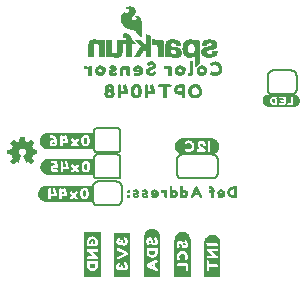
<source format=gbo>
G04 EAGLE Gerber RS-274X export*
G75*
%MOMM*%
%FSLAX34Y34*%
%LPD*%
%INSilkscreen Bottom*%
%IPPOS*%
%AMOC8*
5,1,8,0,0,1.08239X$1,22.5*%
G01*
%ADD10C,0.203200*%
%ADD11C,0.152400*%

G36*
X76593Y84353D02*
X76593Y84353D01*
X76607Y84351D01*
X76907Y84651D01*
X76909Y84663D01*
X76915Y84668D01*
X76910Y84675D01*
X76911Y84678D01*
X76921Y84686D01*
X76921Y97586D01*
X76908Y97604D01*
X76911Y97616D01*
X76611Y98016D01*
X76580Y98025D01*
X76572Y98035D01*
X73572Y98035D01*
X73545Y98015D01*
X73532Y98014D01*
X73511Y97986D01*
X73509Y98018D01*
X73486Y98017D01*
X73472Y98035D01*
X37672Y98035D01*
X37665Y98030D01*
X37656Y98033D01*
X37652Y98020D01*
X37625Y97999D01*
X37630Y97993D01*
X37629Y97992D01*
X37639Y97980D01*
X37638Y97978D01*
X37612Y98014D01*
X37580Y98025D01*
X37572Y98035D01*
X36972Y98035D01*
X36968Y98032D01*
X36965Y98035D01*
X35565Y97835D01*
X35562Y97831D01*
X35560Y97831D01*
X35559Y97831D01*
X35556Y97833D01*
X34956Y97633D01*
X34953Y97628D01*
X34950Y97630D01*
X33750Y97030D01*
X33748Y97026D01*
X33745Y97027D01*
X33145Y96627D01*
X33144Y96624D01*
X33141Y96624D01*
X32641Y96224D01*
X32640Y96220D01*
X32637Y96221D01*
X32137Y95721D01*
X32137Y95717D01*
X32134Y95717D01*
X31734Y95217D01*
X31733Y95213D01*
X31731Y95213D01*
X31331Y94613D01*
X31331Y94609D01*
X31328Y94608D01*
X30728Y93408D01*
X30730Y93397D01*
X30723Y93393D01*
X30624Y92697D01*
X30425Y92102D01*
X30429Y92091D01*
X30423Y92086D01*
X30423Y90686D01*
X30426Y90682D01*
X30423Y90679D01*
X30523Y89979D01*
X30524Y89978D01*
X30523Y89978D01*
X30623Y89378D01*
X30627Y89375D01*
X30625Y89372D01*
X30825Y88672D01*
X30830Y88668D01*
X30828Y88664D01*
X31128Y88064D01*
X31132Y88062D01*
X31131Y88059D01*
X31530Y87460D01*
X31830Y86961D01*
X31838Y86957D01*
X31837Y86951D01*
X32837Y85951D01*
X32841Y85951D01*
X32841Y85948D01*
X33341Y85548D01*
X33349Y85547D01*
X33350Y85542D01*
X34550Y84942D01*
X34552Y84942D01*
X34553Y84941D01*
X35253Y84641D01*
X35261Y84643D01*
X35264Y84637D01*
X35864Y84537D01*
X35865Y84538D01*
X35865Y84537D01*
X37265Y84337D01*
X37270Y84340D01*
X37272Y84337D01*
X76572Y84337D01*
X76593Y84353D01*
G37*
G36*
X77406Y129054D02*
X77406Y129054D01*
X77418Y129051D01*
X77818Y129351D01*
X77822Y129367D01*
X77829Y129372D01*
X77825Y129378D01*
X77827Y129382D01*
X77837Y129390D01*
X77837Y142290D01*
X77824Y142308D01*
X77827Y142320D01*
X77527Y142720D01*
X77496Y142729D01*
X77488Y142739D01*
X38488Y142739D01*
X38484Y142736D01*
X38481Y142739D01*
X37785Y142639D01*
X37088Y142639D01*
X37081Y142634D01*
X37077Y142634D01*
X37072Y142637D01*
X36473Y142437D01*
X35774Y142237D01*
X35770Y142232D01*
X35766Y142234D01*
X35166Y141934D01*
X35164Y141930D01*
X35161Y141931D01*
X34561Y141531D01*
X34560Y141528D01*
X34557Y141528D01*
X33557Y140728D01*
X33556Y140724D01*
X33553Y140725D01*
X33053Y140225D01*
X33052Y140218D01*
X33047Y140217D01*
X32647Y139617D01*
X32647Y139613D01*
X32644Y139612D01*
X32044Y138412D01*
X32045Y138407D01*
X32041Y138406D01*
X31841Y137806D01*
X31843Y137799D01*
X31839Y137797D01*
X31739Y137097D01*
X31639Y136398D01*
X31539Y135798D01*
X31545Y135788D01*
X31539Y135783D01*
X31739Y134383D01*
X31744Y134378D01*
X31741Y134374D01*
X31941Y133775D01*
X32141Y133076D01*
X32146Y133072D01*
X32144Y133068D01*
X32444Y132468D01*
X32451Y132465D01*
X32450Y132459D01*
X32848Y131961D01*
X33247Y131363D01*
X33254Y131360D01*
X33253Y131355D01*
X33753Y130855D01*
X33757Y130855D01*
X33757Y130852D01*
X34257Y130452D01*
X34261Y130451D01*
X34261Y130449D01*
X34861Y130049D01*
X34865Y130049D01*
X34866Y130046D01*
X36066Y129446D01*
X36071Y129447D01*
X36072Y129443D01*
X36672Y129243D01*
X36679Y129245D01*
X36681Y129241D01*
X38081Y129041D01*
X38086Y129044D01*
X38088Y129041D01*
X77388Y129041D01*
X77406Y129054D01*
G37*
G36*
X77602Y107201D02*
X77602Y107201D01*
X77606Y107198D01*
X78106Y107298D01*
X78134Y107330D01*
X78136Y107331D01*
X78136Y107332D01*
X78145Y107342D01*
X78143Y107344D01*
X78145Y107346D01*
X78145Y120246D01*
X78142Y120251D01*
X78145Y120254D01*
X78045Y120854D01*
X78001Y120895D01*
X77999Y120892D01*
X77996Y120895D01*
X74796Y120895D01*
X74771Y120876D01*
X74757Y120876D01*
X74735Y120848D01*
X74736Y120875D01*
X74711Y120876D01*
X74696Y120895D01*
X38896Y120895D01*
X38892Y120892D01*
X38889Y120895D01*
X37489Y120695D01*
X37486Y120691D01*
X37484Y120691D01*
X37483Y120691D01*
X37480Y120693D01*
X36881Y120493D01*
X36182Y120293D01*
X36176Y120285D01*
X36169Y120287D01*
X35570Y119888D01*
X35071Y119588D01*
X35070Y119587D01*
X35069Y119587D01*
X34469Y119187D01*
X34465Y119177D01*
X34458Y119177D01*
X34059Y118679D01*
X33561Y118181D01*
X33560Y118169D01*
X33552Y118168D01*
X33253Y117571D01*
X32855Y116973D01*
X32856Y116966D01*
X32851Y116962D01*
X32849Y116962D01*
X32649Y116362D01*
X32650Y116360D01*
X32649Y116360D01*
X32638Y116321D01*
X32596Y116174D01*
X32553Y116026D01*
X32539Y115977D01*
X32497Y115829D01*
X32455Y115681D01*
X32449Y115661D01*
X32249Y115062D01*
X32253Y115051D01*
X32247Y115046D01*
X32247Y113646D01*
X32250Y113642D01*
X32247Y113639D01*
X32347Y112939D01*
X32348Y112938D01*
X32347Y112938D01*
X32447Y112338D01*
X32451Y112335D01*
X32449Y112332D01*
X32649Y111632D01*
X32654Y111628D01*
X32652Y111624D01*
X33252Y110424D01*
X33259Y110421D01*
X33258Y110415D01*
X33656Y109917D01*
X34055Y109319D01*
X34065Y109315D01*
X34065Y109308D01*
X34565Y108908D01*
X34569Y108907D01*
X34569Y108905D01*
X35167Y108506D01*
X35665Y108108D01*
X35673Y108107D01*
X35674Y108102D01*
X36274Y107802D01*
X36281Y107803D01*
X36282Y107799D01*
X36981Y107599D01*
X37580Y107399D01*
X37587Y107401D01*
X37589Y107397D01*
X38989Y107197D01*
X38994Y107200D01*
X38996Y107197D01*
X77596Y107197D01*
X77602Y107201D01*
G37*
G36*
X133418Y20534D02*
X133418Y20534D01*
X133430Y20531D01*
X133830Y20831D01*
X133834Y20847D01*
X133841Y20852D01*
X133837Y20858D01*
X133839Y20862D01*
X133849Y20870D01*
X133849Y54670D01*
X133846Y54674D01*
X133849Y54677D01*
X133749Y55373D01*
X133749Y56070D01*
X133742Y56079D01*
X133747Y56086D01*
X133547Y56685D01*
X133347Y57384D01*
X133342Y57388D01*
X133344Y57392D01*
X133044Y57992D01*
X133040Y57994D01*
X133041Y57997D01*
X132641Y58597D01*
X132638Y58598D01*
X132638Y58601D01*
X131838Y59601D01*
X131834Y59602D01*
X131835Y59605D01*
X131335Y60105D01*
X131328Y60106D01*
X131327Y60111D01*
X130727Y60511D01*
X130726Y60511D01*
X130725Y60512D01*
X130225Y60812D01*
X130220Y60812D01*
X130219Y60815D01*
X129519Y61115D01*
X129516Y61115D01*
X129516Y61117D01*
X128316Y61517D01*
X128309Y61515D01*
X128307Y61519D01*
X127607Y61619D01*
X127602Y61616D01*
X127600Y61619D01*
X126900Y61619D01*
X126896Y61616D01*
X126893Y61619D01*
X126193Y61519D01*
X126192Y61518D01*
X126192Y61519D01*
X125592Y61419D01*
X124893Y61319D01*
X124885Y61311D01*
X124878Y61314D01*
X123678Y60714D01*
X123676Y60710D01*
X123673Y60711D01*
X123073Y60311D01*
X123072Y60308D01*
X123069Y60308D01*
X122069Y59508D01*
X122068Y59504D01*
X122065Y59505D01*
X121565Y59005D01*
X121564Y58993D01*
X121556Y58992D01*
X121257Y58395D01*
X120859Y57797D01*
X120860Y57788D01*
X120853Y57786D01*
X120653Y57186D01*
X120654Y57184D01*
X120653Y57184D01*
X120651Y57176D01*
X120608Y57028D01*
X120594Y56979D01*
X120552Y56831D01*
X120510Y56684D01*
X120496Y56634D01*
X120454Y56487D01*
X120453Y56485D01*
X120253Y55886D01*
X120255Y55879D01*
X120251Y55877D01*
X120151Y55177D01*
X120154Y55172D01*
X120151Y55170D01*
X120151Y20970D01*
X120164Y20952D01*
X120161Y20940D01*
X120461Y20540D01*
X120492Y20532D01*
X120500Y20521D01*
X133400Y20521D01*
X133418Y20534D01*
G37*
G36*
X83301Y20965D02*
X83301Y20965D01*
X83296Y20972D01*
X83303Y20978D01*
X83303Y58178D01*
X83300Y58183D01*
X83303Y58186D01*
X83203Y58786D01*
X83159Y58827D01*
X83157Y58824D01*
X83154Y58827D01*
X69654Y58827D01*
X69607Y58791D01*
X69612Y58784D01*
X69605Y58778D01*
X69605Y55478D01*
X69625Y55452D01*
X69625Y55438D01*
X69654Y55417D01*
X69623Y55416D01*
X69624Y55392D01*
X69605Y55378D01*
X69605Y21578D01*
X69608Y21573D01*
X69605Y21570D01*
X69705Y20970D01*
X69749Y20929D01*
X69752Y20932D01*
X69754Y20929D01*
X83254Y20929D01*
X83301Y20965D01*
G37*
G36*
X107805Y20978D02*
X107805Y20978D01*
X107808Y20975D01*
X108408Y21075D01*
X108449Y21119D01*
X108446Y21122D01*
X108449Y21124D01*
X108449Y57724D01*
X108441Y57735D01*
X108446Y57742D01*
X108246Y58242D01*
X108205Y58267D01*
X108200Y58273D01*
X95300Y58273D01*
X95289Y58265D01*
X95282Y58270D01*
X94782Y58070D01*
X94757Y58029D01*
X94751Y58024D01*
X94751Y21624D01*
X94754Y21619D01*
X94751Y21616D01*
X94851Y21016D01*
X94895Y20975D01*
X94898Y20978D01*
X94900Y20975D01*
X107800Y20975D01*
X107805Y20978D01*
G37*
G36*
X159292Y20680D02*
X159292Y20680D01*
X159300Y20682D01*
X159500Y21182D01*
X159496Y21195D01*
X159503Y21200D01*
X159503Y52400D01*
X159500Y52404D01*
X159503Y52407D01*
X159303Y53807D01*
X159298Y53812D01*
X159301Y53816D01*
X159101Y54416D01*
X159096Y54419D01*
X159098Y54422D01*
X158498Y55622D01*
X158494Y55624D01*
X158495Y55627D01*
X158095Y56227D01*
X158092Y56228D01*
X158092Y56231D01*
X157692Y56731D01*
X157688Y56732D01*
X157689Y56735D01*
X157189Y57235D01*
X157182Y57236D01*
X157181Y57241D01*
X156583Y57640D01*
X156085Y58038D01*
X156077Y58039D01*
X156076Y58044D01*
X155476Y58344D01*
X155469Y58343D01*
X155468Y58347D01*
X154769Y58547D01*
X154170Y58747D01*
X154163Y58745D01*
X154161Y58749D01*
X152761Y58949D01*
X152751Y58943D01*
X152746Y58949D01*
X152150Y58849D01*
X151454Y58849D01*
X151446Y58843D01*
X151440Y58847D01*
X150740Y58647D01*
X150739Y58646D01*
X150738Y58647D01*
X150138Y58447D01*
X150135Y58442D01*
X150132Y58444D01*
X148932Y57844D01*
X148930Y57840D01*
X148927Y57841D01*
X148327Y57441D01*
X148324Y57434D01*
X148319Y57435D01*
X147819Y56935D01*
X147819Y56931D01*
X147816Y56931D01*
X147016Y55931D01*
X147015Y55927D01*
X147013Y55927D01*
X146613Y55327D01*
X146613Y55323D01*
X146610Y55322D01*
X146310Y54722D01*
X146311Y54715D01*
X146307Y54714D01*
X146288Y54647D01*
X146245Y54499D01*
X146231Y54450D01*
X146189Y54302D01*
X146147Y54154D01*
X146133Y54105D01*
X146107Y54015D01*
X145907Y53416D01*
X145907Y53415D01*
X145911Y53405D01*
X145905Y53400D01*
X145905Y52704D01*
X145805Y52108D01*
X145808Y52103D01*
X145805Y52100D01*
X145805Y20900D01*
X145834Y20862D01*
X145836Y20854D01*
X146336Y20654D01*
X146349Y20658D01*
X146354Y20651D01*
X159254Y20651D01*
X159292Y20680D01*
G37*
G36*
X177351Y124472D02*
X177351Y124472D01*
X177354Y124469D01*
X177954Y124569D01*
X177957Y124573D01*
X177960Y124571D01*
X178660Y124771D01*
X178661Y124772D01*
X178662Y124771D01*
X179262Y124971D01*
X179263Y124974D01*
X179265Y124973D01*
X179965Y125273D01*
X179967Y125275D01*
X179968Y125274D01*
X180568Y125574D01*
X180571Y125581D01*
X180577Y125580D01*
X181577Y126380D01*
X181578Y126384D01*
X181581Y126383D01*
X182081Y126883D01*
X182082Y126890D01*
X182087Y126891D01*
X182487Y127491D01*
X182487Y127495D01*
X182490Y127496D01*
X183390Y129296D01*
X183388Y129307D01*
X183395Y129311D01*
X183495Y130010D01*
X183595Y130610D01*
X183594Y130611D01*
X183595Y130611D01*
X183695Y131311D01*
X183690Y131320D01*
X183695Y131325D01*
X183595Y132025D01*
X183594Y132026D01*
X183595Y132026D01*
X183495Y132626D01*
X183395Y133325D01*
X183387Y133333D01*
X183390Y133340D01*
X182490Y135140D01*
X182486Y135142D01*
X182487Y135145D01*
X182087Y135745D01*
X182080Y135748D01*
X182081Y135753D01*
X181581Y136253D01*
X181577Y136253D01*
X181577Y136256D01*
X180577Y137056D01*
X180569Y137057D01*
X180568Y137062D01*
X179368Y137662D01*
X179361Y137661D01*
X179360Y137665D01*
X177960Y138065D01*
X177956Y138064D01*
X177954Y138067D01*
X177354Y138167D01*
X177349Y138164D01*
X177346Y138167D01*
X152446Y138167D01*
X152442Y138164D01*
X152439Y138167D01*
X151739Y138067D01*
X151738Y138066D01*
X151738Y138067D01*
X151138Y137967D01*
X151132Y137960D01*
X151127Y137963D01*
X150428Y137664D01*
X149830Y137465D01*
X149825Y137457D01*
X149819Y137459D01*
X149220Y137060D01*
X148721Y136760D01*
X148717Y136752D01*
X148711Y136753D01*
X147711Y135753D01*
X147711Y135749D01*
X147708Y135749D01*
X147308Y135249D01*
X147307Y135245D01*
X147305Y135245D01*
X146905Y134645D01*
X146905Y134641D01*
X146902Y134640D01*
X146602Y134040D01*
X146602Y134037D01*
X146601Y134037D01*
X146603Y134035D01*
X146599Y134034D01*
X146399Y133434D01*
X146400Y133432D01*
X146399Y133432D01*
X146375Y133347D01*
X146332Y133199D01*
X146318Y133150D01*
X146276Y133002D01*
X146234Y132855D01*
X146220Y132805D01*
X146199Y132732D01*
X146200Y132728D01*
X146197Y132726D01*
X146097Y132126D01*
X146098Y132125D01*
X146097Y132125D01*
X145997Y131425D01*
X146002Y131416D01*
X145997Y131411D01*
X146197Y130011D01*
X146198Y130010D01*
X146197Y130010D01*
X146297Y129410D01*
X146302Y129406D01*
X146299Y129402D01*
X146499Y128802D01*
X146502Y128801D01*
X146501Y128799D01*
X146801Y128099D01*
X146809Y128094D01*
X146808Y128087D01*
X147206Y127589D01*
X147605Y126991D01*
X147608Y126990D01*
X147608Y126987D01*
X148008Y126487D01*
X148015Y126485D01*
X148015Y126480D01*
X148515Y126080D01*
X148519Y126079D01*
X148519Y126077D01*
X149117Y125678D01*
X149615Y125280D01*
X149625Y125279D01*
X149627Y125273D01*
X150327Y124973D01*
X150330Y124974D01*
X150330Y124971D01*
X150930Y124771D01*
X150932Y124772D01*
X150932Y124771D01*
X151632Y124571D01*
X151642Y124574D01*
X151646Y124569D01*
X152243Y124569D01*
X152939Y124469D01*
X152944Y124472D01*
X152946Y124469D01*
X177346Y124469D01*
X177351Y124472D01*
G37*
G36*
X184443Y20513D02*
X184443Y20513D01*
X184447Y20514D01*
X184647Y21114D01*
X184643Y21125D01*
X184649Y21130D01*
X184649Y50130D01*
X184646Y50134D01*
X184649Y50137D01*
X184549Y50837D01*
X184545Y50841D01*
X184547Y50844D01*
X184347Y51544D01*
X184346Y51545D01*
X184347Y51546D01*
X183947Y52746D01*
X183939Y52751D01*
X183941Y52757D01*
X183141Y53957D01*
X183138Y53958D01*
X183138Y53961D01*
X182738Y54461D01*
X182731Y54463D01*
X182731Y54468D01*
X182233Y54867D01*
X181735Y55365D01*
X181723Y55366D01*
X181722Y55374D01*
X179922Y56274D01*
X179911Y56272D01*
X179907Y56279D01*
X179207Y56379D01*
X178508Y56479D01*
X177908Y56579D01*
X177898Y56573D01*
X177893Y56579D01*
X177197Y56479D01*
X176500Y56479D01*
X176491Y56472D01*
X176484Y56477D01*
X175885Y56277D01*
X175186Y56077D01*
X175182Y56072D01*
X175178Y56074D01*
X174578Y55774D01*
X174576Y55770D01*
X174573Y55771D01*
X173973Y55371D01*
X173972Y55368D01*
X173969Y55368D01*
X172969Y54568D01*
X172968Y54564D01*
X172965Y54565D01*
X172465Y54065D01*
X172464Y54058D01*
X172459Y54057D01*
X172059Y53457D01*
X172059Y53453D01*
X172056Y53452D01*
X171456Y52252D01*
X171457Y52247D01*
X171453Y52246D01*
X171253Y51646D01*
X171254Y51644D01*
X171253Y51644D01*
X171218Y51522D01*
X171204Y51472D01*
X171162Y51325D01*
X171119Y51177D01*
X171105Y51128D01*
X171063Y50980D01*
X171053Y50944D01*
X171056Y50934D01*
X171051Y50930D01*
X171051Y50334D01*
X170951Y49738D01*
X170954Y49733D01*
X170951Y49730D01*
X170951Y20630D01*
X170987Y20583D01*
X170990Y20585D01*
X170992Y20581D01*
X171592Y20481D01*
X171597Y20484D01*
X171600Y20481D01*
X184400Y20481D01*
X184443Y20513D01*
G37*
G36*
X24704Y116200D02*
X24704Y116200D01*
X24770Y116205D01*
X24788Y116216D01*
X24809Y116221D01*
X24894Y116281D01*
X24918Y116295D01*
X24921Y116300D01*
X24926Y116304D01*
X27126Y118604D01*
X27134Y118617D01*
X27147Y118627D01*
X27178Y118691D01*
X27214Y118753D01*
X27215Y118769D01*
X27222Y118783D01*
X27221Y118854D01*
X27227Y118925D01*
X27221Y118940D01*
X27220Y118956D01*
X27163Y119081D01*
X27161Y119085D01*
X27161Y119086D01*
X25293Y121701D01*
X25295Y121712D01*
X25304Y121725D01*
X25315Y121783D01*
X25324Y121804D01*
X25324Y121826D01*
X25330Y121859D01*
X25331Y121864D01*
X25331Y121865D01*
X25331Y121866D01*
X25331Y121876D01*
X25364Y121941D01*
X25420Y121998D01*
X25431Y122016D01*
X25443Y122025D01*
X25451Y122043D01*
X25491Y122096D01*
X25564Y122241D01*
X25620Y122298D01*
X25660Y122362D01*
X25704Y122425D01*
X25706Y122437D01*
X25711Y122445D01*
X25715Y122480D01*
X25731Y122566D01*
X25731Y122615D01*
X25760Y122662D01*
X25804Y122725D01*
X25806Y122737D01*
X25811Y122745D01*
X25815Y122780D01*
X25831Y122866D01*
X25831Y122976D01*
X25864Y123041D01*
X25920Y123098D01*
X25960Y123162D01*
X26004Y123225D01*
X26006Y123237D01*
X26011Y123245D01*
X26015Y123280D01*
X26021Y123313D01*
X26024Y123321D01*
X26024Y123329D01*
X26031Y123366D01*
X26031Y123415D01*
X26060Y123462D01*
X26104Y123525D01*
X26106Y123537D01*
X26111Y123545D01*
X26115Y123580D01*
X26131Y123666D01*
X26131Y123776D01*
X26160Y123834D01*
X29416Y124392D01*
X29434Y124399D01*
X29453Y124400D01*
X29513Y124433D01*
X29575Y124459D01*
X29588Y124474D01*
X29605Y124483D01*
X29644Y124539D01*
X29688Y124590D01*
X29693Y124609D01*
X29704Y124625D01*
X29726Y124736D01*
X29731Y124758D01*
X29730Y124762D01*
X29731Y124766D01*
X29731Y127966D01*
X29727Y127985D01*
X29729Y128004D01*
X29718Y128038D01*
X29717Y128044D01*
X29712Y128055D01*
X29707Y128068D01*
X29692Y128134D01*
X29679Y128149D01*
X29673Y128167D01*
X29625Y128215D01*
X29582Y128268D01*
X29564Y128275D01*
X29550Y128289D01*
X29444Y128329D01*
X29424Y128338D01*
X29420Y128338D01*
X29416Y128340D01*
X26204Y128890D01*
X26193Y128929D01*
X26192Y128934D01*
X26191Y128935D01*
X26131Y129055D01*
X26131Y129066D01*
X26128Y129081D01*
X26130Y129097D01*
X26110Y129167D01*
X26110Y129182D01*
X26102Y129196D01*
X26093Y129229D01*
X26092Y129234D01*
X26091Y129235D01*
X26031Y129355D01*
X26031Y129366D01*
X26028Y129381D01*
X26030Y129397D01*
X25993Y129529D01*
X25992Y129534D01*
X25991Y129535D01*
X25831Y129855D01*
X25831Y129866D01*
X25828Y129881D01*
X25830Y129897D01*
X25793Y130029D01*
X25792Y130034D01*
X25791Y130035D01*
X25691Y130235D01*
X25668Y130263D01*
X25631Y130317D01*
X25631Y130366D01*
X25614Y130440D01*
X25600Y130515D01*
X25594Y130525D01*
X25592Y130534D01*
X25569Y130562D01*
X25520Y130634D01*
X25464Y130690D01*
X25391Y130835D01*
X25368Y130863D01*
X25331Y130917D01*
X25331Y130966D01*
X25314Y131040D01*
X25310Y131062D01*
X27164Y133750D01*
X27170Y133766D01*
X27182Y133779D01*
X27202Y133846D01*
X27227Y133911D01*
X27226Y133929D01*
X27231Y133945D01*
X27218Y134014D01*
X27212Y134084D01*
X27203Y134098D01*
X27200Y134115D01*
X27129Y134221D01*
X27122Y134232D01*
X27121Y134232D01*
X27120Y134234D01*
X24920Y136434D01*
X24906Y136443D01*
X24895Y136457D01*
X24833Y136488D01*
X24773Y136525D01*
X24756Y136527D01*
X24741Y136534D01*
X24671Y136535D01*
X24601Y136541D01*
X24585Y136535D01*
X24568Y136535D01*
X24450Y136484D01*
X24439Y136480D01*
X24438Y136479D01*
X24437Y136478D01*
X21738Y134616D01*
X21720Y134634D01*
X21655Y134674D01*
X21593Y134718D01*
X21581Y134720D01*
X21573Y134725D01*
X21538Y134728D01*
X21452Y134745D01*
X21402Y134745D01*
X21390Y134753D01*
X21322Y134805D01*
X21177Y134877D01*
X21120Y134934D01*
X21055Y134974D01*
X20993Y135018D01*
X20981Y135020D01*
X20973Y135025D01*
X20938Y135028D01*
X20852Y135045D01*
X20802Y135045D01*
X20790Y135053D01*
X20722Y135105D01*
X20522Y135205D01*
X20506Y135209D01*
X20493Y135218D01*
X20359Y135244D01*
X20353Y135245D01*
X20352Y135245D01*
X20342Y135245D01*
X20222Y135305D01*
X20206Y135309D01*
X20193Y135318D01*
X20059Y135344D01*
X20053Y135345D01*
X20052Y135345D01*
X20002Y135345D01*
X19955Y135374D01*
X19893Y135418D01*
X19881Y135420D01*
X19873Y135425D01*
X19838Y135428D01*
X19752Y135445D01*
X19642Y135445D01*
X19584Y135474D01*
X19026Y138730D01*
X19018Y138748D01*
X19017Y138767D01*
X18985Y138826D01*
X18958Y138889D01*
X18944Y138902D01*
X18934Y138919D01*
X18879Y138958D01*
X18827Y139002D01*
X18808Y139007D01*
X18793Y139018D01*
X18682Y139039D01*
X18660Y139045D01*
X18656Y139044D01*
X18652Y139045D01*
X15452Y139045D01*
X15433Y139041D01*
X15414Y139043D01*
X15350Y139021D01*
X15284Y139005D01*
X15269Y138993D01*
X15250Y138987D01*
X15203Y138939D01*
X15150Y138895D01*
X15142Y138878D01*
X15129Y138864D01*
X15089Y138758D01*
X15080Y138737D01*
X15080Y138734D01*
X15078Y138730D01*
X14528Y135518D01*
X14489Y135507D01*
X14484Y135505D01*
X14483Y135505D01*
X14482Y135505D01*
X14362Y135445D01*
X14352Y135445D01*
X14336Y135441D01*
X14320Y135444D01*
X14189Y135407D01*
X14184Y135405D01*
X14183Y135405D01*
X14182Y135405D01*
X14062Y135345D01*
X14052Y135345D01*
X14036Y135341D01*
X14020Y135344D01*
X13889Y135307D01*
X13884Y135305D01*
X13883Y135305D01*
X13882Y135305D01*
X13762Y135245D01*
X13652Y135245D01*
X13578Y135228D01*
X13502Y135214D01*
X13493Y135208D01*
X13484Y135205D01*
X13456Y135183D01*
X13384Y135134D01*
X13327Y135077D01*
X13262Y135045D01*
X13252Y135045D01*
X13236Y135041D01*
X13220Y135044D01*
X13089Y135007D01*
X13084Y135005D01*
X13083Y135005D01*
X13082Y135005D01*
X12882Y134905D01*
X12855Y134882D01*
X12784Y134834D01*
X12727Y134777D01*
X12662Y134745D01*
X12652Y134745D01*
X12636Y134741D01*
X12620Y134744D01*
X12489Y134707D01*
X12484Y134705D01*
X12483Y134705D01*
X12482Y134705D01*
X12341Y134634D01*
X9667Y136478D01*
X9655Y136483D01*
X9646Y136492D01*
X9575Y136514D01*
X9506Y136541D01*
X9493Y136540D01*
X9481Y136544D01*
X9408Y136532D01*
X9334Y136526D01*
X9323Y136519D01*
X9310Y136517D01*
X9190Y136440D01*
X6890Y134240D01*
X6876Y134218D01*
X6856Y134202D01*
X6829Y134146D01*
X6795Y134095D01*
X6792Y134069D01*
X6781Y134046D01*
X6782Y133984D01*
X6775Y133923D01*
X6784Y133899D01*
X6784Y133873D01*
X6822Y133793D01*
X6833Y133760D01*
X6840Y133754D01*
X6845Y133743D01*
X8780Y131070D01*
X8740Y130990D01*
X8684Y130934D01*
X8644Y130869D01*
X8600Y130806D01*
X8598Y130795D01*
X8593Y130787D01*
X8589Y130752D01*
X8573Y130666D01*
X8573Y130616D01*
X8565Y130603D01*
X8513Y130535D01*
X8440Y130390D01*
X8384Y130334D01*
X8344Y130269D01*
X8300Y130206D01*
X8298Y130195D01*
X8293Y130187D01*
X8289Y130152D01*
X8273Y130066D01*
X8273Y130016D01*
X8244Y129969D01*
X8200Y129906D01*
X8198Y129895D01*
X8193Y129887D01*
X8189Y129852D01*
X8173Y129766D01*
X8173Y129655D01*
X8140Y129590D01*
X8084Y129534D01*
X8044Y129469D01*
X8000Y129406D01*
X7998Y129395D01*
X7993Y129387D01*
X7989Y129352D01*
X7973Y129266D01*
X7973Y129216D01*
X7944Y129169D01*
X7900Y129106D01*
X7898Y129095D01*
X7893Y129087D01*
X7889Y129052D01*
X7873Y128966D01*
X7873Y128887D01*
X4590Y128340D01*
X4571Y128332D01*
X4551Y128331D01*
X4492Y128299D01*
X4430Y128273D01*
X4417Y128258D01*
X4399Y128248D01*
X4361Y128193D01*
X4317Y128143D01*
X4311Y128123D01*
X4300Y128106D01*
X4284Y128025D01*
X4280Y128015D01*
X4280Y128003D01*
X4279Y128000D01*
X4273Y127975D01*
X4274Y127971D01*
X4273Y127966D01*
X4273Y124766D01*
X4277Y124747D01*
X4275Y124728D01*
X4297Y124663D01*
X4312Y124597D01*
X4325Y124582D01*
X4331Y124564D01*
X4379Y124516D01*
X4422Y124464D01*
X4440Y124456D01*
X4454Y124442D01*
X4560Y124402D01*
X4580Y124393D01*
X4584Y124393D01*
X4588Y124392D01*
X7876Y123828D01*
X7911Y123703D01*
X7912Y123697D01*
X7913Y123697D01*
X7913Y123696D01*
X7973Y123576D01*
X7973Y123566D01*
X7976Y123550D01*
X7974Y123534D01*
X8011Y123403D01*
X8012Y123397D01*
X8013Y123397D01*
X8013Y123396D01*
X8073Y123276D01*
X8073Y123266D01*
X8076Y123250D01*
X8074Y123234D01*
X8111Y123103D01*
X8112Y123097D01*
X8113Y123097D01*
X8113Y123096D01*
X8273Y122776D01*
X8273Y122766D01*
X8276Y122750D01*
X8274Y122734D01*
X8311Y122603D01*
X8312Y122597D01*
X8313Y122597D01*
X8313Y122596D01*
X8413Y122396D01*
X8436Y122368D01*
X8484Y122298D01*
X8540Y122241D01*
X8573Y122176D01*
X8573Y122166D01*
X8576Y122150D01*
X8574Y122134D01*
X8611Y122003D01*
X8612Y121997D01*
X8613Y121997D01*
X8613Y121996D01*
X8713Y121796D01*
X8736Y121768D01*
X8784Y121698D01*
X8794Y121687D01*
X6849Y119093D01*
X6839Y119071D01*
X6822Y119052D01*
X6804Y118992D01*
X6779Y118935D01*
X6780Y118910D01*
X6773Y118886D01*
X6784Y118825D01*
X6787Y118762D01*
X6799Y118740D01*
X6804Y118716D01*
X6855Y118641D01*
X6871Y118611D01*
X6878Y118606D01*
X6884Y118598D01*
X9184Y116298D01*
X9198Y116289D01*
X9209Y116275D01*
X9271Y116243D01*
X9331Y116206D01*
X9348Y116205D01*
X9363Y116197D01*
X9434Y116197D01*
X9503Y116190D01*
X9519Y116196D01*
X9536Y116196D01*
X9654Y116248D01*
X9665Y116252D01*
X9666Y116253D01*
X9667Y116253D01*
X12366Y118115D01*
X12384Y118098D01*
X12449Y118057D01*
X12511Y118013D01*
X12523Y118011D01*
X12531Y118006D01*
X12566Y118003D01*
X12581Y118000D01*
X12584Y117998D01*
X12649Y117957D01*
X12711Y117913D01*
X12723Y117911D01*
X12731Y117906D01*
X12766Y117903D01*
X12852Y117886D01*
X12902Y117886D01*
X12949Y117857D01*
X13011Y117813D01*
X13023Y117811D01*
X13031Y117806D01*
X13066Y117803D01*
X13081Y117800D01*
X13084Y117798D01*
X13149Y117757D01*
X13211Y117713D01*
X13223Y117711D01*
X13231Y117706D01*
X13266Y117703D01*
X13281Y117700D01*
X13284Y117698D01*
X13349Y117657D01*
X13411Y117613D01*
X13423Y117611D01*
X13431Y117606D01*
X13466Y117603D01*
X13495Y117597D01*
X13522Y117564D01*
X13541Y117556D01*
X13556Y117541D01*
X13619Y117521D01*
X13680Y117493D01*
X13701Y117494D01*
X13720Y117488D01*
X13786Y117498D01*
X13853Y117500D01*
X13871Y117510D01*
X13891Y117513D01*
X13946Y117551D01*
X14005Y117583D01*
X14017Y117600D01*
X14033Y117612D01*
X14090Y117704D01*
X14104Y117725D01*
X14105Y117730D01*
X14108Y117734D01*
X16108Y123134D01*
X16112Y123165D01*
X16124Y123193D01*
X16122Y123249D01*
X16129Y123306D01*
X16119Y123335D01*
X16118Y123366D01*
X16091Y123416D01*
X16072Y123469D01*
X16050Y123491D01*
X16035Y123518D01*
X15975Y123564D01*
X15948Y123590D01*
X15935Y123594D01*
X15922Y123605D01*
X15377Y123877D01*
X15220Y124034D01*
X15190Y124053D01*
X15122Y124105D01*
X14977Y124177D01*
X14664Y124490D01*
X14591Y124635D01*
X14568Y124663D01*
X14520Y124734D01*
X14364Y124890D01*
X14303Y125011D01*
X14212Y125286D01*
X14200Y125305D01*
X14191Y125335D01*
X14131Y125455D01*
X14131Y125566D01*
X14123Y125601D01*
X14112Y125686D01*
X14031Y125927D01*
X14031Y126704D01*
X14112Y126946D01*
X14115Y126982D01*
X14131Y127066D01*
X14131Y127251D01*
X14268Y127455D01*
X14281Y127490D01*
X14312Y127546D01*
X14396Y127798D01*
X14747Y128324D01*
X15094Y128671D01*
X15620Y129022D01*
X15872Y129106D01*
X15890Y129117D01*
X15904Y129120D01*
X15917Y129131D01*
X15962Y129150D01*
X16167Y129286D01*
X16352Y129286D01*
X16387Y129295D01*
X16472Y129306D01*
X16714Y129386D01*
X17305Y129386D01*
X17660Y129298D01*
X17696Y129297D01*
X17752Y129286D01*
X17937Y129286D01*
X18142Y129150D01*
X18177Y129137D01*
X18226Y129109D01*
X18228Y129108D01*
X18229Y129108D01*
X18232Y129106D01*
X18484Y129022D01*
X18711Y128871D01*
X18884Y128698D01*
X18910Y128681D01*
X18942Y128650D01*
X19211Y128471D01*
X19357Y128324D01*
X19708Y127798D01*
X20073Y126704D01*
X20073Y126227D01*
X19992Y125986D01*
X19989Y125950D01*
X19973Y125866D01*
X19973Y125655D01*
X19813Y125335D01*
X19807Y125313D01*
X19792Y125286D01*
X19701Y125011D01*
X19540Y124690D01*
X19384Y124534D01*
X19365Y124503D01*
X19313Y124435D01*
X19240Y124290D01*
X19127Y124177D01*
X18982Y124105D01*
X18955Y124082D01*
X18884Y124034D01*
X18727Y123877D01*
X18406Y123717D01*
X18132Y123625D01*
X18083Y123595D01*
X18030Y123573D01*
X18010Y123551D01*
X17985Y123535D01*
X17954Y123486D01*
X17917Y123443D01*
X17909Y123414D01*
X17893Y123388D01*
X17887Y123331D01*
X17873Y123275D01*
X17879Y123241D01*
X17876Y123216D01*
X17888Y123184D01*
X17896Y123134D01*
X19896Y117734D01*
X19922Y117696D01*
X19938Y117653D01*
X19969Y117625D01*
X19992Y117590D01*
X20032Y117567D01*
X20065Y117536D01*
X20105Y117524D01*
X20142Y117503D01*
X20187Y117500D01*
X20231Y117487D01*
X20272Y117494D01*
X20314Y117492D01*
X20357Y117509D01*
X20402Y117517D01*
X20443Y117545D01*
X20474Y117558D01*
X20491Y117578D01*
X20504Y117586D01*
X20552Y117586D01*
X20626Y117604D01*
X20702Y117617D01*
X20711Y117624D01*
X20720Y117626D01*
X20748Y117649D01*
X20820Y117698D01*
X20827Y117704D01*
X20902Y117717D01*
X20911Y117724D01*
X20920Y117726D01*
X20948Y117749D01*
X21020Y117798D01*
X21027Y117804D01*
X21102Y117817D01*
X21111Y117824D01*
X21120Y117826D01*
X21148Y117849D01*
X21220Y117898D01*
X21227Y117904D01*
X21302Y117917D01*
X21311Y117924D01*
X21320Y117926D01*
X21348Y117949D01*
X21420Y117998D01*
X21427Y118004D01*
X21502Y118017D01*
X21511Y118024D01*
X21520Y118026D01*
X21548Y118049D01*
X21620Y118098D01*
X21627Y118104D01*
X21702Y118117D01*
X21711Y118124D01*
X21720Y118126D01*
X21721Y118126D01*
X24437Y116253D01*
X24457Y116246D01*
X24473Y116232D01*
X24536Y116214D01*
X24598Y116190D01*
X24619Y116192D01*
X24640Y116187D01*
X24704Y116200D01*
G37*
G36*
X247026Y164781D02*
X247026Y164781D01*
X247030Y164778D01*
X247525Y164877D01*
X248020Y164877D01*
X248031Y164885D01*
X248038Y164880D01*
X249538Y165480D01*
X249543Y165488D01*
X249550Y165487D01*
X250350Y166087D01*
X250351Y166092D01*
X250355Y166091D01*
X251055Y166791D01*
X251056Y166800D01*
X251062Y166801D01*
X251362Y167301D01*
X251362Y167304D01*
X251364Y167304D01*
X251564Y167704D01*
X251563Y167707D01*
X251566Y167708D01*
X251766Y168208D01*
X251765Y168210D01*
X251767Y168211D01*
X251764Y168214D01*
X251768Y168216D01*
X252068Y169716D01*
X252065Y169723D01*
X252069Y169726D01*
X252069Y170226D01*
X252065Y170232D01*
X252068Y170236D01*
X251768Y171736D01*
X251761Y171742D01*
X251764Y171748D01*
X251564Y172148D01*
X251561Y172149D01*
X251562Y172151D01*
X251263Y172649D01*
X251064Y173048D01*
X251054Y173053D01*
X251055Y173061D01*
X250355Y173761D01*
X250350Y173762D01*
X250350Y173765D01*
X249950Y174065D01*
X249946Y174065D01*
X249945Y174068D01*
X249445Y174368D01*
X249442Y174368D01*
X249442Y174370D01*
X249042Y174570D01*
X249039Y174569D01*
X249038Y174572D01*
X248038Y174972D01*
X248031Y174970D01*
X248029Y174972D01*
X248023Y174972D01*
X248020Y174975D01*
X247525Y174975D01*
X247030Y175074D01*
X247023Y175071D01*
X247020Y175075D01*
X225120Y175075D01*
X225114Y175071D01*
X225110Y175074D01*
X224110Y174874D01*
X224106Y174869D01*
X224102Y174872D01*
X223102Y174472D01*
X223097Y174464D01*
X223090Y174465D01*
X221890Y173565D01*
X221888Y173556D01*
X221881Y173556D01*
X220981Y172356D01*
X220981Y172346D01*
X220974Y172344D01*
X220574Y171344D01*
X220575Y171342D01*
X220573Y171340D01*
X220574Y171339D01*
X220572Y171338D01*
X220472Y170938D01*
X220473Y170935D01*
X220471Y170934D01*
X220371Y170334D01*
X220374Y170329D01*
X220371Y170326D01*
X220371Y169326D01*
X220375Y169320D01*
X220372Y169316D01*
X220572Y168316D01*
X220579Y168310D01*
X220576Y168304D01*
X220776Y167904D01*
X220779Y167903D01*
X220778Y167901D01*
X221077Y167403D01*
X221276Y167004D01*
X221282Y167001D01*
X221281Y166996D01*
X221581Y166596D01*
X221586Y166595D01*
X221585Y166591D01*
X221985Y166191D01*
X221990Y166190D01*
X221990Y166187D01*
X223190Y165287D01*
X223200Y165287D01*
X223202Y165280D01*
X223702Y165080D01*
X223708Y165082D01*
X223710Y165078D01*
X225210Y164778D01*
X225217Y164781D01*
X225220Y164777D01*
X247020Y164777D01*
X247026Y164781D01*
G37*
G36*
X117727Y223712D02*
X117727Y223712D01*
X117778Y223714D01*
X117810Y223731D01*
X117846Y223739D01*
X117885Y223772D01*
X117930Y223796D01*
X117951Y223826D01*
X117980Y223850D01*
X118001Y223896D01*
X118030Y223938D01*
X118038Y223980D01*
X118051Y224008D01*
X118049Y224038D01*
X118058Y224080D01*
X118058Y236880D01*
X118053Y236898D01*
X118055Y236922D01*
X117855Y238722D01*
X117844Y238753D01*
X117838Y238801D01*
X117638Y239401D01*
X117626Y239421D01*
X117617Y239450D01*
X117317Y240050D01*
X117309Y240060D01*
X117303Y240076D01*
X117003Y240576D01*
X116989Y240591D01*
X116981Y240609D01*
X116903Y240679D01*
X116883Y240700D01*
X116878Y240702D01*
X116873Y240706D01*
X116390Y240996D01*
X116005Y241284D01*
X115971Y241300D01*
X115918Y241333D01*
X114918Y241733D01*
X114885Y241738D01*
X114840Y241755D01*
X114240Y241855D01*
X114213Y241854D01*
X114177Y241861D01*
X113377Y241861D01*
X113342Y241852D01*
X113285Y241849D01*
X112930Y241761D01*
X112777Y241761D01*
X112762Y241757D01*
X112747Y241759D01*
X112615Y241723D01*
X112609Y241721D01*
X112608Y241721D01*
X112607Y241720D01*
X112407Y241620D01*
X112388Y241604D01*
X112365Y241595D01*
X112322Y241550D01*
X112274Y241510D01*
X112264Y241487D01*
X112247Y241468D01*
X112229Y241408D01*
X112204Y241351D01*
X112205Y241326D01*
X112198Y241302D01*
X112208Y241241D01*
X112211Y241178D01*
X112223Y241156D01*
X112227Y241132D01*
X112277Y241058D01*
X112294Y241026D01*
X112302Y241021D01*
X112308Y241011D01*
X112408Y240911D01*
X112440Y240892D01*
X112507Y240840D01*
X112907Y240640D01*
X112930Y240635D01*
X112957Y240620D01*
X113172Y240548D01*
X113482Y240238D01*
X113633Y240012D01*
X113697Y239819D01*
X113697Y239642D01*
X113625Y239426D01*
X113465Y239106D01*
X113235Y238876D01*
X112999Y238719D01*
X112568Y238546D01*
X112140Y238461D01*
X111424Y238461D01*
X110733Y238633D01*
X110237Y238964D01*
X109917Y239365D01*
X109758Y239842D01*
X109758Y240402D01*
X110003Y240975D01*
X110663Y241730D01*
X111461Y242628D01*
X111462Y242629D01*
X111463Y242630D01*
X112163Y243430D01*
X112179Y243459D01*
X112210Y243496D01*
X112710Y244396D01*
X112720Y244433D01*
X112748Y244498D01*
X112948Y245398D01*
X112948Y245432D01*
X112958Y245480D01*
X112958Y246280D01*
X112949Y246317D01*
X112938Y246401D01*
X112638Y247301D01*
X112617Y247334D01*
X112587Y247401D01*
X112087Y248101D01*
X112061Y248124D01*
X112030Y248164D01*
X111130Y248964D01*
X111099Y248981D01*
X111059Y249014D01*
X109959Y249614D01*
X109923Y249624D01*
X109845Y249654D01*
X108745Y249854D01*
X108716Y249853D01*
X108677Y249861D01*
X107677Y249861D01*
X107641Y249852D01*
X107557Y249841D01*
X106657Y249541D01*
X106651Y249538D01*
X106644Y249536D01*
X105844Y249236D01*
X105829Y249226D01*
X105807Y249220D01*
X105641Y249137D01*
X105207Y248920D01*
X105185Y248902D01*
X105149Y248884D01*
X104749Y248584D01*
X104734Y248566D01*
X104708Y248549D01*
X104608Y248449D01*
X104595Y248427D01*
X104575Y248411D01*
X104550Y248354D01*
X104517Y248302D01*
X104515Y248276D01*
X104504Y248253D01*
X104506Y248191D01*
X104500Y248129D01*
X104510Y248105D01*
X104511Y248080D01*
X104540Y248025D01*
X104562Y247968D01*
X104581Y247950D01*
X104593Y247927D01*
X104644Y247892D01*
X104689Y247850D01*
X104714Y247842D01*
X104735Y247828D01*
X104820Y247811D01*
X104855Y247801D01*
X104865Y247802D01*
X104877Y247800D01*
X105177Y247800D01*
X105214Y247809D01*
X105298Y247820D01*
X105539Y247900D01*
X105730Y247900D01*
X106085Y247811D01*
X106093Y247811D01*
X106103Y247807D01*
X106553Y247717D01*
X106877Y247556D01*
X107197Y247315D01*
X107333Y247112D01*
X107417Y246860D01*
X107429Y246840D01*
X107437Y246810D01*
X107525Y246635D01*
X107576Y246480D01*
X107517Y246301D01*
X107515Y246287D01*
X107508Y246272D01*
X107424Y245936D01*
X107261Y245691D01*
X107254Y245672D01*
X107237Y245650D01*
X107065Y245306D01*
X106835Y245076D01*
X106566Y244897D01*
X106560Y244890D01*
X106549Y244884D01*
X106158Y244591D01*
X105886Y244410D01*
X105455Y244194D01*
X105454Y244194D01*
X105188Y244061D01*
X104639Y244061D01*
X104446Y244125D01*
X104297Y244224D01*
X104158Y244642D01*
X104158Y245380D01*
X104146Y245431D01*
X104145Y245452D01*
X104144Y245475D01*
X104144Y245482D01*
X104126Y245514D01*
X104118Y245549D01*
X104085Y245589D01*
X104060Y245634D01*
X104031Y245655D01*
X104008Y245683D01*
X103961Y245704D01*
X103918Y245733D01*
X103883Y245739D01*
X103850Y245754D01*
X103798Y245752D01*
X103747Y245759D01*
X103707Y245748D01*
X103677Y245747D01*
X103649Y245732D01*
X103607Y245720D01*
X103597Y245715D01*
X103596Y245715D01*
X102836Y245335D01*
X102807Y245320D01*
X102803Y245317D01*
X102693Y245233D01*
X101893Y244333D01*
X101878Y244305D01*
X101849Y244272D01*
X101149Y243072D01*
X101140Y243044D01*
X101119Y243008D01*
X100619Y241608D01*
X100616Y241582D01*
X100604Y241550D01*
X100304Y239950D01*
X100305Y239914D01*
X100298Y239859D01*
X100398Y238059D01*
X100407Y238027D01*
X100411Y237978D01*
X100911Y236178D01*
X100928Y236147D01*
X100945Y236096D01*
X101945Y234296D01*
X101962Y234277D01*
X101977Y234247D01*
X102677Y233347D01*
X102685Y233341D01*
X102689Y233334D01*
X102698Y233327D01*
X102708Y233311D01*
X103508Y232511D01*
X103518Y232505D01*
X103527Y232494D01*
X104327Y231794D01*
X104352Y231781D01*
X104382Y231754D01*
X105382Y231154D01*
X105407Y231146D01*
X105436Y231127D01*
X106436Y230727D01*
X106455Y230724D01*
X106477Y230713D01*
X107577Y230413D01*
X107594Y230413D01*
X107615Y230405D01*
X108815Y230205D01*
X108842Y230207D01*
X108877Y230200D01*
X110746Y230200D01*
X111244Y230117D01*
X111660Y229867D01*
X112610Y229107D01*
X113085Y228537D01*
X113098Y228527D01*
X113108Y228511D01*
X114386Y227234D01*
X114868Y226559D01*
X114888Y226541D01*
X114908Y226511D01*
X115496Y225924D01*
X115985Y225337D01*
X115998Y225327D01*
X116008Y225311D01*
X116489Y224830D01*
X116773Y224452D01*
X116791Y224437D01*
X116808Y224411D01*
X117082Y224138D01*
X117261Y223869D01*
X117281Y223851D01*
X117293Y223827D01*
X117343Y223792D01*
X117387Y223751D01*
X117413Y223743D01*
X117435Y223728D01*
X117517Y223712D01*
X117553Y223701D01*
X117564Y223703D01*
X117577Y223700D01*
X117677Y223700D01*
X117727Y223712D01*
G37*
G36*
X163416Y198211D02*
X163416Y198211D01*
X163478Y198214D01*
X163501Y198226D01*
X163526Y198230D01*
X163597Y198279D01*
X163630Y198296D01*
X163636Y198304D01*
X163646Y198311D01*
X164531Y199196D01*
X166015Y200383D01*
X166026Y200398D01*
X166046Y200411D01*
X166931Y201296D01*
X167415Y201683D01*
X167421Y201691D01*
X167430Y201696D01*
X167474Y201759D01*
X167522Y201820D01*
X167524Y201830D01*
X167530Y201838D01*
X167546Y201919D01*
X167551Y201930D01*
X167550Y201942D01*
X167558Y201980D01*
X167558Y220480D01*
X167556Y220485D01*
X167557Y220489D01*
X167537Y220569D01*
X167518Y220649D01*
X167515Y220652D01*
X167514Y220657D01*
X167460Y220719D01*
X167408Y220783D01*
X167404Y220784D01*
X167401Y220788D01*
X167269Y220849D01*
X166869Y220949D01*
X166861Y220949D01*
X166852Y220953D01*
X166352Y221053D01*
X166320Y221052D01*
X166277Y221061D01*
X165824Y221061D01*
X165469Y221149D01*
X165461Y221149D01*
X165452Y221153D01*
X164961Y221251D01*
X164569Y221349D01*
X164561Y221349D01*
X164552Y221353D01*
X163552Y221553D01*
X163551Y221553D01*
X163550Y221554D01*
X163465Y221550D01*
X163379Y221548D01*
X163378Y221547D01*
X163377Y221547D01*
X163302Y221506D01*
X163226Y221466D01*
X163225Y221465D01*
X163224Y221464D01*
X163176Y221395D01*
X163125Y221325D01*
X163125Y221323D01*
X163097Y221180D01*
X163097Y220398D01*
X162946Y220549D01*
X162930Y220559D01*
X162915Y220577D01*
X162415Y220977D01*
X162395Y220987D01*
X162373Y221006D01*
X161373Y221606D01*
X161361Y221610D01*
X161240Y221655D01*
X160040Y221855D01*
X160013Y221854D01*
X159977Y221861D01*
X159277Y221861D01*
X159266Y221858D01*
X159252Y221860D01*
X157752Y221760D01*
X157715Y221748D01*
X157649Y221738D01*
X156249Y221238D01*
X156220Y221220D01*
X156173Y221201D01*
X155073Y220501D01*
X155046Y220473D01*
X154995Y220435D01*
X154095Y219435D01*
X154082Y219411D01*
X154056Y219384D01*
X153356Y218284D01*
X153344Y218248D01*
X153314Y218192D01*
X152914Y216892D01*
X152913Y216877D01*
X152905Y216860D01*
X152605Y215460D01*
X152606Y215436D01*
X152598Y215406D01*
X152498Y213906D01*
X152502Y213883D01*
X152498Y213853D01*
X152598Y212453D01*
X152606Y212429D01*
X152607Y212395D01*
X152907Y211095D01*
X152919Y211070D01*
X152926Y211034D01*
X153426Y209834D01*
X153437Y209820D01*
X153443Y209798D01*
X154043Y208698D01*
X154069Y208669D01*
X154108Y208611D01*
X155008Y207711D01*
X155030Y207698D01*
X155054Y207673D01*
X156154Y206873D01*
X156189Y206858D01*
X156257Y206820D01*
X157457Y206420D01*
X157487Y206417D01*
X157527Y206403D01*
X159027Y206203D01*
X159066Y206207D01*
X159140Y206205D01*
X160940Y206505D01*
X160976Y206520D01*
X161047Y206540D01*
X161177Y206605D01*
X161647Y206840D01*
X161657Y206849D01*
X161673Y206854D01*
X162673Y207454D01*
X162693Y207474D01*
X162774Y207543D01*
X162997Y207821D01*
X162997Y198580D01*
X163003Y198555D01*
X163000Y198529D01*
X163022Y198472D01*
X163036Y198412D01*
X163053Y198392D01*
X163062Y198368D01*
X163107Y198326D01*
X163147Y198278D01*
X163170Y198267D01*
X163189Y198250D01*
X163248Y198232D01*
X163305Y198207D01*
X163331Y198208D01*
X163355Y198201D01*
X163416Y198211D01*
G37*
G36*
X147408Y206207D02*
X147408Y206207D01*
X147452Y206207D01*
X147915Y206300D01*
X148377Y206300D01*
X148413Y206308D01*
X148469Y206311D01*
X148869Y206411D01*
X148890Y206422D01*
X148918Y206427D01*
X149418Y206627D01*
X149430Y206635D01*
X149447Y206640D01*
X149847Y206840D01*
X149863Y206853D01*
X149888Y206864D01*
X150169Y207051D01*
X150547Y207240D01*
X150576Y207264D01*
X150646Y207311D01*
X150946Y207611D01*
X150963Y207638D01*
X150994Y207669D01*
X151188Y207961D01*
X151481Y208352D01*
X151485Y208361D01*
X151494Y208369D01*
X151694Y208669D01*
X151694Y208671D01*
X151695Y208672D01*
X151750Y208806D01*
X151840Y209256D01*
X152017Y209610D01*
X152021Y209625D01*
X152030Y209638D01*
X152056Y209772D01*
X152058Y209779D01*
X152057Y209779D01*
X152058Y209780D01*
X152058Y210243D01*
X152150Y210706D01*
X152150Y210716D01*
X152151Y210848D01*
X151951Y211948D01*
X151942Y211970D01*
X151938Y212001D01*
X151638Y212901D01*
X151622Y212927D01*
X151607Y212969D01*
X151207Y213669D01*
X151185Y213693D01*
X151125Y213769D01*
X150425Y214369D01*
X150398Y214383D01*
X150366Y214410D01*
X149666Y214810D01*
X149641Y214818D01*
X149611Y214836D01*
X148811Y215136D01*
X148792Y215139D01*
X148769Y215149D01*
X147969Y215349D01*
X147947Y215350D01*
X147919Y215358D01*
X147019Y215458D01*
X145225Y215658D01*
X144557Y215753D01*
X143890Y215944D01*
X143337Y216128D01*
X142937Y216368D01*
X142758Y216607D01*
X142758Y217491D01*
X142990Y217955D01*
X143046Y218011D01*
X143066Y218043D01*
X143117Y218110D01*
X143161Y218197D01*
X143567Y218400D01*
X143677Y218400D01*
X143692Y218404D01*
X143708Y218401D01*
X143839Y218438D01*
X143846Y218439D01*
X143847Y218440D01*
X143967Y218500D01*
X145588Y218500D01*
X146452Y218068D01*
X146765Y217755D01*
X146825Y217635D01*
X146917Y217360D01*
X146929Y217340D01*
X146937Y217310D01*
X146997Y217191D01*
X146997Y216780D01*
X147009Y216731D01*
X147011Y216680D01*
X147028Y216647D01*
X147036Y216612D01*
X147069Y216572D01*
X147093Y216527D01*
X147123Y216506D01*
X147147Y216478D01*
X147193Y216457D01*
X147235Y216428D01*
X147277Y216420D01*
X147305Y216407D01*
X147335Y216408D01*
X147377Y216400D01*
X151277Y216400D01*
X151357Y216419D01*
X151437Y216435D01*
X151441Y216438D01*
X151446Y216439D01*
X151509Y216492D01*
X151573Y216542D01*
X151576Y216546D01*
X151580Y216550D01*
X151613Y216624D01*
X151648Y216698D01*
X151649Y216704D01*
X151651Y216708D01*
X151649Y216736D01*
X151652Y216843D01*
X151452Y218043D01*
X151442Y218066D01*
X151442Y218068D01*
X151441Y218088D01*
X151439Y218093D01*
X151438Y218101D01*
X151238Y218701D01*
X151218Y218733D01*
X151181Y218808D01*
X150893Y219193D01*
X150603Y219676D01*
X150591Y219688D01*
X150581Y219708D01*
X150281Y220108D01*
X150256Y220130D01*
X150250Y220142D01*
X150234Y220153D01*
X150205Y220184D01*
X149805Y220484D01*
X149789Y220491D01*
X149773Y220506D01*
X148773Y221106D01*
X148748Y221114D01*
X148718Y221133D01*
X148218Y221333D01*
X148189Y221338D01*
X148152Y221353D01*
X147675Y221448D01*
X147098Y221641D01*
X147072Y221643D01*
X147040Y221655D01*
X146447Y221754D01*
X145952Y221853D01*
X145920Y221852D01*
X145877Y221861D01*
X143577Y221861D01*
X143547Y221853D01*
X143503Y221853D01*
X143040Y221761D01*
X142477Y221761D01*
X142447Y221753D01*
X142403Y221753D01*
X141903Y221653D01*
X141876Y221641D01*
X141836Y221633D01*
X141368Y221446D01*
X140903Y221353D01*
X140876Y221341D01*
X140836Y221333D01*
X140336Y221133D01*
X140305Y221112D01*
X140249Y221084D01*
X139049Y220184D01*
X139024Y220155D01*
X138973Y220108D01*
X138673Y219708D01*
X138661Y219682D01*
X138637Y219650D01*
X138437Y219250D01*
X138434Y219237D01*
X138424Y219221D01*
X138224Y218721D01*
X138220Y218692D01*
X138204Y218655D01*
X138104Y218155D01*
X138105Y218123D01*
X138097Y218080D01*
X138097Y209470D01*
X138037Y209350D01*
X138034Y209335D01*
X138025Y209323D01*
X137999Y209188D01*
X137997Y209182D01*
X137997Y209181D01*
X137997Y209180D01*
X137997Y208370D01*
X137937Y208250D01*
X137934Y208235D01*
X137925Y208223D01*
X137916Y208176D01*
X137914Y208174D01*
X137915Y208171D01*
X137899Y208088D01*
X137897Y208082D01*
X137897Y208081D01*
X137897Y208080D01*
X137897Y207970D01*
X137837Y207850D01*
X137834Y207835D01*
X137825Y207823D01*
X137799Y207688D01*
X137797Y207682D01*
X137797Y207681D01*
X137797Y207680D01*
X137797Y207470D01*
X137765Y207406D01*
X137708Y207349D01*
X137668Y207285D01*
X137625Y207223D01*
X137622Y207210D01*
X137617Y207202D01*
X137613Y207165D01*
X137597Y207080D01*
X137597Y206980D01*
X137609Y206931D01*
X137611Y206880D01*
X137628Y206847D01*
X137636Y206812D01*
X137669Y206772D01*
X137693Y206727D01*
X137723Y206706D01*
X137747Y206678D01*
X137793Y206657D01*
X137835Y206628D01*
X137877Y206620D01*
X137905Y206607D01*
X137935Y206608D01*
X137977Y206600D01*
X141877Y206600D01*
X141927Y206612D01*
X141978Y206614D01*
X142010Y206631D01*
X142046Y206639D01*
X142085Y206672D01*
X142130Y206696D01*
X142151Y206726D01*
X142180Y206750D01*
X142201Y206796D01*
X142230Y206838D01*
X142238Y206880D01*
X142251Y206908D01*
X142250Y206918D01*
X142286Y206976D01*
X142330Y207038D01*
X142332Y207050D01*
X142338Y207059D01*
X142341Y207096D01*
X142344Y207109D01*
X142346Y207111D01*
X142386Y207176D01*
X142430Y207238D01*
X142432Y207250D01*
X142438Y207259D01*
X142441Y207296D01*
X142458Y207380D01*
X142458Y207530D01*
X142470Y207550D01*
X142608Y207411D01*
X142635Y207395D01*
X142666Y207364D01*
X142966Y207164D01*
X143002Y207151D01*
X143057Y207120D01*
X143309Y207036D01*
X143566Y206864D01*
X143602Y206851D01*
X143657Y206820D01*
X144857Y206420D01*
X144895Y206416D01*
X144977Y206400D01*
X145216Y206400D01*
X145457Y206320D01*
X145495Y206316D01*
X145577Y206300D01*
X145916Y206300D01*
X146157Y206220D01*
X146195Y206216D01*
X146277Y206200D01*
X147377Y206200D01*
X147408Y206207D01*
G37*
G36*
X116410Y206608D02*
X116410Y206608D01*
X116443Y206606D01*
X116493Y206627D01*
X116546Y206639D01*
X116572Y206661D01*
X116602Y206674D01*
X116650Y206725D01*
X116680Y206750D01*
X116686Y206765D01*
X116701Y206780D01*
X120357Y212686D01*
X121397Y211715D01*
X121397Y206980D01*
X121409Y206931D01*
X121411Y206880D01*
X121428Y206847D01*
X121436Y206812D01*
X121469Y206772D01*
X121493Y206727D01*
X121523Y206706D01*
X121547Y206678D01*
X121593Y206657D01*
X121635Y206628D01*
X121677Y206620D01*
X121705Y206607D01*
X121735Y206608D01*
X121777Y206600D01*
X125677Y206600D01*
X125727Y206612D01*
X125778Y206614D01*
X125810Y206631D01*
X125846Y206639D01*
X125885Y206672D01*
X125930Y206696D01*
X125951Y206726D01*
X125980Y206750D01*
X126001Y206796D01*
X126030Y206838D01*
X126038Y206880D01*
X126051Y206908D01*
X126049Y206938D01*
X126058Y206980D01*
X126058Y224380D01*
X126047Y224424D01*
X126047Y224468D01*
X126028Y224507D01*
X126018Y224549D01*
X125990Y224583D01*
X125970Y224623D01*
X125930Y224656D01*
X125908Y224683D01*
X125884Y224693D01*
X125858Y224715D01*
X121958Y226815D01*
X121902Y226830D01*
X121850Y226854D01*
X121820Y226852D01*
X121790Y226860D01*
X121734Y226849D01*
X121677Y226847D01*
X121650Y226832D01*
X121620Y226827D01*
X121575Y226792D01*
X121524Y226764D01*
X121507Y226740D01*
X121483Y226721D01*
X121458Y226669D01*
X121425Y226623D01*
X121418Y226589D01*
X121407Y226565D01*
X121407Y226531D01*
X121397Y226480D01*
X121397Y217025D01*
X117151Y221444D01*
X117085Y221487D01*
X117020Y221533D01*
X117012Y221534D01*
X117006Y221538D01*
X116974Y221542D01*
X116877Y221561D01*
X112277Y221561D01*
X112250Y221554D01*
X112223Y221557D01*
X112167Y221535D01*
X112109Y221521D01*
X112087Y221503D01*
X112062Y221493D01*
X112021Y221449D01*
X111975Y221411D01*
X111964Y221386D01*
X111945Y221365D01*
X111929Y221307D01*
X111904Y221253D01*
X111905Y221225D01*
X111897Y221199D01*
X111908Y221140D01*
X111911Y221080D01*
X111924Y221055D01*
X111929Y221028D01*
X111975Y220961D01*
X111993Y220927D01*
X112003Y220921D01*
X112011Y220909D01*
X117088Y215928D01*
X111359Y207189D01*
X111334Y207120D01*
X111304Y207053D01*
X111305Y207039D01*
X111300Y207026D01*
X111308Y206953D01*
X111311Y206880D01*
X111317Y206867D01*
X111319Y206854D01*
X111358Y206792D01*
X111393Y206727D01*
X111405Y206719D01*
X111412Y206708D01*
X111475Y206670D01*
X111535Y206628D01*
X111550Y206625D01*
X111560Y206618D01*
X111599Y206615D01*
X111677Y206600D01*
X116377Y206600D01*
X116410Y206608D01*
G37*
G36*
X76927Y206612D02*
X76927Y206612D01*
X76978Y206614D01*
X77010Y206631D01*
X77046Y206639D01*
X77085Y206672D01*
X77130Y206696D01*
X77151Y206726D01*
X77180Y206750D01*
X77201Y206796D01*
X77230Y206838D01*
X77238Y206880D01*
X77251Y206908D01*
X77249Y206938D01*
X77258Y206980D01*
X77258Y214957D01*
X77354Y215729D01*
X77453Y216423D01*
X77540Y216947D01*
X77793Y217368D01*
X78037Y217693D01*
X78416Y217920D01*
X78847Y218006D01*
X79385Y218096D01*
X80123Y218004D01*
X80644Y217917D01*
X81023Y217689D01*
X81364Y217263D01*
X81638Y216807D01*
X81906Y216182D01*
X81997Y215359D01*
X81997Y206980D01*
X82009Y206931D01*
X82011Y206880D01*
X82028Y206847D01*
X82036Y206812D01*
X82069Y206772D01*
X82093Y206727D01*
X82123Y206706D01*
X82147Y206678D01*
X82193Y206657D01*
X82235Y206628D01*
X82277Y206620D01*
X82305Y206607D01*
X82335Y206608D01*
X82377Y206600D01*
X86277Y206600D01*
X86327Y206612D01*
X86378Y206614D01*
X86410Y206631D01*
X86446Y206639D01*
X86485Y206672D01*
X86530Y206696D01*
X86551Y206726D01*
X86580Y206750D01*
X86601Y206796D01*
X86630Y206838D01*
X86638Y206880D01*
X86651Y206908D01*
X86649Y206938D01*
X86658Y206980D01*
X86658Y221180D01*
X86646Y221230D01*
X86644Y221281D01*
X86626Y221313D01*
X86618Y221349D01*
X86586Y221388D01*
X86561Y221433D01*
X86531Y221454D01*
X86508Y221483D01*
X86461Y221504D01*
X86420Y221533D01*
X86378Y221541D01*
X86350Y221554D01*
X86319Y221552D01*
X86277Y221561D01*
X82577Y221561D01*
X82528Y221549D01*
X82477Y221547D01*
X82444Y221529D01*
X82409Y221521D01*
X82369Y221489D01*
X82324Y221464D01*
X82303Y221434D01*
X82275Y221411D01*
X82254Y221364D01*
X82225Y221323D01*
X82217Y221281D01*
X82204Y221253D01*
X82205Y221222D01*
X82197Y221180D01*
X82197Y220198D01*
X81946Y220449D01*
X81930Y220459D01*
X81915Y220477D01*
X81415Y220877D01*
X81401Y220884D01*
X81388Y220897D01*
X80788Y221297D01*
X80752Y221310D01*
X80698Y221341D01*
X79498Y221741D01*
X79472Y221743D01*
X79440Y221755D01*
X78840Y221855D01*
X78813Y221854D01*
X78777Y221861D01*
X78177Y221861D01*
X78165Y221858D01*
X78150Y221860D01*
X76750Y221760D01*
X76721Y221750D01*
X76677Y221747D01*
X75577Y221447D01*
X75545Y221430D01*
X75493Y221413D01*
X74593Y220913D01*
X74564Y220887D01*
X74508Y220849D01*
X73808Y220149D01*
X73790Y220120D01*
X73755Y220082D01*
X73255Y219282D01*
X73242Y219246D01*
X73213Y219190D01*
X72913Y218190D01*
X72912Y218171D01*
X72903Y218148D01*
X72703Y217048D01*
X72704Y217031D01*
X72698Y217009D01*
X72598Y215709D01*
X72600Y215696D01*
X72597Y215680D01*
X72597Y206980D01*
X72609Y206931D01*
X72611Y206880D01*
X72628Y206847D01*
X72636Y206812D01*
X72669Y206772D01*
X72693Y206727D01*
X72723Y206706D01*
X72747Y206678D01*
X72793Y206657D01*
X72835Y206628D01*
X72877Y206620D01*
X72905Y206607D01*
X72935Y206608D01*
X72977Y206600D01*
X76877Y206600D01*
X76927Y206612D01*
G37*
G36*
X97904Y206301D02*
X97904Y206301D01*
X97941Y206312D01*
X98007Y206323D01*
X99107Y206723D01*
X99129Y206737D01*
X99162Y206748D01*
X100062Y207248D01*
X100085Y207269D01*
X100125Y207292D01*
X100825Y207892D01*
X100842Y207915D01*
X100910Y207996D01*
X101410Y208896D01*
X101419Y208928D01*
X101441Y208971D01*
X101741Y209971D01*
X101743Y209990D01*
X101751Y210012D01*
X101951Y211112D01*
X101950Y211141D01*
X101958Y211180D01*
X101958Y221180D01*
X101946Y221230D01*
X101944Y221281D01*
X101926Y221313D01*
X101918Y221349D01*
X101886Y221388D01*
X101861Y221433D01*
X101831Y221454D01*
X101808Y221483D01*
X101761Y221504D01*
X101720Y221533D01*
X101678Y221541D01*
X101650Y221554D01*
X101619Y221552D01*
X101577Y221561D01*
X97777Y221561D01*
X97728Y221549D01*
X97677Y221547D01*
X97644Y221529D01*
X97609Y221521D01*
X97569Y221489D01*
X97524Y221464D01*
X97503Y221434D01*
X97475Y221411D01*
X97454Y221364D01*
X97425Y221323D01*
X97417Y221281D01*
X97404Y221253D01*
X97405Y221222D01*
X97397Y221180D01*
X97397Y213204D01*
X97201Y211635D01*
X97117Y211134D01*
X96618Y210468D01*
X96238Y210240D01*
X95808Y210154D01*
X95269Y210064D01*
X94532Y210157D01*
X94011Y210243D01*
X93613Y210482D01*
X93290Y210806D01*
X93022Y211340D01*
X92748Y211981D01*
X92658Y212704D01*
X92658Y221180D01*
X92646Y221230D01*
X92644Y221281D01*
X92626Y221313D01*
X92618Y221349D01*
X92586Y221388D01*
X92561Y221433D01*
X92531Y221454D01*
X92508Y221483D01*
X92461Y221504D01*
X92420Y221533D01*
X92378Y221541D01*
X92350Y221554D01*
X92319Y221552D01*
X92277Y221561D01*
X88377Y221561D01*
X88328Y221549D01*
X88277Y221547D01*
X88244Y221529D01*
X88209Y221521D01*
X88169Y221489D01*
X88124Y221464D01*
X88103Y221434D01*
X88075Y221411D01*
X88054Y221364D01*
X88025Y221323D01*
X88017Y221281D01*
X88004Y221253D01*
X88005Y221222D01*
X87997Y221180D01*
X87997Y206980D01*
X88009Y206931D01*
X88011Y206880D01*
X88028Y206847D01*
X88036Y206812D01*
X88069Y206772D01*
X88093Y206727D01*
X88123Y206706D01*
X88147Y206678D01*
X88193Y206657D01*
X88235Y206628D01*
X88277Y206620D01*
X88305Y206607D01*
X88335Y206608D01*
X88377Y206600D01*
X92077Y206600D01*
X92127Y206612D01*
X92178Y206614D01*
X92210Y206631D01*
X92246Y206639D01*
X92285Y206672D01*
X92330Y206696D01*
X92351Y206726D01*
X92380Y206750D01*
X92401Y206796D01*
X92430Y206838D01*
X92438Y206880D01*
X92451Y206908D01*
X92449Y206938D01*
X92458Y206980D01*
X92458Y207921D01*
X92680Y207643D01*
X92707Y207622D01*
X92740Y207583D01*
X93240Y207183D01*
X93270Y207169D01*
X93307Y207140D01*
X93907Y206840D01*
X93921Y206837D01*
X93936Y206827D01*
X94436Y206627D01*
X94446Y206626D01*
X94457Y206620D01*
X95057Y206420D01*
X95086Y206417D01*
X95123Y206404D01*
X95820Y206304D01*
X96415Y206205D01*
X96450Y206208D01*
X96504Y206201D01*
X97904Y206301D01*
G37*
G36*
X176509Y206301D02*
X176509Y206301D01*
X176522Y206306D01*
X176540Y206305D01*
X177740Y206505D01*
X177756Y206512D01*
X177777Y206513D01*
X178877Y206813D01*
X178905Y206828D01*
X178947Y206840D01*
X179267Y207000D01*
X179947Y207340D01*
X179976Y207364D01*
X180028Y207394D01*
X180828Y208094D01*
X180845Y208119D01*
X180877Y208147D01*
X181577Y209047D01*
X181594Y209082D01*
X181630Y209139D01*
X182030Y210139D01*
X182036Y210174D01*
X182053Y210222D01*
X182253Y211522D01*
X182247Y211602D01*
X182244Y211681D01*
X182240Y211688D01*
X182240Y211695D01*
X182199Y211763D01*
X182161Y211833D01*
X182155Y211838D01*
X182151Y211844D01*
X182084Y211887D01*
X182020Y211933D01*
X182011Y211934D01*
X182006Y211938D01*
X181973Y211942D01*
X181877Y211961D01*
X178177Y211961D01*
X178128Y211949D01*
X178077Y211947D01*
X178044Y211929D01*
X178009Y211921D01*
X177969Y211889D01*
X177924Y211864D01*
X177903Y211834D01*
X177875Y211811D01*
X177854Y211764D01*
X177825Y211723D01*
X177817Y211681D01*
X177804Y211653D01*
X177805Y211622D01*
X177797Y211580D01*
X177797Y211054D01*
X177643Y210668D01*
X177406Y210352D01*
X176723Y209840D01*
X176215Y209755D01*
X176210Y209753D01*
X176203Y209753D01*
X175708Y209654D01*
X175193Y209568D01*
X174869Y209649D01*
X174833Y209650D01*
X174777Y209661D01*
X174424Y209661D01*
X174110Y209739D01*
X173778Y209905D01*
X173427Y210168D01*
X173221Y210375D01*
X173069Y210980D01*
X173136Y211248D01*
X173277Y211530D01*
X173590Y211764D01*
X174037Y212033D01*
X174584Y212215D01*
X176161Y212609D01*
X177152Y212807D01*
X177155Y212809D01*
X177160Y212809D01*
X178060Y213009D01*
X178081Y213019D01*
X178111Y213024D01*
X178911Y213324D01*
X178917Y213329D01*
X178927Y213331D01*
X179627Y213631D01*
X179643Y213642D01*
X179666Y213650D01*
X180366Y214050D01*
X180375Y214058D01*
X180388Y214064D01*
X180988Y214464D01*
X180990Y214466D01*
X180992Y214466D01*
X181094Y214569D01*
X181494Y215169D01*
X181504Y215197D01*
X181527Y215230D01*
X181827Y215930D01*
X181834Y215969D01*
X181839Y215988D01*
X181851Y216014D01*
X181851Y216024D01*
X181855Y216038D01*
X181955Y216938D01*
X181952Y216969D01*
X181956Y217012D01*
X181856Y218212D01*
X181844Y218249D01*
X181830Y218321D01*
X181430Y219321D01*
X181410Y219350D01*
X181363Y219431D01*
X180663Y220231D01*
X180644Y220244D01*
X180625Y220269D01*
X179925Y220869D01*
X179892Y220886D01*
X179847Y220920D01*
X178847Y221420D01*
X178810Y221429D01*
X178752Y221453D01*
X177752Y221653D01*
X177749Y221653D01*
X177745Y221654D01*
X176645Y221854D01*
X176616Y221853D01*
X176577Y221861D01*
X174277Y221861D01*
X174249Y221854D01*
X174209Y221854D01*
X173109Y221654D01*
X173092Y221647D01*
X173068Y221644D01*
X172068Y221344D01*
X172050Y221334D01*
X172023Y221328D01*
X171123Y220928D01*
X171095Y220907D01*
X171049Y220884D01*
X170249Y220284D01*
X170224Y220255D01*
X170173Y220208D01*
X169573Y219408D01*
X169561Y219382D01*
X169537Y219350D01*
X169037Y218350D01*
X169028Y218312D01*
X169002Y218243D01*
X168802Y217043D01*
X168807Y216962D01*
X168811Y216880D01*
X168813Y216875D01*
X168813Y216870D01*
X168854Y216799D01*
X168893Y216727D01*
X168898Y216724D01*
X168900Y216720D01*
X168969Y216674D01*
X169035Y216628D01*
X169041Y216627D01*
X169044Y216624D01*
X169072Y216620D01*
X169177Y216600D01*
X172877Y216600D01*
X172891Y216603D01*
X172904Y216601D01*
X172974Y216623D01*
X173046Y216639D01*
X173057Y216648D01*
X173070Y216652D01*
X173123Y216703D01*
X173180Y216750D01*
X173185Y216762D01*
X173195Y216772D01*
X173250Y216906D01*
X173343Y217371D01*
X173516Y217802D01*
X173651Y218006D01*
X173869Y218151D01*
X174233Y218333D01*
X174651Y218500D01*
X176216Y218500D01*
X176457Y218420D01*
X176470Y218418D01*
X176485Y218411D01*
X176871Y218315D01*
X177033Y218261D01*
X177297Y217865D01*
X177297Y217627D01*
X177227Y217347D01*
X177006Y217052D01*
X176677Y216805D01*
X176132Y216533D01*
X175593Y216353D01*
X174830Y216258D01*
X174811Y216251D01*
X174785Y216249D01*
X172389Y215650D01*
X171495Y215451D01*
X171460Y215435D01*
X171389Y215410D01*
X169989Y214610D01*
X169968Y214591D01*
X169934Y214572D01*
X169334Y214072D01*
X169310Y214041D01*
X169305Y214036D01*
X169304Y214035D01*
X169261Y213991D01*
X168861Y213391D01*
X168851Y213364D01*
X168828Y213330D01*
X168528Y212630D01*
X168521Y212592D01*
X168499Y212522D01*
X168399Y211622D01*
X168404Y211584D01*
X168401Y211522D01*
X168601Y210222D01*
X168613Y210193D01*
X168620Y210150D01*
X169020Y209050D01*
X169041Y209018D01*
X169073Y208952D01*
X169673Y208152D01*
X169698Y208131D01*
X169727Y208094D01*
X170527Y207394D01*
X170560Y207377D01*
X170607Y207340D01*
X171607Y206840D01*
X171638Y206833D01*
X171677Y206813D01*
X172777Y206513D01*
X172794Y206513D01*
X172815Y206505D01*
X174015Y206305D01*
X174029Y206306D01*
X174046Y206301D01*
X175246Y206201D01*
X175273Y206205D01*
X175309Y206201D01*
X176509Y206301D01*
G37*
G36*
X109327Y206612D02*
X109327Y206612D01*
X109378Y206614D01*
X109410Y206631D01*
X109446Y206639D01*
X109485Y206672D01*
X109530Y206696D01*
X109551Y206726D01*
X109580Y206750D01*
X109601Y206796D01*
X109630Y206838D01*
X109638Y206880D01*
X109651Y206908D01*
X109649Y206938D01*
X109658Y206980D01*
X109658Y218200D01*
X113177Y218200D01*
X113228Y218212D01*
X113281Y218214D01*
X113312Y218231D01*
X113346Y218239D01*
X113387Y218273D01*
X113432Y218298D01*
X113452Y218327D01*
X113480Y218350D01*
X113501Y218398D01*
X113531Y218441D01*
X113536Y218476D01*
X113551Y218508D01*
X113549Y218560D01*
X113556Y218612D01*
X113545Y218646D01*
X113544Y218681D01*
X113519Y218727D01*
X113503Y218777D01*
X113475Y218807D01*
X113461Y218833D01*
X113435Y218851D01*
X113405Y218884D01*
X113027Y219168D01*
X111446Y220749D01*
X111426Y220762D01*
X111405Y220784D01*
X111049Y221052D01*
X110781Y221408D01*
X110769Y221419D01*
X110761Y221433D01*
X110703Y221474D01*
X110649Y221520D01*
X110633Y221524D01*
X110620Y221533D01*
X110492Y221558D01*
X110480Y221561D01*
X110479Y221560D01*
X110477Y221561D01*
X109658Y221561D01*
X109658Y223180D01*
X109651Y223206D01*
X109633Y223314D01*
X109333Y224114D01*
X109329Y224120D01*
X109327Y224130D01*
X109027Y224830D01*
X109004Y224862D01*
X108969Y224924D01*
X108469Y225524D01*
X108439Y225546D01*
X108398Y225590D01*
X107698Y226090D01*
X107674Y226100D01*
X107647Y226120D01*
X106847Y226520D01*
X106820Y226527D01*
X106787Y226544D01*
X105787Y226844D01*
X105747Y226847D01*
X105677Y226861D01*
X102777Y226861D01*
X102762Y226857D01*
X102747Y226859D01*
X102615Y226823D01*
X102609Y226821D01*
X102608Y226821D01*
X102607Y226820D01*
X102407Y226720D01*
X102369Y226688D01*
X102324Y226664D01*
X102303Y226634D01*
X102274Y226610D01*
X102254Y226564D01*
X102225Y226523D01*
X102216Y226480D01*
X102204Y226451D01*
X102204Y226436D01*
X102205Y226421D01*
X102197Y226380D01*
X102197Y223580D01*
X102209Y223531D01*
X102211Y223480D01*
X102228Y223447D01*
X102236Y223412D01*
X102269Y223372D01*
X102293Y223327D01*
X102323Y223306D01*
X102347Y223278D01*
X102393Y223257D01*
X102435Y223228D01*
X102477Y223220D01*
X102505Y223207D01*
X102535Y223208D01*
X102577Y223200D01*
X104230Y223200D01*
X104545Y223121D01*
X104817Y222985D01*
X104948Y222789D01*
X104997Y222691D01*
X104997Y222380D01*
X105005Y222345D01*
X105008Y222288D01*
X105097Y221933D01*
X105097Y221561D01*
X102777Y221561D01*
X102728Y221549D01*
X102677Y221547D01*
X102644Y221529D01*
X102609Y221521D01*
X102569Y221489D01*
X102524Y221464D01*
X102503Y221434D01*
X102475Y221411D01*
X102454Y221364D01*
X102425Y221323D01*
X102417Y221281D01*
X102404Y221253D01*
X102405Y221222D01*
X102397Y221180D01*
X102397Y218580D01*
X102409Y218531D01*
X102411Y218480D01*
X102428Y218447D01*
X102436Y218412D01*
X102469Y218372D01*
X102493Y218327D01*
X102523Y218306D01*
X102547Y218278D01*
X102593Y218257D01*
X102635Y218228D01*
X102677Y218220D01*
X102705Y218207D01*
X102735Y218208D01*
X102777Y218200D01*
X105097Y218200D01*
X105097Y206980D01*
X105109Y206931D01*
X105111Y206880D01*
X105128Y206847D01*
X105136Y206812D01*
X105169Y206772D01*
X105193Y206727D01*
X105223Y206706D01*
X105247Y206678D01*
X105293Y206657D01*
X105335Y206628D01*
X105377Y206620D01*
X105405Y206607D01*
X105435Y206608D01*
X105477Y206600D01*
X109277Y206600D01*
X109327Y206612D01*
G37*
G36*
X163904Y171854D02*
X163904Y171854D01*
X163906Y171851D01*
X164706Y171951D01*
X164712Y171957D01*
X164717Y171954D01*
X165517Y172254D01*
X165520Y172259D01*
X165524Y172257D01*
X166224Y172657D01*
X166226Y172661D01*
X166229Y172660D01*
X166929Y173160D01*
X166930Y173163D01*
X166932Y173163D01*
X167632Y173763D01*
X167633Y173769D01*
X167638Y173768D01*
X168138Y174368D01*
X168138Y174371D01*
X168140Y174371D01*
X168640Y175071D01*
X168640Y175084D01*
X168645Y175088D01*
X168639Y175096D01*
X168638Y175131D01*
X168627Y175131D01*
X168626Y175142D01*
X168596Y175160D01*
X168635Y175165D01*
X168633Y175178D01*
X168645Y175181D01*
X168945Y175881D01*
X168944Y175886D01*
X168948Y175888D01*
X169148Y176688D01*
X169146Y176692D01*
X169149Y176694D01*
X169249Y177494D01*
X169247Y177498D01*
X169249Y177500D01*
X169249Y178400D01*
X169247Y178403D01*
X169249Y178405D01*
X169149Y179305D01*
X169145Y179309D01*
X169148Y179312D01*
X168948Y180112D01*
X168944Y180115D01*
X168946Y180117D01*
X168646Y180917D01*
X168638Y180922D01*
X168640Y180929D01*
X168140Y181629D01*
X168137Y181629D01*
X168138Y181632D01*
X167638Y182232D01*
X167634Y182232D01*
X167635Y182235D01*
X167035Y182835D01*
X167029Y182836D01*
X167029Y182840D01*
X166329Y183340D01*
X166323Y183340D01*
X166322Y183344D01*
X165522Y183744D01*
X165514Y183743D01*
X165512Y183748D01*
X164712Y183948D01*
X164708Y183946D01*
X164706Y183949D01*
X163908Y184049D01*
X163410Y184148D01*
X163400Y184143D01*
X163395Y184149D01*
X162495Y184049D01*
X162491Y184045D01*
X162488Y184048D01*
X161688Y183848D01*
X161685Y183844D01*
X161683Y183846D01*
X160883Y183546D01*
X160880Y183541D01*
X160876Y183543D01*
X160176Y183143D01*
X160174Y183139D01*
X160171Y183140D01*
X159471Y182640D01*
X159470Y182634D01*
X159465Y182635D01*
X158865Y182035D01*
X158864Y182029D01*
X158860Y182029D01*
X158360Y181329D01*
X158360Y181325D01*
X158357Y181324D01*
X157957Y180624D01*
X157958Y180619D01*
X157954Y180617D01*
X157654Y179817D01*
X157655Y179813D01*
X157652Y179812D01*
X157452Y179012D01*
X157454Y179007D01*
X157451Y179005D01*
X157351Y178105D01*
X157355Y178098D01*
X157351Y178094D01*
X157451Y177294D01*
X157551Y176395D01*
X157557Y176388D01*
X157554Y176383D01*
X157854Y175583D01*
X157855Y175582D01*
X157855Y175581D01*
X158155Y174881D01*
X158162Y174877D01*
X158160Y174871D01*
X158660Y174171D01*
X158663Y174170D01*
X158663Y174168D01*
X159263Y173468D01*
X159269Y173467D01*
X159268Y173462D01*
X159868Y172962D01*
X159871Y172962D01*
X159871Y172960D01*
X160571Y172460D01*
X160581Y172460D01*
X160583Y172454D01*
X161383Y172154D01*
X161387Y172155D01*
X161388Y172152D01*
X162188Y171952D01*
X162192Y171954D01*
X162194Y171951D01*
X162994Y171851D01*
X162998Y171853D01*
X163000Y171851D01*
X163900Y171851D01*
X163904Y171854D01*
G37*
G36*
X113603Y171853D02*
X113603Y171853D01*
X113605Y171851D01*
X114505Y171951D01*
X114510Y171955D01*
X114514Y171953D01*
X115214Y172153D01*
X115220Y172161D01*
X115226Y172158D01*
X116026Y172658D01*
X116028Y172663D01*
X116032Y172662D01*
X116632Y173162D01*
X116634Y173171D01*
X116640Y173171D01*
X117140Y173871D01*
X117140Y173879D01*
X117145Y173881D01*
X117445Y174581D01*
X117445Y174582D01*
X117446Y174583D01*
X117746Y175383D01*
X117746Y175384D01*
X117745Y175387D01*
X117748Y175388D01*
X117948Y176188D01*
X117944Y176196D01*
X117949Y176200D01*
X117949Y177097D01*
X118049Y177995D01*
X118047Y177998D01*
X118049Y178000D01*
X118049Y178900D01*
X118047Y178903D01*
X118049Y178905D01*
X117949Y179805D01*
X117945Y179809D01*
X117948Y179812D01*
X117748Y180612D01*
X117744Y180615D01*
X117746Y180617D01*
X117446Y181417D01*
X117443Y181419D01*
X117444Y181422D01*
X117044Y182222D01*
X117040Y182224D01*
X117041Y182227D01*
X116642Y182826D01*
X116342Y183325D01*
X116324Y183333D01*
X116322Y183344D01*
X115522Y183744D01*
X115520Y183744D01*
X115519Y183745D01*
X114819Y184045D01*
X114814Y184044D01*
X114812Y184048D01*
X114012Y184248D01*
X114004Y184244D01*
X114000Y184249D01*
X113000Y184249D01*
X112996Y184246D01*
X112994Y184249D01*
X112194Y184149D01*
X112184Y184139D01*
X112176Y184143D01*
X111476Y183743D01*
X111475Y183741D01*
X111474Y183742D01*
X110674Y183242D01*
X110670Y183231D01*
X110662Y183232D01*
X110162Y182632D01*
X110162Y182629D01*
X110160Y182629D01*
X109660Y181929D01*
X109660Y181919D01*
X109654Y181917D01*
X109354Y181117D01*
X109355Y181113D01*
X109352Y181112D01*
X108952Y179512D01*
X108954Y179507D01*
X108951Y179505D01*
X108851Y178605D01*
X108853Y178602D01*
X108851Y178600D01*
X108851Y177700D01*
X108853Y177697D01*
X108851Y177695D01*
X109051Y175895D01*
X109055Y175891D01*
X109052Y175888D01*
X109252Y175088D01*
X109256Y175085D01*
X109254Y175083D01*
X109554Y174283D01*
X109561Y174278D01*
X109559Y174273D01*
X109959Y173673D01*
X109963Y173671D01*
X109962Y173668D01*
X110462Y173068D01*
X110466Y173068D01*
X110465Y173065D01*
X111065Y172465D01*
X111077Y172464D01*
X111078Y172456D01*
X111878Y172056D01*
X111886Y172057D01*
X111888Y172052D01*
X112688Y171852D01*
X112696Y171856D01*
X112700Y171851D01*
X113600Y171851D01*
X113603Y171853D01*
G37*
G36*
X136327Y206612D02*
X136327Y206612D01*
X136378Y206614D01*
X136410Y206631D01*
X136446Y206639D01*
X136485Y206672D01*
X136530Y206696D01*
X136551Y206726D01*
X136580Y206750D01*
X136601Y206796D01*
X136630Y206838D01*
X136638Y206880D01*
X136651Y206908D01*
X136649Y206938D01*
X136658Y206980D01*
X136658Y220480D01*
X136654Y220494D01*
X136657Y220507D01*
X136635Y220577D01*
X136618Y220649D01*
X136609Y220660D01*
X136605Y220673D01*
X136555Y220726D01*
X136508Y220783D01*
X136495Y220788D01*
X136486Y220798D01*
X136352Y220853D01*
X135861Y220951D01*
X135469Y221049D01*
X135433Y221050D01*
X135377Y221061D01*
X134915Y221061D01*
X134461Y221151D01*
X134069Y221249D01*
X134061Y221249D01*
X134052Y221253D01*
X133061Y221451D01*
X132669Y221549D01*
X132659Y221549D01*
X132650Y221554D01*
X132573Y221551D01*
X132496Y221552D01*
X132487Y221547D01*
X132477Y221547D01*
X132409Y221510D01*
X132340Y221477D01*
X132333Y221469D01*
X132324Y221464D01*
X132280Y221401D01*
X132233Y221341D01*
X132231Y221331D01*
X132225Y221323D01*
X132197Y221180D01*
X132197Y219764D01*
X132074Y219918D01*
X132071Y219920D01*
X132069Y219924D01*
X131569Y220524D01*
X131554Y220535D01*
X131550Y220542D01*
X131537Y220552D01*
X131515Y220577D01*
X131015Y220977D01*
X130992Y220988D01*
X130966Y221010D01*
X130266Y221410D01*
X130236Y221419D01*
X130198Y221441D01*
X129598Y221641D01*
X129590Y221642D01*
X129582Y221646D01*
X128882Y221846D01*
X128843Y221848D01*
X128777Y221861D01*
X127377Y221861D01*
X127303Y221843D01*
X127229Y221830D01*
X127218Y221823D01*
X127209Y221821D01*
X127180Y221797D01*
X127108Y221749D01*
X127107Y221748D01*
X127077Y221747D01*
X127044Y221729D01*
X127009Y221721D01*
X126969Y221689D01*
X126924Y221664D01*
X126903Y221634D01*
X126875Y221611D01*
X126854Y221564D01*
X126825Y221523D01*
X126817Y221481D01*
X126804Y221453D01*
X126805Y221422D01*
X126797Y221380D01*
X126797Y217780D01*
X126809Y217731D01*
X126811Y217680D01*
X126828Y217647D01*
X126836Y217612D01*
X126869Y217572D01*
X126893Y217527D01*
X126923Y217506D01*
X126947Y217478D01*
X126993Y217457D01*
X127035Y217428D01*
X127077Y217420D01*
X127105Y217407D01*
X127135Y217408D01*
X127177Y217400D01*
X127277Y217400D01*
X127292Y217404D01*
X127308Y217401D01*
X127439Y217438D01*
X127446Y217439D01*
X127447Y217440D01*
X127567Y217500D01*
X128558Y217500D01*
X129512Y217405D01*
X130234Y217224D01*
X130829Y216884D01*
X131264Y216363D01*
X131624Y215732D01*
X131809Y215087D01*
X131997Y214239D01*
X131997Y206980D01*
X132009Y206931D01*
X132011Y206880D01*
X132028Y206847D01*
X132036Y206812D01*
X132069Y206772D01*
X132093Y206727D01*
X132123Y206706D01*
X132147Y206678D01*
X132193Y206657D01*
X132235Y206628D01*
X132277Y206620D01*
X132305Y206607D01*
X132335Y206608D01*
X132377Y206600D01*
X136277Y206600D01*
X136327Y206612D01*
G37*
G36*
X91003Y171853D02*
X91003Y171853D01*
X91005Y171851D01*
X91905Y171951D01*
X91910Y171955D01*
X91914Y171953D01*
X92614Y172153D01*
X92620Y172161D01*
X92626Y172158D01*
X93426Y172658D01*
X93427Y172660D01*
X93429Y172660D01*
X94129Y173160D01*
X94131Y173169D01*
X94138Y173168D01*
X94638Y173768D01*
X94638Y173780D01*
X94646Y173783D01*
X94946Y174583D01*
X94945Y174587D01*
X94948Y174588D01*
X95148Y175388D01*
X95144Y175396D01*
X95149Y175400D01*
X95149Y176300D01*
X95144Y176307D01*
X95148Y176312D01*
X94948Y177112D01*
X94939Y177119D01*
X94942Y177126D01*
X94442Y177926D01*
X94431Y177930D01*
X94432Y177938D01*
X93832Y178438D01*
X93804Y178439D01*
X93832Y178462D01*
X93833Y178466D01*
X93835Y178465D01*
X94335Y178965D01*
X94336Y178976D01*
X94337Y178977D01*
X94344Y178978D01*
X94744Y179778D01*
X94742Y179790D01*
X94749Y179795D01*
X94849Y180695D01*
X94845Y180702D01*
X94845Y180703D01*
X94849Y180706D01*
X94749Y181506D01*
X94743Y181512D01*
X94746Y181517D01*
X94446Y182317D01*
X94438Y182322D01*
X94440Y182329D01*
X93940Y183029D01*
X93929Y183032D01*
X93929Y183040D01*
X92529Y184040D01*
X92515Y184040D01*
X92512Y184048D01*
X91712Y184248D01*
X91708Y184246D01*
X91706Y184249D01*
X90906Y184349D01*
X90902Y184347D01*
X90900Y184349D01*
X90000Y184349D01*
X89990Y184342D01*
X89983Y184346D01*
X89183Y184046D01*
X89180Y184041D01*
X89176Y184043D01*
X88476Y183643D01*
X88474Y183639D01*
X88471Y183640D01*
X87771Y183140D01*
X87768Y183129D01*
X87760Y183129D01*
X87260Y182429D01*
X87260Y182421D01*
X87255Y182419D01*
X86955Y181719D01*
X86956Y181716D01*
X86953Y181714D01*
X86955Y181712D01*
X86952Y181711D01*
X86752Y180811D01*
X86757Y180800D01*
X86751Y180794D01*
X86851Y179994D01*
X86859Y179986D01*
X86855Y179980D01*
X87255Y179080D01*
X87264Y179075D01*
X87262Y179068D01*
X87733Y178503D01*
X87265Y178035D01*
X87264Y178027D01*
X87258Y178026D01*
X86758Y177226D01*
X86759Y177219D01*
X86754Y177217D01*
X86454Y176417D01*
X86458Y176405D01*
X86451Y176400D01*
X86451Y175900D01*
X86454Y175896D01*
X86451Y175894D01*
X86551Y175094D01*
X86554Y175091D01*
X86552Y175088D01*
X86752Y174288D01*
X86763Y174280D01*
X86760Y174271D01*
X87260Y173571D01*
X87266Y173570D01*
X87265Y173565D01*
X87865Y172965D01*
X87871Y172964D01*
X87871Y172960D01*
X88571Y172460D01*
X88575Y172460D01*
X88576Y172457D01*
X89276Y172057D01*
X89286Y172059D01*
X89289Y172052D01*
X90189Y171852D01*
X90197Y171855D01*
X90200Y171851D01*
X91000Y171851D01*
X91003Y171853D01*
G37*
G36*
X153506Y171857D02*
X153506Y171857D01*
X153512Y171852D01*
X154312Y172052D01*
X154331Y172075D01*
X154344Y172078D01*
X154644Y172678D01*
X154641Y172694D01*
X154649Y172700D01*
X154649Y182900D01*
X154642Y182909D01*
X154647Y182916D01*
X154447Y183516D01*
X154421Y183533D01*
X154417Y183546D01*
X153617Y183846D01*
X153605Y183843D01*
X153600Y183849D01*
X149300Y183849D01*
X149293Y183844D01*
X149288Y183848D01*
X148488Y183648D01*
X148484Y183643D01*
X148481Y183645D01*
X147781Y183345D01*
X147778Y183340D01*
X147774Y183342D01*
X146974Y182842D01*
X146971Y182834D01*
X146965Y182835D01*
X146365Y182235D01*
X146364Y182229D01*
X146360Y182229D01*
X145860Y181529D01*
X145860Y181523D01*
X145856Y181522D01*
X145356Y180522D01*
X145359Y180506D01*
X145351Y180500D01*
X145351Y179700D01*
X145353Y179697D01*
X145351Y179695D01*
X145451Y178795D01*
X145455Y178791D01*
X145452Y178788D01*
X145652Y177988D01*
X145656Y177985D01*
X145654Y177983D01*
X145954Y177183D01*
X145964Y177176D01*
X145962Y177168D01*
X146462Y176568D01*
X146468Y176567D01*
X146468Y176563D01*
X147168Y175963D01*
X147175Y175962D01*
X147176Y175957D01*
X147876Y175557D01*
X147935Y175565D01*
X147933Y175576D01*
X147944Y175577D01*
X147959Y175606D01*
X147967Y175563D01*
X147978Y175565D01*
X147981Y175555D01*
X148681Y175255D01*
X148690Y175257D01*
X148694Y175251D01*
X149494Y175151D01*
X149498Y175153D01*
X149500Y175151D01*
X151188Y175151D01*
X151751Y174870D01*
X151751Y173200D01*
X151754Y173196D01*
X151751Y173194D01*
X151851Y172394D01*
X151870Y172375D01*
X151869Y172362D01*
X152369Y171962D01*
X152389Y171961D01*
X152396Y171951D01*
X153496Y171851D01*
X153506Y171857D01*
G37*
%LPC*%
G36*
X174403Y36579D02*
X174403Y36579D01*
X173717Y36677D01*
X173241Y36963D01*
X173050Y37535D01*
X173148Y38217D01*
X173335Y38686D01*
X173904Y38781D01*
X178500Y38781D01*
X178513Y38790D01*
X178528Y38790D01*
X178529Y38803D01*
X178547Y38817D01*
X178530Y38840D01*
X178531Y38868D01*
X176931Y40168D01*
X176929Y40168D01*
X176929Y40170D01*
X173532Y42668D01*
X173146Y43053D01*
X173050Y43730D01*
X173146Y44407D01*
X173520Y44781D01*
X174200Y44781D01*
X174247Y44817D01*
X174241Y44825D01*
X174249Y44832D01*
X174149Y46932D01*
X174111Y46978D01*
X174105Y46973D01*
X174100Y46979D01*
X173520Y46979D01*
X173147Y47353D01*
X173050Y48130D01*
X173149Y48823D01*
X173120Y48875D01*
X173119Y48875D01*
X172632Y49084D01*
X173183Y48884D01*
X173217Y48894D01*
X173230Y48891D01*
X173616Y49181D01*
X180997Y49181D01*
X181792Y49081D01*
X182262Y48987D01*
X182451Y48422D01*
X182451Y47544D01*
X182170Y47075D01*
X181596Y46979D01*
X174200Y46979D01*
X174153Y46943D01*
X174154Y46942D01*
X174153Y46941D01*
X174158Y46934D01*
X174151Y46928D01*
X174251Y44828D01*
X174289Y44782D01*
X174295Y44787D01*
X174300Y44781D01*
X181692Y44781D01*
X182263Y44591D01*
X182451Y44121D01*
X182451Y43244D01*
X182170Y42775D01*
X181596Y42679D01*
X177500Y42679D01*
X177491Y42672D01*
X177484Y42677D01*
X177184Y42577D01*
X177179Y42569D01*
X177170Y42569D01*
X177170Y42556D01*
X177151Y42528D01*
X177170Y42514D01*
X177170Y42491D01*
X182163Y38696D01*
X182451Y38216D01*
X182451Y37438D01*
X182259Y36863D01*
X181786Y36579D01*
X174403Y36579D01*
G37*
%LPD*%
G36*
X197718Y87710D02*
X197718Y87710D01*
X197720Y87707D01*
X198520Y87807D01*
X198536Y87823D01*
X198549Y87821D01*
X198849Y88121D01*
X198850Y88133D01*
X198855Y88137D01*
X198852Y88142D01*
X198852Y88143D01*
X198863Y88149D01*
X198963Y88849D01*
X198960Y88854D01*
X198963Y88856D01*
X198963Y96356D01*
X198956Y96365D01*
X198961Y96372D01*
X198761Y96972D01*
X198744Y96983D01*
X198744Y96995D01*
X198344Y97295D01*
X198322Y97295D01*
X198314Y97305D01*
X195014Y97305D01*
X195009Y97302D01*
X195006Y97305D01*
X194406Y97205D01*
X194403Y97201D01*
X194400Y97203D01*
X193700Y97003D01*
X193696Y96998D01*
X193692Y97000D01*
X193092Y96700D01*
X193091Y96697D01*
X193089Y96698D01*
X192589Y96398D01*
X192587Y96393D01*
X192582Y96394D01*
X191982Y95894D01*
X191981Y95887D01*
X191976Y95887D01*
X191576Y95387D01*
X191575Y95383D01*
X191573Y95383D01*
X191173Y94783D01*
X191173Y94782D01*
X191172Y94781D01*
X190872Y94281D01*
X190873Y94274D01*
X190867Y94270D01*
X190868Y94270D01*
X190867Y94270D01*
X190853Y94221D01*
X190839Y94172D01*
X190797Y94024D01*
X190754Y93876D01*
X190740Y93827D01*
X190698Y93679D01*
X190667Y93570D01*
X190669Y93565D01*
X190665Y93563D01*
X190565Y92863D01*
X190570Y92854D01*
X190565Y92849D01*
X190665Y92153D01*
X190665Y91456D01*
X190672Y91447D01*
X190667Y91440D01*
X190867Y90840D01*
X190872Y90837D01*
X190870Y90834D01*
X191170Y90234D01*
X191174Y90232D01*
X191173Y90229D01*
X191573Y89629D01*
X191576Y89628D01*
X191576Y89625D01*
X191976Y89125D01*
X191980Y89124D01*
X191979Y89121D01*
X192479Y88621D01*
X192491Y88620D01*
X192492Y88612D01*
X193692Y88012D01*
X193697Y88013D01*
X193698Y88009D01*
X194298Y87809D01*
X194305Y87811D01*
X194307Y87807D01*
X195007Y87707D01*
X195012Y87710D01*
X195014Y87707D01*
X197714Y87707D01*
X197718Y87710D01*
G37*
G36*
X126304Y190904D02*
X126304Y190904D01*
X126306Y190901D01*
X127106Y191001D01*
X127109Y191004D01*
X127111Y191002D01*
X128011Y191202D01*
X128018Y191210D01*
X128024Y191207D01*
X128724Y191607D01*
X128727Y191614D01*
X128732Y191613D01*
X129432Y192213D01*
X129433Y192215D01*
X129435Y192215D01*
X129935Y192715D01*
X129936Y192727D01*
X129944Y192728D01*
X130344Y193528D01*
X130341Y193544D01*
X130346Y193547D01*
X130342Y193551D01*
X130349Y193558D01*
X130249Y194158D01*
X130235Y194171D01*
X130237Y194182D01*
X129537Y194982D01*
X129518Y194986D01*
X129514Y194997D01*
X128814Y195197D01*
X128792Y195189D01*
X128781Y195195D01*
X128081Y194895D01*
X128075Y194886D01*
X128068Y194887D01*
X127371Y194290D01*
X126583Y193798D01*
X125806Y193700D01*
X125032Y193991D01*
X124653Y194559D01*
X124843Y195318D01*
X125516Y195702D01*
X126405Y195801D01*
X126412Y195807D01*
X126417Y195804D01*
X128017Y196404D01*
X128018Y196405D01*
X128019Y196405D01*
X128719Y196705D01*
X128725Y196714D01*
X128732Y196713D01*
X129432Y197313D01*
X129435Y197325D01*
X129443Y197326D01*
X129843Y198026D01*
X129842Y198028D01*
X129843Y198029D01*
X129842Y198029D01*
X129842Y198031D01*
X129846Y198033D01*
X130146Y198833D01*
X130144Y198841D01*
X130149Y198844D01*
X130249Y199644D01*
X130245Y199651D01*
X130249Y199655D01*
X130149Y200555D01*
X130142Y200563D01*
X130145Y200569D01*
X129845Y201269D01*
X129838Y201273D01*
X129840Y201279D01*
X129340Y201979D01*
X129334Y201980D01*
X129335Y201985D01*
X128735Y202585D01*
X128722Y202587D01*
X128719Y202595D01*
X128019Y202895D01*
X128018Y202895D01*
X128017Y202896D01*
X127217Y203196D01*
X127205Y203193D01*
X127200Y203199D01*
X125400Y203199D01*
X125393Y203194D01*
X125388Y203198D01*
X124588Y202998D01*
X124586Y202996D01*
X124584Y202997D01*
X123684Y202697D01*
X123679Y202689D01*
X123673Y202691D01*
X123073Y202291D01*
X123069Y202282D01*
X123063Y202282D01*
X122463Y201582D01*
X122461Y201559D01*
X122453Y201552D01*
X122451Y201550D01*
X122451Y200950D01*
X122462Y200935D01*
X122458Y200924D01*
X122958Y200124D01*
X122971Y200119D01*
X122971Y200110D01*
X123671Y199610D01*
X123697Y199611D01*
X123707Y199601D01*
X124407Y199701D01*
X124417Y199712D01*
X124426Y199708D01*
X125223Y200206D01*
X125908Y200500D01*
X126775Y200403D01*
X127246Y199838D01*
X127057Y199082D01*
X126382Y198696D01*
X124689Y198298D01*
X124686Y198294D01*
X124683Y198296D01*
X123083Y197696D01*
X123076Y197686D01*
X123068Y197688D01*
X122468Y197188D01*
X122466Y197179D01*
X122460Y197179D01*
X121960Y196479D01*
X121960Y196465D01*
X121952Y196462D01*
X121752Y195662D01*
X121754Y195657D01*
X121751Y195655D01*
X121651Y194755D01*
X121655Y194749D01*
X121651Y194745D01*
X121751Y193845D01*
X121758Y193837D01*
X121755Y193831D01*
X122055Y193131D01*
X122057Y193129D01*
X122056Y193128D01*
X122456Y192328D01*
X122469Y192322D01*
X122468Y192312D01*
X123068Y191812D01*
X123077Y191812D01*
X123078Y191806D01*
X123878Y191406D01*
X123880Y191406D01*
X123881Y191405D01*
X124581Y191105D01*
X124586Y191106D01*
X124588Y191102D01*
X125388Y190902D01*
X125396Y190906D01*
X125400Y190901D01*
X126300Y190901D01*
X126304Y190904D01*
G37*
G36*
X99507Y171856D02*
X99507Y171856D01*
X99512Y171852D01*
X100312Y172052D01*
X100328Y172072D01*
X100341Y172073D01*
X100741Y172673D01*
X100740Y172693D01*
X100749Y172700D01*
X100749Y175251D01*
X104900Y175251D01*
X104903Y175253D01*
X104905Y175251D01*
X105905Y175351D01*
X105919Y175364D01*
X105931Y175362D01*
X106431Y175762D01*
X106435Y175776D01*
X106436Y175777D01*
X106435Y175778D01*
X106436Y175783D01*
X106448Y175788D01*
X106648Y176588D01*
X106643Y176600D01*
X106649Y176605D01*
X106549Y177505D01*
X106546Y177509D01*
X106548Y177512D01*
X105348Y182412D01*
X105344Y182415D01*
X105346Y182417D01*
X105046Y183217D01*
X105036Y183224D01*
X105038Y183232D01*
X104538Y183832D01*
X104508Y183838D01*
X104500Y183849D01*
X103700Y183849D01*
X103691Y183842D01*
X103684Y183847D01*
X102784Y183547D01*
X102775Y183533D01*
X102765Y183535D01*
X102265Y183035D01*
X102262Y183008D01*
X102251Y183000D01*
X102251Y182200D01*
X102256Y182193D01*
X102252Y182188D01*
X103239Y178141D01*
X102597Y178049D01*
X100936Y178049D01*
X100749Y178608D01*
X100749Y182900D01*
X100743Y182908D01*
X100747Y182914D01*
X100547Y183614D01*
X100517Y183637D01*
X100512Y183648D01*
X99712Y183848D01*
X99704Y183844D01*
X99700Y183849D01*
X98700Y183849D01*
X98684Y183837D01*
X98673Y183841D01*
X98073Y183441D01*
X98066Y183421D01*
X98054Y183417D01*
X97754Y182617D01*
X97758Y182605D01*
X97751Y182600D01*
X97751Y173300D01*
X97756Y173294D01*
X97752Y173289D01*
X97952Y172389D01*
X97969Y172375D01*
X97968Y172362D01*
X98568Y171862D01*
X98592Y171861D01*
X98600Y171851D01*
X99500Y171851D01*
X99507Y171856D01*
G37*
G36*
X122307Y171856D02*
X122307Y171856D01*
X122312Y171852D01*
X123112Y172052D01*
X123128Y172072D01*
X123141Y172073D01*
X123541Y172673D01*
X123540Y172689D01*
X123549Y172695D01*
X123649Y173595D01*
X123647Y173598D01*
X123649Y173600D01*
X123649Y175251D01*
X127700Y175251D01*
X127703Y175253D01*
X127705Y175251D01*
X128705Y175351D01*
X128717Y175363D01*
X128727Y175359D01*
X129327Y175759D01*
X129337Y175787D01*
X129349Y175794D01*
X129449Y176594D01*
X129447Y176598D01*
X129449Y176600D01*
X129449Y177500D01*
X129444Y177507D01*
X129448Y177513D01*
X128148Y182412D01*
X127948Y183212D01*
X127936Y183222D01*
X127938Y183232D01*
X127438Y183832D01*
X127408Y183838D01*
X127400Y183849D01*
X126500Y183849D01*
X126491Y183842D01*
X126484Y183847D01*
X125584Y183547D01*
X125575Y183533D01*
X125565Y183535D01*
X125065Y183035D01*
X125061Y183003D01*
X125051Y182994D01*
X125151Y182194D01*
X125154Y182191D01*
X125152Y182188D01*
X126139Y178141D01*
X125497Y178049D01*
X123836Y178049D01*
X123649Y178608D01*
X123649Y182900D01*
X123641Y182911D01*
X123645Y182919D01*
X123345Y183619D01*
X123317Y183635D01*
X123312Y183648D01*
X122512Y183848D01*
X122504Y183844D01*
X122500Y183849D01*
X121600Y183849D01*
X121586Y183838D01*
X121576Y183843D01*
X120876Y183443D01*
X120865Y183417D01*
X120852Y183412D01*
X120652Y182612D01*
X120656Y182604D01*
X120651Y182600D01*
X120651Y173300D01*
X120653Y173297D01*
X120651Y173295D01*
X120751Y172395D01*
X120769Y172376D01*
X120768Y172362D01*
X121368Y171862D01*
X121392Y171861D01*
X121400Y171851D01*
X122300Y171851D01*
X122307Y171856D01*
G37*
G36*
X181007Y190906D02*
X181007Y190906D01*
X181012Y190902D01*
X181812Y191102D01*
X181815Y191106D01*
X181817Y191104D01*
X182617Y191404D01*
X182620Y191409D01*
X182624Y191407D01*
X183324Y191807D01*
X183326Y191811D01*
X183329Y191810D01*
X184029Y192310D01*
X184030Y192316D01*
X184035Y192315D01*
X184635Y192915D01*
X184635Y192919D01*
X184638Y192918D01*
X185138Y193518D01*
X185138Y193521D01*
X185140Y193521D01*
X185640Y194221D01*
X185640Y194231D01*
X185646Y194233D01*
X185946Y195033D01*
X185945Y195037D01*
X185948Y195038D01*
X186148Y195838D01*
X186146Y195843D01*
X186149Y195845D01*
X186249Y196745D01*
X186247Y196748D01*
X186249Y196750D01*
X186249Y197650D01*
X186246Y197654D01*
X186249Y197656D01*
X186149Y198456D01*
X186146Y198459D01*
X186148Y198462D01*
X185948Y199262D01*
X185942Y199267D01*
X185944Y199272D01*
X185544Y200072D01*
X185539Y200075D01*
X185540Y200079D01*
X185040Y200779D01*
X185037Y200779D01*
X185038Y200782D01*
X184538Y201382D01*
X184531Y201383D01*
X184532Y201388D01*
X183932Y201888D01*
X183926Y201888D01*
X183926Y201892D01*
X183126Y202392D01*
X183119Y202391D01*
X183117Y202396D01*
X181517Y202996D01*
X181509Y202994D01*
X181506Y202999D01*
X179906Y203199D01*
X179898Y203194D01*
X179894Y203199D01*
X179094Y203099D01*
X179091Y203096D01*
X179089Y203098D01*
X178189Y202898D01*
X178186Y202894D01*
X178183Y202896D01*
X177383Y202596D01*
X177378Y202588D01*
X177371Y202590D01*
X176671Y202090D01*
X176671Y202087D01*
X176668Y202088D01*
X176068Y201588D01*
X176063Y201563D01*
X176051Y201556D01*
X175951Y200756D01*
X175963Y200736D01*
X175958Y200724D01*
X176458Y199924D01*
X176468Y199920D01*
X176468Y199913D01*
X177168Y199313D01*
X177192Y199311D01*
X177200Y199301D01*
X177800Y199301D01*
X177815Y199312D01*
X177826Y199308D01*
X178623Y199806D01*
X179313Y200102D01*
X180200Y200200D01*
X180986Y200102D01*
X181775Y199708D01*
X182466Y199214D01*
X182957Y198625D01*
X183251Y197841D01*
X183251Y196953D01*
X183152Y196159D01*
X182955Y195373D01*
X182368Y194689D01*
X181679Y194295D01*
X180888Y193998D01*
X180100Y193900D01*
X179312Y193998D01*
X178520Y194295D01*
X177722Y194694D01*
X177713Y194692D01*
X177713Y194693D01*
X177705Y194693D01*
X177700Y194699D01*
X177100Y194699D01*
X177076Y194681D01*
X177063Y194682D01*
X176463Y193982D01*
X176462Y193973D01*
X176456Y193972D01*
X176056Y193172D01*
X176060Y193148D01*
X176052Y193138D01*
X176252Y192338D01*
X176269Y192325D01*
X176268Y192312D01*
X176868Y191812D01*
X176875Y191812D01*
X176876Y191807D01*
X177576Y191407D01*
X177583Y191408D01*
X177584Y191403D01*
X178484Y191103D01*
X178487Y191104D01*
X178488Y191102D01*
X179288Y190902D01*
X179296Y190906D01*
X179300Y190901D01*
X181000Y190901D01*
X181007Y190906D01*
G37*
%LPC*%
G36*
X126203Y37119D02*
X126203Y37119D01*
X125515Y37218D01*
X124922Y37514D01*
X124327Y37812D01*
X123833Y38207D01*
X123338Y38701D01*
X122943Y39295D01*
X122646Y39889D01*
X122249Y41078D01*
X122249Y44263D01*
X122272Y44344D01*
X122273Y44344D01*
X122272Y44344D01*
X122315Y44492D01*
X122329Y44541D01*
X122371Y44689D01*
X122413Y44837D01*
X122427Y44886D01*
X122443Y44941D01*
X122816Y45221D01*
X130991Y45221D01*
X131461Y45033D01*
X131651Y44462D01*
X131651Y40978D01*
X131453Y40386D01*
X131255Y39792D01*
X130859Y39197D01*
X130463Y38604D01*
X129969Y38208D01*
X129473Y37812D01*
X128879Y37515D01*
X128186Y37218D01*
X127596Y37119D01*
X126203Y37119D01*
G37*
%LPD*%
G36*
X150904Y190904D02*
X150904Y190904D01*
X150906Y190901D01*
X151706Y191001D01*
X151712Y191007D01*
X151717Y191004D01*
X152517Y191304D01*
X152549Y191354D01*
X152538Y191361D01*
X152544Y191373D01*
X152179Y192074D01*
X152557Y191425D01*
X152612Y191402D01*
X152616Y191411D01*
X152624Y191407D01*
X153324Y191807D01*
X153328Y191816D01*
X153335Y191815D01*
X153935Y192415D01*
X153935Y192419D01*
X153938Y192418D01*
X154438Y193018D01*
X154438Y193027D01*
X154444Y193028D01*
X154844Y193828D01*
X154843Y193836D01*
X154848Y193838D01*
X155048Y194638D01*
X155046Y194643D01*
X155049Y194645D01*
X155149Y195545D01*
X155147Y195548D01*
X155149Y195550D01*
X155149Y197350D01*
X155132Y197373D01*
X155133Y197386D01*
X153833Y198586D01*
X153829Y198587D01*
X153829Y198590D01*
X153129Y199090D01*
X153125Y199090D01*
X153124Y199093D01*
X152424Y199493D01*
X152419Y199492D01*
X152417Y199496D01*
X151617Y199796D01*
X151609Y199794D01*
X151606Y199799D01*
X150806Y199899D01*
X150799Y199895D01*
X150795Y199899D01*
X149895Y199799D01*
X149891Y199795D01*
X149888Y199798D01*
X149088Y199598D01*
X149085Y199594D01*
X149083Y199596D01*
X148283Y199296D01*
X148278Y199288D01*
X148271Y199290D01*
X147571Y198790D01*
X147569Y198782D01*
X147563Y198782D01*
X146963Y198082D01*
X146962Y198075D01*
X146957Y198074D01*
X146557Y197374D01*
X146558Y197370D01*
X146555Y197369D01*
X146255Y196669D01*
X146257Y196659D01*
X146251Y196655D01*
X146151Y195755D01*
X146153Y195752D01*
X146151Y195750D01*
X146151Y194850D01*
X146156Y194843D01*
X146152Y194838D01*
X146352Y194038D01*
X146356Y194035D01*
X146354Y194033D01*
X146654Y193233D01*
X146662Y193228D01*
X146660Y193221D01*
X147160Y192521D01*
X147166Y192520D01*
X147165Y192515D01*
X147765Y191915D01*
X147771Y191914D01*
X147771Y191910D01*
X148471Y191410D01*
X148481Y191410D01*
X148483Y191404D01*
X149283Y191104D01*
X149287Y191105D01*
X149288Y191102D01*
X150088Y190902D01*
X150096Y190906D01*
X150100Y190901D01*
X150900Y190901D01*
X150904Y190904D01*
G37*
G36*
X83304Y190904D02*
X83304Y190904D01*
X83306Y190901D01*
X84106Y191001D01*
X84112Y191007D01*
X84117Y191004D01*
X84917Y191304D01*
X84949Y191354D01*
X84938Y191362D01*
X84943Y191374D01*
X84924Y191407D01*
X85624Y191807D01*
X85628Y191816D01*
X85635Y191815D01*
X86835Y193015D01*
X86836Y193027D01*
X86844Y193028D01*
X87244Y193828D01*
X87243Y193836D01*
X87248Y193838D01*
X87448Y194638D01*
X87444Y194646D01*
X87449Y194650D01*
X87449Y197350D01*
X87433Y197371D01*
X87435Y197385D01*
X86235Y198585D01*
X86229Y198586D01*
X86229Y198590D01*
X85529Y199090D01*
X85523Y199090D01*
X85522Y199094D01*
X84722Y199494D01*
X84718Y199493D01*
X84717Y199496D01*
X83917Y199796D01*
X83909Y199794D01*
X83906Y199799D01*
X83106Y199899D01*
X83099Y199895D01*
X83095Y199899D01*
X82195Y199799D01*
X82191Y199795D01*
X82188Y199798D01*
X81388Y199598D01*
X81384Y199593D01*
X81381Y199595D01*
X80681Y199295D01*
X80677Y199288D01*
X80671Y199290D01*
X79971Y198790D01*
X79969Y198782D01*
X79963Y198782D01*
X79363Y198082D01*
X79362Y198075D01*
X79357Y198074D01*
X78957Y197374D01*
X78958Y197370D01*
X78955Y197369D01*
X78655Y196669D01*
X78656Y196663D01*
X78652Y196661D01*
X78452Y195761D01*
X78457Y195750D01*
X78451Y195745D01*
X78551Y194845D01*
X78551Y194844D01*
X78651Y194044D01*
X78660Y194035D01*
X78656Y194028D01*
X79056Y193228D01*
X79058Y193227D01*
X79057Y193226D01*
X79457Y192526D01*
X79466Y192522D01*
X79465Y192515D01*
X80065Y191915D01*
X80071Y191914D01*
X80071Y191910D01*
X80771Y191410D01*
X80781Y191410D01*
X80783Y191404D01*
X81583Y191104D01*
X81587Y191105D01*
X81588Y191102D01*
X82388Y190902D01*
X82396Y190906D01*
X82400Y190901D01*
X83300Y190901D01*
X83304Y190904D01*
G37*
G36*
X169304Y190904D02*
X169304Y190904D01*
X169306Y190901D01*
X170106Y191001D01*
X170112Y191007D01*
X170117Y191004D01*
X170917Y191304D01*
X170949Y191354D01*
X170938Y191362D01*
X170943Y191374D01*
X170924Y191407D01*
X171624Y191807D01*
X171627Y191814D01*
X171632Y191813D01*
X172332Y192413D01*
X172333Y192419D01*
X172338Y192418D01*
X172838Y193018D01*
X172838Y193027D01*
X172844Y193028D01*
X173244Y193828D01*
X173243Y193836D01*
X173248Y193838D01*
X173448Y194638D01*
X173444Y194646D01*
X173449Y194650D01*
X173449Y197350D01*
X173433Y197371D01*
X173435Y197385D01*
X172235Y198585D01*
X172229Y198586D01*
X172229Y198590D01*
X171529Y199090D01*
X171525Y199090D01*
X171524Y199093D01*
X170824Y199493D01*
X170819Y199492D01*
X170817Y199496D01*
X170017Y199796D01*
X170009Y199794D01*
X170005Y199799D01*
X169105Y199899D01*
X169098Y199895D01*
X169094Y199899D01*
X168294Y199799D01*
X168291Y199796D01*
X168289Y199798D01*
X167389Y199598D01*
X167385Y199593D01*
X167381Y199595D01*
X166681Y199295D01*
X166677Y199288D01*
X166671Y199290D01*
X165971Y198790D01*
X165969Y198782D01*
X165963Y198782D01*
X165363Y198082D01*
X165362Y198075D01*
X165357Y198074D01*
X164957Y197374D01*
X164958Y197370D01*
X164955Y197369D01*
X164655Y196669D01*
X164657Y196659D01*
X164651Y196655D01*
X164551Y195755D01*
X164553Y195752D01*
X164551Y195750D01*
X164551Y194850D01*
X164556Y194843D01*
X164552Y194838D01*
X164752Y194038D01*
X164756Y194035D01*
X164754Y194033D01*
X165054Y193233D01*
X165062Y193228D01*
X165060Y193221D01*
X165560Y192521D01*
X165566Y192520D01*
X165565Y192515D01*
X166165Y191915D01*
X166169Y191915D01*
X166168Y191912D01*
X166768Y191412D01*
X166782Y191412D01*
X166784Y191403D01*
X167684Y191103D01*
X167687Y191104D01*
X167688Y191102D01*
X168488Y190902D01*
X168496Y190906D01*
X168500Y190901D01*
X169300Y190901D01*
X169304Y190904D01*
G37*
G36*
X115306Y190906D02*
X115306Y190906D01*
X115311Y190902D01*
X116211Y191102D01*
X116215Y191107D01*
X116219Y191105D01*
X116919Y191405D01*
X116921Y191407D01*
X116922Y191406D01*
X117722Y191806D01*
X117728Y191819D01*
X117738Y191818D01*
X118238Y192418D01*
X118238Y192424D01*
X118242Y192424D01*
X118742Y193224D01*
X118741Y193230D01*
X118745Y193231D01*
X119045Y193931D01*
X119044Y193938D01*
X119048Y193941D01*
X119046Y193943D01*
X119049Y193945D01*
X119149Y194844D01*
X119249Y195644D01*
X119243Y195654D01*
X119248Y195661D01*
X119048Y196561D01*
X119047Y196561D01*
X119048Y196562D01*
X118848Y197362D01*
X118837Y197370D01*
X118840Y197379D01*
X118340Y198079D01*
X118337Y198079D01*
X118338Y198082D01*
X117838Y198682D01*
X117829Y198684D01*
X117829Y198690D01*
X117129Y199190D01*
X117121Y199190D01*
X117119Y199195D01*
X116419Y199495D01*
X116418Y199495D01*
X116417Y199496D01*
X115617Y199796D01*
X115609Y199794D01*
X115605Y199799D01*
X114705Y199899D01*
X114699Y199895D01*
X114695Y199899D01*
X113695Y199799D01*
X113691Y199795D01*
X113688Y199798D01*
X112888Y199598D01*
X112882Y199590D01*
X112876Y199593D01*
X112176Y199193D01*
X112173Y199187D01*
X112168Y199188D01*
X111568Y198688D01*
X111566Y198679D01*
X111560Y198679D01*
X111060Y197979D01*
X111060Y197969D01*
X111054Y197967D01*
X110754Y197167D01*
X110756Y197159D01*
X110751Y197156D01*
X110651Y196356D01*
X110653Y196352D01*
X110651Y196350D01*
X110651Y195450D01*
X110667Y195429D01*
X110665Y195415D01*
X111265Y194815D01*
X111277Y194814D01*
X111278Y194806D01*
X112078Y194406D01*
X112094Y194409D01*
X112100Y194401D01*
X115492Y194401D01*
X116009Y194228D01*
X115473Y193692D01*
X114694Y193400D01*
X113806Y193499D01*
X113111Y193598D01*
X112216Y193897D01*
X112185Y193887D01*
X112173Y193891D01*
X111573Y193491D01*
X111567Y193474D01*
X111556Y193472D01*
X111156Y192672D01*
X111159Y192656D01*
X111151Y192650D01*
X111151Y191950D01*
X111164Y191932D01*
X111161Y191920D01*
X111461Y191520D01*
X111478Y191516D01*
X111481Y191505D01*
X112181Y191205D01*
X112187Y191206D01*
X112189Y191202D01*
X113089Y191002D01*
X113094Y191004D01*
X113096Y191001D01*
X114296Y190901D01*
X114299Y190903D01*
X114300Y190901D01*
X115300Y190901D01*
X115306Y190906D01*
G37*
%LPC*%
G36*
X69695Y131239D02*
X69695Y131239D01*
X69009Y131435D01*
X68419Y131828D01*
X68025Y132223D01*
X67628Y132718D01*
X67333Y133211D01*
X67135Y133805D01*
X66936Y134500D01*
X66837Y135193D01*
X66837Y136687D01*
X66937Y137382D01*
X67036Y137979D01*
X67054Y138040D01*
X67096Y138188D01*
X67110Y138237D01*
X67152Y138385D01*
X67194Y138533D01*
X67208Y138582D01*
X67234Y138672D01*
X67531Y139265D01*
X67926Y139859D01*
X68319Y140252D01*
X68910Y140645D01*
X69499Y140842D01*
X70191Y140941D01*
X70885Y140941D01*
X71573Y140842D01*
X72160Y140549D01*
X73050Y139758D01*
X73344Y139268D01*
X73642Y138573D01*
X73840Y137879D01*
X73939Y137286D01*
X73939Y135094D01*
X73839Y134498D01*
X73840Y134497D01*
X73839Y134497D01*
X73740Y133805D01*
X73444Y133212D01*
X73145Y132613D01*
X72851Y132125D01*
X72263Y131733D01*
X71669Y131436D01*
X71080Y131239D01*
X69695Y131239D01*
G37*
%LPD*%
%LPC*%
G36*
X70200Y109395D02*
X70200Y109395D01*
X69611Y109493D01*
X69023Y109788D01*
X68431Y110281D01*
X68039Y110771D01*
X67842Y111264D01*
X67839Y111266D01*
X67840Y111268D01*
X67542Y111865D01*
X67344Y112457D01*
X67245Y113149D01*
X67245Y115338D01*
X67443Y115930D01*
X67441Y115937D01*
X67445Y115939D01*
X67544Y116631D01*
X67840Y117224D01*
X68138Y117819D01*
X68530Y118309D01*
X69121Y118703D01*
X69711Y118999D01*
X70300Y119097D01*
X71093Y119097D01*
X71785Y118998D01*
X72375Y118801D01*
X72871Y118504D01*
X72930Y118510D01*
X72929Y118516D01*
X72935Y118516D01*
X72957Y118544D01*
X72956Y118527D01*
X72954Y118521D01*
X73254Y118021D01*
X73258Y118019D01*
X73258Y118015D01*
X73652Y117522D01*
X73849Y116930D01*
X73852Y116929D01*
X73851Y116927D01*
X74148Y116232D01*
X74247Y115638D01*
X74347Y114943D01*
X74347Y113449D01*
X74247Y112754D01*
X74148Y112158D01*
X73950Y111565D01*
X73653Y110971D01*
X73258Y110377D01*
X72868Y109988D01*
X72177Y109691D01*
X72175Y109689D01*
X72174Y109690D01*
X71584Y109395D01*
X70200Y109395D01*
G37*
%LPD*%
%LPC*%
G36*
X68780Y86535D02*
X68780Y86535D01*
X68194Y86731D01*
X67601Y87126D01*
X67110Y87519D01*
X66815Y88009D01*
X66518Y88605D01*
X66120Y89797D01*
X66021Y90489D01*
X66021Y91983D01*
X66121Y92678D01*
X66220Y93275D01*
X66223Y93287D01*
X66224Y93287D01*
X66223Y93287D01*
X66266Y93435D01*
X66280Y93484D01*
X66322Y93632D01*
X66364Y93779D01*
X66378Y93829D01*
X66418Y93968D01*
X66716Y94564D01*
X67011Y95154D01*
X67501Y95546D01*
X68094Y95941D01*
X68683Y96138D01*
X69375Y96237D01*
X70069Y96237D01*
X70757Y96138D01*
X71349Y95843D01*
X71839Y95548D01*
X72230Y95059D01*
X72526Y94467D01*
X72725Y93871D01*
X72924Y93175D01*
X73023Y92578D01*
X73123Y91883D01*
X73123Y90389D01*
X73024Y89697D01*
X72626Y88505D01*
X72330Y87913D01*
X71937Y87421D01*
X71445Y87028D01*
X70854Y86732D01*
X70165Y86535D01*
X68780Y86535D01*
G37*
%LPD*%
G36*
X138319Y171865D02*
X138319Y171865D01*
X138332Y171862D01*
X138932Y172362D01*
X138935Y172377D01*
X138938Y172379D01*
X138936Y172382D01*
X138937Y172387D01*
X138949Y172394D01*
X139049Y173194D01*
X139047Y173198D01*
X139049Y173200D01*
X139049Y180886D01*
X139328Y181351D01*
X141800Y181351D01*
X141803Y181353D01*
X141805Y181351D01*
X142705Y181451D01*
X142722Y181467D01*
X142735Y181465D01*
X143235Y181965D01*
X143237Y181978D01*
X143244Y181983D01*
X143239Y181989D01*
X143249Y181995D01*
X143349Y182995D01*
X143337Y183015D01*
X143341Y183027D01*
X142941Y183627D01*
X142917Y183636D01*
X142912Y183648D01*
X142112Y183848D01*
X142104Y183844D01*
X142100Y183849D01*
X132700Y183849D01*
X132686Y183838D01*
X132676Y183843D01*
X131976Y183443D01*
X131960Y183407D01*
X131951Y183400D01*
X131951Y182600D01*
X131953Y182597D01*
X131951Y182595D01*
X132051Y181695D01*
X132083Y181660D01*
X132086Y181653D01*
X132786Y181453D01*
X132791Y181455D01*
X132796Y181455D01*
X132798Y181451D01*
X135398Y181351D01*
X135399Y181352D01*
X135400Y181351D01*
X136151Y181351D01*
X136151Y172800D01*
X136162Y172786D01*
X136157Y172776D01*
X136557Y172076D01*
X136582Y172065D01*
X136586Y172053D01*
X137286Y171853D01*
X137296Y171856D01*
X137300Y171851D01*
X138300Y171851D01*
X138319Y171865D01*
G37*
G36*
X107011Y190909D02*
X107011Y190909D01*
X107019Y190905D01*
X107719Y191205D01*
X107734Y191230D01*
X107737Y191232D01*
X107747Y191236D01*
X107760Y191281D01*
X107774Y191331D01*
X107816Y191478D01*
X107817Y191478D01*
X107816Y191478D01*
X107859Y191626D01*
X107873Y191675D01*
X107915Y191823D01*
X107947Y191936D01*
X107944Y191946D01*
X107949Y191950D01*
X107949Y198850D01*
X107935Y198868D01*
X107938Y198881D01*
X107538Y199381D01*
X107512Y199387D01*
X107505Y199399D01*
X106505Y199499D01*
X106499Y199495D01*
X106495Y199499D01*
X105495Y199399D01*
X105473Y199378D01*
X105459Y199377D01*
X105078Y198806D01*
X104721Y198896D01*
X104029Y199390D01*
X104011Y199390D01*
X104006Y199399D01*
X103206Y199499D01*
X103199Y199495D01*
X103195Y199499D01*
X102295Y199399D01*
X102288Y199393D01*
X102283Y199396D01*
X101483Y199096D01*
X101480Y199091D01*
X101476Y199093D01*
X100776Y198693D01*
X100771Y198682D01*
X100763Y198682D01*
X100163Y197982D01*
X100162Y197975D01*
X100157Y197974D01*
X99757Y197274D01*
X99758Y197270D01*
X99755Y197269D01*
X99455Y196569D01*
X99457Y196559D01*
X99451Y196555D01*
X99351Y195655D01*
X99353Y195652D01*
X99351Y195650D01*
X99351Y192150D01*
X99354Y192146D01*
X99351Y192143D01*
X99451Y191443D01*
X99472Y191423D01*
X99473Y191409D01*
X100073Y191009D01*
X100090Y191010D01*
X100095Y191001D01*
X101095Y190901D01*
X101109Y190909D01*
X101117Y190904D01*
X101917Y191204D01*
X101931Y191226D01*
X101944Y191228D01*
X102244Y191828D01*
X102241Y191844D01*
X102249Y191850D01*
X102249Y195242D01*
X102541Y196118D01*
X103117Y196502D01*
X103990Y196599D01*
X104664Y196214D01*
X105051Y195537D01*
X105051Y192050D01*
X105057Y192042D01*
X105053Y192036D01*
X105253Y191336D01*
X105272Y191322D01*
X105273Y191309D01*
X105873Y190909D01*
X105893Y190910D01*
X105900Y190901D01*
X107000Y190901D01*
X107011Y190909D01*
G37*
%LPC*%
G36*
X80003Y36080D02*
X80003Y36080D01*
X79965Y36126D01*
X79959Y36121D01*
X79954Y36127D01*
X73257Y36127D01*
X72466Y36226D01*
X71988Y36418D01*
X71703Y36892D01*
X71703Y37658D01*
X72374Y38329D01*
X77154Y38329D01*
X77165Y38337D01*
X77178Y38335D01*
X77180Y38348D01*
X77201Y38365D01*
X77185Y38386D01*
X77189Y38413D01*
X76989Y38613D01*
X76984Y38614D01*
X76984Y38617D01*
X76184Y39217D01*
X72485Y42017D01*
X71896Y42507D01*
X71703Y43086D01*
X71703Y43763D01*
X72083Y44333D01*
X72658Y44429D01*
X80150Y44429D01*
X80730Y44332D01*
X81105Y43958D01*
X81105Y43086D01*
X80913Y42511D01*
X80440Y42227D01*
X75754Y42227D01*
X75741Y42217D01*
X75724Y42217D01*
X75724Y42205D01*
X75707Y42191D01*
X75724Y42168D01*
X75724Y42139D01*
X80522Y38541D01*
X81105Y37958D01*
X81105Y37381D01*
X81007Y36601D01*
X80630Y36224D01*
X80046Y36127D01*
X80005Y36083D01*
X80008Y36081D01*
X80005Y36078D01*
X80005Y36049D01*
X80003Y36080D01*
G37*
%LPD*%
%LPC*%
G36*
X75361Y25927D02*
X75361Y25927D01*
X74672Y26124D01*
X74081Y26420D01*
X73585Y26816D01*
X73089Y27213D01*
X72594Y27807D01*
X72297Y28301D01*
X72000Y28896D01*
X71802Y29589D01*
X71703Y30182D01*
X71703Y33464D01*
X71985Y33933D01*
X72558Y34029D01*
X73680Y34029D01*
X74201Y31789D01*
X73915Y31408D01*
X73915Y31389D01*
X73907Y31383D01*
X73908Y31381D01*
X73905Y31378D01*
X73905Y29978D01*
X73914Y29965D01*
X73910Y29956D01*
X74210Y29356D01*
X74217Y29353D01*
X74216Y29347D01*
X74616Y28847D01*
X74623Y28845D01*
X74623Y28840D01*
X75123Y28440D01*
X75131Y28439D01*
X75132Y28434D01*
X75732Y28134D01*
X75743Y28136D01*
X75747Y28129D01*
X76447Y28029D01*
X76456Y28034D01*
X76461Y28029D01*
X77161Y28129D01*
X77169Y28137D01*
X77176Y28134D01*
X77776Y28434D01*
X77781Y28444D01*
X77789Y28443D01*
X78789Y29443D01*
X78790Y29455D01*
X78798Y29456D01*
X78898Y29656D01*
X78895Y29672D01*
X78903Y29678D01*
X78903Y31678D01*
X78867Y31725D01*
X78864Y31723D01*
X78862Y31727D01*
X78262Y31827D01*
X78257Y31824D01*
X78254Y31827D01*
X74293Y31827D01*
X73781Y34029D01*
X80051Y34029D01*
X80727Y33932D01*
X81007Y33559D01*
X81105Y32875D01*
X81105Y30181D01*
X81006Y29489D01*
X80808Y28897D01*
X80511Y28303D01*
X80114Y27707D01*
X79719Y27213D01*
X79125Y26718D01*
X78631Y26421D01*
X78036Y26124D01*
X77347Y25927D01*
X75361Y25927D01*
G37*
%LPD*%
G36*
X143227Y87716D02*
X143227Y87716D01*
X143236Y87712D01*
X143836Y88012D01*
X143838Y88016D01*
X143841Y88015D01*
X144111Y88195D01*
X144583Y87818D01*
X144602Y87817D01*
X144607Y87807D01*
X145307Y87707D01*
X145312Y87710D01*
X145314Y87707D01*
X146014Y87707D01*
X146023Y87714D01*
X146030Y87709D01*
X146630Y87909D01*
X146635Y87917D01*
X146641Y87915D01*
X147241Y88315D01*
X147244Y88322D01*
X147249Y88321D01*
X147749Y88821D01*
X147749Y88825D01*
X147752Y88825D01*
X148152Y89325D01*
X148153Y89335D01*
X148159Y89337D01*
X148459Y90037D01*
X148457Y90045D01*
X148463Y90048D01*
X148563Y90648D01*
X148562Y90649D01*
X148563Y90649D01*
X148663Y91349D01*
X148657Y91359D01*
X148663Y91364D01*
X148563Y91964D01*
X148559Y91967D01*
X148561Y91970D01*
X148361Y92670D01*
X148350Y92678D01*
X148352Y92687D01*
X147952Y93187D01*
X147952Y93188D01*
X147452Y93788D01*
X147445Y93789D01*
X147445Y93794D01*
X146945Y94194D01*
X146937Y94195D01*
X146936Y94200D01*
X146336Y94500D01*
X146325Y94498D01*
X146321Y94505D01*
X145621Y94605D01*
X145616Y94602D01*
X145610Y94602D01*
X145607Y94605D01*
X144907Y94505D01*
X144902Y94500D01*
X144898Y94503D01*
X144298Y94303D01*
X144293Y94295D01*
X144287Y94297D01*
X144063Y94148D01*
X144063Y96756D01*
X144060Y96761D01*
X144063Y96764D01*
X143963Y97364D01*
X143955Y97371D01*
X143958Y97378D01*
X143858Y97578D01*
X143832Y97591D01*
X143828Y97603D01*
X143128Y97803D01*
X143123Y97802D01*
X143122Y97803D01*
X143116Y97803D01*
X143114Y97805D01*
X142414Y97805D01*
X142411Y97803D01*
X142410Y97803D01*
X142400Y97796D01*
X142392Y97800D01*
X141792Y97500D01*
X141782Y97480D01*
X141771Y97472D01*
X141774Y97468D01*
X141765Y97463D01*
X141665Y96763D01*
X141668Y96758D01*
X141665Y96756D01*
X141665Y88556D01*
X141673Y88545D01*
X141668Y88538D01*
X141868Y88038D01*
X141887Y88026D01*
X141889Y88014D01*
X142389Y87714D01*
X142407Y87716D01*
X142414Y87707D01*
X143214Y87707D01*
X143227Y87716D01*
G37*
%LPC*%
G36*
X76557Y46727D02*
X76557Y46727D01*
X75874Y46825D01*
X75497Y47108D01*
X75303Y47785D01*
X75303Y49970D01*
X75493Y50539D01*
X76062Y50729D01*
X76734Y50729D01*
X77106Y50356D01*
X77205Y48975D01*
X77244Y48930D01*
X77250Y48935D01*
X77254Y48929D01*
X78554Y48929D01*
X78587Y48954D01*
X78598Y48956D01*
X78898Y49556D01*
X78895Y49572D01*
X78903Y49578D01*
X78903Y50278D01*
X78900Y50283D01*
X78903Y50286D01*
X78803Y50886D01*
X78798Y50890D01*
X78801Y50894D01*
X78601Y51494D01*
X78590Y51501D01*
X78592Y51510D01*
X78092Y52110D01*
X78085Y52111D01*
X78085Y52116D01*
X77585Y52516D01*
X77572Y52517D01*
X77570Y52525D01*
X76970Y52725D01*
X76963Y52723D01*
X76961Y52727D01*
X76261Y52827D01*
X76252Y52822D01*
X76247Y52827D01*
X75547Y52727D01*
X75543Y52723D01*
X75540Y52725D01*
X74840Y52525D01*
X74832Y52514D01*
X74823Y52516D01*
X74323Y52116D01*
X74321Y52109D01*
X74316Y52109D01*
X73916Y51609D01*
X73915Y51595D01*
X73907Y51592D01*
X73888Y51526D01*
X73846Y51379D01*
X73832Y51329D01*
X73790Y51182D01*
X73747Y51034D01*
X73733Y50985D01*
X73707Y50892D01*
X73708Y50888D01*
X73706Y50886D01*
X73705Y50885D01*
X73605Y50185D01*
X73611Y50175D01*
X73605Y50170D01*
X73705Y49570D01*
X73712Y49563D01*
X73709Y49557D01*
X74303Y48272D01*
X74209Y47805D01*
X73627Y47320D01*
X73050Y47031D01*
X72486Y47219D01*
X72097Y47803D01*
X71800Y48397D01*
X71602Y48989D01*
X71503Y49685D01*
X71404Y50377D01*
X71503Y50970D01*
X71502Y50971D01*
X71503Y50971D01*
X71602Y51663D01*
X71898Y52256D01*
X72196Y52851D01*
X72591Y53345D01*
X73087Y53841D01*
X73583Y54238D01*
X74176Y54633D01*
X74765Y54830D01*
X76157Y55029D01*
X76850Y55029D01*
X77443Y54930D01*
X78136Y54732D01*
X78727Y54436D01*
X79221Y54041D01*
X80216Y53047D01*
X80611Y52453D01*
X80907Y51863D01*
X81005Y51270D01*
X81105Y50575D01*
X81105Y49881D01*
X81005Y49085D01*
X80907Y48493D01*
X80611Y47901D01*
X80315Y47409D01*
X79827Y46921D01*
X79246Y46727D01*
X76557Y46727D01*
G37*
%LPD*%
G36*
X152127Y87716D02*
X152127Y87716D01*
X152136Y87712D01*
X152736Y88012D01*
X152738Y88016D01*
X152741Y88015D01*
X153011Y88195D01*
X153483Y87818D01*
X153502Y87817D01*
X153507Y87807D01*
X154207Y87707D01*
X154212Y87710D01*
X154214Y87707D01*
X154914Y87707D01*
X154923Y87714D01*
X154930Y87709D01*
X155530Y87909D01*
X155537Y87920D01*
X155545Y87918D01*
X156045Y88318D01*
X156046Y88318D01*
X156646Y88818D01*
X156647Y88825D01*
X156652Y88825D01*
X157052Y89325D01*
X157053Y89335D01*
X157059Y89337D01*
X157359Y90037D01*
X157357Y90045D01*
X157363Y90048D01*
X157463Y90648D01*
X157460Y90653D01*
X157463Y90656D01*
X157463Y91956D01*
X157455Y91967D01*
X157459Y91975D01*
X157159Y92675D01*
X157155Y92678D01*
X157156Y92681D01*
X156856Y93181D01*
X156851Y93183D01*
X156852Y93188D01*
X156352Y93788D01*
X156342Y93790D01*
X156341Y93797D01*
X155741Y94197D01*
X155737Y94197D01*
X155736Y94200D01*
X155136Y94500D01*
X155126Y94498D01*
X155122Y94505D01*
X154522Y94605D01*
X154517Y94602D01*
X154510Y94602D01*
X154507Y94605D01*
X153807Y94505D01*
X153802Y94500D01*
X153798Y94503D01*
X153198Y94303D01*
X153195Y94298D01*
X153192Y94300D01*
X152863Y94136D01*
X152863Y97356D01*
X152847Y97377D01*
X152849Y97391D01*
X152649Y97591D01*
X152633Y97593D01*
X152630Y97603D01*
X152030Y97803D01*
X152023Y97800D01*
X152021Y97803D01*
X152016Y97803D01*
X152014Y97805D01*
X151314Y97805D01*
X151311Y97803D01*
X151310Y97803D01*
X151300Y97796D01*
X151292Y97800D01*
X150692Y97500D01*
X150682Y97480D01*
X150671Y97472D01*
X150674Y97468D01*
X150665Y97463D01*
X150565Y96763D01*
X150568Y96758D01*
X150565Y96756D01*
X150565Y88556D01*
X150573Y88545D01*
X150568Y88538D01*
X150768Y88038D01*
X150784Y88028D01*
X150784Y88017D01*
X151184Y87717D01*
X151206Y87717D01*
X151214Y87707D01*
X152114Y87707D01*
X152127Y87716D01*
G37*
G36*
X161332Y87721D02*
X161332Y87721D01*
X161345Y87718D01*
X161845Y88118D01*
X161849Y88133D01*
X161850Y88133D01*
X161859Y88135D01*
X162455Y89427D01*
X162834Y89807D01*
X166184Y89807D01*
X166770Y88634D01*
X167070Y88034D01*
X167090Y88024D01*
X167092Y88012D01*
X167692Y87712D01*
X167713Y87716D01*
X167722Y87707D01*
X168322Y87807D01*
X168333Y87819D01*
X168343Y87816D01*
X169043Y88316D01*
X169048Y88333D01*
X169049Y88334D01*
X169048Y88334D01*
X169048Y88335D01*
X169060Y88338D01*
X169260Y88838D01*
X169253Y88861D01*
X169261Y88872D01*
X169061Y89472D01*
X169057Y89474D01*
X169058Y89478D01*
X165758Y96278D01*
X165458Y96878D01*
X165445Y96885D01*
X165445Y96894D01*
X164945Y97294D01*
X164926Y97295D01*
X164921Y97305D01*
X164221Y97405D01*
X164201Y97393D01*
X164189Y97398D01*
X163689Y97098D01*
X163685Y97090D01*
X163679Y97091D01*
X163379Y96791D01*
X163378Y96779D01*
X163370Y96777D01*
X159770Y89277D01*
X159771Y89268D01*
X159766Y89266D01*
X159666Y88766D01*
X159677Y88743D01*
X159672Y88731D01*
X159972Y88231D01*
X159985Y88225D01*
X159985Y88216D01*
X160685Y87716D01*
X160707Y87717D01*
X160714Y87707D01*
X161314Y87707D01*
X161332Y87721D01*
G37*
G36*
X94407Y190906D02*
X94407Y190906D01*
X94412Y190902D01*
X95212Y191102D01*
X95215Y191106D01*
X95217Y191104D01*
X96017Y191404D01*
X96019Y191407D01*
X96022Y191406D01*
X96822Y191806D01*
X96833Y191827D01*
X96845Y191831D01*
X97145Y192531D01*
X97139Y192558D01*
X97145Y192569D01*
X96845Y193269D01*
X96836Y193275D01*
X96837Y193282D01*
X96237Y193982D01*
X96208Y193988D01*
X96200Y193999D01*
X95400Y193999D01*
X95387Y193990D01*
X95378Y193994D01*
X94580Y193595D01*
X93794Y193300D01*
X92927Y193397D01*
X92679Y193727D01*
X93412Y194002D01*
X94305Y194101D01*
X94312Y194107D01*
X94317Y194104D01*
X95117Y194404D01*
X95120Y194409D01*
X95124Y194407D01*
X95824Y194807D01*
X95830Y194821D01*
X95840Y194821D01*
X96340Y195521D01*
X96340Y195525D01*
X96343Y195526D01*
X96743Y196226D01*
X96741Y196240D01*
X96749Y196245D01*
X96849Y197145D01*
X96845Y197152D01*
X96849Y197156D01*
X96749Y197956D01*
X96745Y197960D01*
X96747Y197964D01*
X96547Y198664D01*
X96533Y198674D01*
X96535Y198685D01*
X96035Y199185D01*
X96025Y199186D01*
X96024Y199193D01*
X95324Y199593D01*
X95314Y199591D01*
X95311Y199598D01*
X94411Y199798D01*
X94407Y199796D01*
X94405Y199799D01*
X93405Y199899D01*
X93398Y199895D01*
X93395Y199899D01*
X92495Y199799D01*
X92491Y199795D01*
X92488Y199798D01*
X90888Y199398D01*
X90876Y199383D01*
X90865Y199385D01*
X90265Y198785D01*
X90260Y198748D01*
X90258Y198746D01*
X90257Y198745D01*
X90252Y198738D01*
X90452Y197938D01*
X90465Y197928D01*
X90463Y197918D01*
X91063Y197218D01*
X91086Y197213D01*
X91092Y197201D01*
X91692Y197101D01*
X91701Y197106D01*
X91712Y197106D01*
X91715Y197108D01*
X91720Y197105D01*
X92613Y197502D01*
X93492Y197600D01*
X94144Y197320D01*
X94058Y196889D01*
X93090Y196598D01*
X92294Y196499D01*
X92288Y196493D01*
X92283Y196496D01*
X91483Y196196D01*
X91481Y196193D01*
X91478Y196194D01*
X90678Y195794D01*
X90672Y195781D01*
X90662Y195782D01*
X90162Y195182D01*
X90161Y195166D01*
X90152Y195162D01*
X89952Y194362D01*
X89956Y194354D01*
X89951Y194350D01*
X89951Y193450D01*
X89954Y193446D01*
X89951Y193444D01*
X90051Y192644D01*
X90061Y192634D01*
X90057Y192626D01*
X90457Y191926D01*
X90471Y191920D01*
X90471Y191910D01*
X91171Y191410D01*
X91179Y191410D01*
X91181Y191405D01*
X91881Y191105D01*
X91886Y191106D01*
X91888Y191102D01*
X92688Y190902D01*
X92696Y190906D01*
X92700Y190901D01*
X94400Y190901D01*
X94407Y190906D01*
G37*
%LPC*%
G36*
X165554Y126667D02*
X165554Y126667D01*
X164985Y126857D01*
X164796Y127423D01*
X164894Y128202D01*
X165179Y128677D01*
X165754Y128869D01*
X168146Y128869D01*
X168160Y128880D01*
X168178Y128881D01*
X168177Y128893D01*
X168193Y128905D01*
X168175Y128929D01*
X168173Y128959D01*
X167873Y129159D01*
X167872Y129159D01*
X167871Y129160D01*
X167372Y129460D01*
X166776Y129857D01*
X166181Y130353D01*
X165788Y130845D01*
X165492Y131437D01*
X165294Y132029D01*
X165196Y132718D01*
X165294Y133407D01*
X165492Y133999D01*
X165789Y134593D01*
X166183Y135184D01*
X166675Y135578D01*
X167268Y135973D01*
X167854Y136169D01*
X169239Y136169D01*
X169931Y135971D01*
X170522Y135774D01*
X171009Y135384D01*
X171405Y134791D01*
X171801Y134196D01*
X171998Y133606D01*
X172097Y133014D01*
X172097Y132230D01*
X171912Y131859D01*
X171239Y131667D01*
X170366Y131667D01*
X169992Y132041D01*
X169895Y132725D01*
X169894Y132726D01*
X169895Y132726D01*
X169795Y133326D01*
X169779Y133341D01*
X169781Y133353D01*
X169281Y133853D01*
X169259Y133856D01*
X169253Y133867D01*
X168553Y133967D01*
X168539Y133959D01*
X168530Y133965D01*
X167930Y133765D01*
X167919Y133748D01*
X167908Y133749D01*
X167508Y133249D01*
X167507Y133226D01*
X167497Y133218D01*
X167497Y132618D01*
X167506Y132605D01*
X167502Y132596D01*
X167802Y131996D01*
X167809Y131993D01*
X167808Y131987D01*
X168208Y131487D01*
X168215Y131485D01*
X168214Y131480D01*
X168814Y130980D01*
X168820Y130980D01*
X168821Y130976D01*
X169321Y130676D01*
X169321Y130675D01*
X170520Y129976D01*
X171112Y129581D01*
X171506Y129089D01*
X171901Y128496D01*
X172095Y127914D01*
X171999Y127336D01*
X171617Y126764D01*
X170943Y126667D01*
X165554Y126667D01*
G37*
%LPD*%
%LPC*%
G36*
X130119Y26016D02*
X130119Y26016D01*
X122749Y29501D01*
X122749Y29570D01*
X122730Y29595D01*
X122731Y29608D01*
X122246Y29996D01*
X122150Y30665D01*
X122342Y31241D01*
X122826Y31628D01*
X129520Y34825D01*
X130219Y35125D01*
X130249Y35176D01*
X130238Y35183D01*
X130243Y35194D01*
X130226Y35224D01*
X130786Y35318D01*
X131262Y34937D01*
X131651Y34257D01*
X131651Y33687D01*
X131269Y33210D01*
X129979Y32615D01*
X129973Y32604D01*
X129965Y32605D01*
X129565Y32205D01*
X129562Y32178D01*
X129551Y32170D01*
X129551Y28770D01*
X129576Y28737D01*
X129578Y28726D01*
X130778Y28126D01*
X131365Y27832D01*
X131648Y27360D01*
X131553Y26787D01*
X131164Y26106D01*
X130694Y25824D01*
X130119Y26016D01*
G37*
%LPD*%
%LPC*%
G36*
X43091Y131239D02*
X43091Y131239D01*
X42399Y131338D01*
X41812Y131534D01*
X41319Y131928D01*
X40825Y132324D01*
X40433Y132912D01*
X40236Y133501D01*
X40137Y134193D01*
X40137Y134286D01*
X40235Y134875D01*
X40531Y135465D01*
X40924Y136055D01*
X41513Y136447D01*
X42103Y136743D01*
X42696Y136841D01*
X43385Y136940D01*
X44074Y136743D01*
X44075Y136743D01*
X44130Y136764D01*
X44124Y136780D01*
X44137Y136790D01*
X44137Y137190D01*
X44121Y137211D01*
X44123Y137225D01*
X43623Y137725D01*
X43619Y137725D01*
X43619Y137728D01*
X43119Y138128D01*
X43109Y138129D01*
X43107Y138135D01*
X42407Y138435D01*
X42399Y138433D01*
X42396Y138439D01*
X41796Y138539D01*
X41795Y138538D01*
X41794Y138539D01*
X41004Y138638D01*
X40533Y138921D01*
X40437Y139494D01*
X40437Y140173D01*
X40814Y140644D01*
X41491Y140741D01*
X42185Y140741D01*
X42878Y140642D01*
X43568Y140444D01*
X44062Y140148D01*
X44659Y139750D01*
X45153Y139355D01*
X45548Y138862D01*
X45845Y138367D01*
X46142Y137771D01*
X46341Y137175D01*
X46540Y136480D01*
X46639Y135787D01*
X46639Y134293D01*
X46540Y133601D01*
X46343Y133011D01*
X46048Y132518D01*
X45653Y132025D01*
X45161Y131632D01*
X44573Y131338D01*
X43885Y131239D01*
X43091Y131239D01*
G37*
%LPD*%
%LPC*%
G36*
X102518Y26271D02*
X102518Y26271D01*
X101931Y26662D01*
X101435Y27159D01*
X101408Y27163D01*
X101400Y27173D01*
X101000Y27173D01*
X100975Y27154D01*
X100962Y27155D01*
X100571Y26666D01*
X99989Y26472D01*
X99303Y26374D01*
X98618Y26570D01*
X98027Y26866D01*
X97533Y27261D01*
X96549Y28244D01*
X96549Y30120D01*
X96648Y30710D01*
X96944Y31402D01*
X97239Y31894D01*
X97731Y32386D01*
X98322Y32779D01*
X98900Y32972D01*
X99467Y32783D01*
X99853Y32107D01*
X99948Y31534D01*
X99662Y31057D01*
X99169Y30662D01*
X99167Y30652D01*
X99159Y30651D01*
X98759Y30051D01*
X98760Y30031D01*
X98751Y30024D01*
X98751Y29324D01*
X98762Y29309D01*
X98758Y29299D01*
X99058Y28799D01*
X99086Y28788D01*
X99092Y28775D01*
X99692Y28675D01*
X99735Y28698D01*
X99742Y28699D01*
X100042Y29199D01*
X100041Y29213D01*
X100049Y29218D01*
X100149Y30016D01*
X100244Y30491D01*
X100809Y30773D01*
X101684Y30676D01*
X102156Y30393D01*
X102251Y29916D01*
X102351Y29118D01*
X102364Y29104D01*
X102362Y29093D01*
X102762Y28593D01*
X102781Y28588D01*
X102784Y28577D01*
X103384Y28377D01*
X103424Y28391D01*
X103435Y28389D01*
X103935Y28889D01*
X103937Y28905D01*
X103947Y28908D01*
X104147Y29508D01*
X104143Y29519D01*
X104149Y29524D01*
X104149Y30224D01*
X104137Y30240D01*
X104141Y30251D01*
X103741Y30851D01*
X103724Y30857D01*
X103722Y30868D01*
X103129Y31165D01*
X102747Y31547D01*
X102650Y32320D01*
X102655Y32338D01*
X102697Y32486D01*
X102698Y32486D01*
X102697Y32486D01*
X102740Y32634D01*
X102754Y32683D01*
X102796Y32831D01*
X102838Y32978D01*
X102844Y32998D01*
X103217Y33371D01*
X103789Y33276D01*
X104479Y33079D01*
X105069Y32686D01*
X105462Y32293D01*
X105855Y31702D01*
X106053Y31108D01*
X106251Y30516D01*
X106251Y29032D01*
X106053Y28440D01*
X105855Y27846D01*
X105462Y27255D01*
X104970Y26763D01*
X104480Y26470D01*
X103790Y26272D01*
X103101Y26174D01*
X102518Y26271D01*
G37*
%LPD*%
%LPC*%
G36*
X102808Y47273D02*
X102808Y47273D01*
X102224Y47468D01*
X101735Y47859D01*
X101238Y48456D01*
X101180Y48469D01*
X101177Y48454D01*
X101162Y48455D01*
X100765Y47959D01*
X100280Y47571D01*
X99597Y47473D01*
X99008Y47473D01*
X98422Y47669D01*
X97831Y48062D01*
X96837Y49056D01*
X96549Y49440D01*
X96549Y50721D01*
X96649Y51417D01*
X96748Y52109D01*
X97042Y52697D01*
X97435Y53189D01*
X98027Y53683D01*
X98612Y53975D01*
X99183Y53975D01*
X99660Y53593D01*
X99951Y52914D01*
X99951Y52350D01*
X99373Y51965D01*
X99370Y51958D01*
X99365Y51959D01*
X98865Y51459D01*
X98862Y51438D01*
X98851Y51432D01*
X98751Y50832D01*
X98757Y50822D01*
X98751Y50817D01*
X98851Y50117D01*
X98870Y50099D01*
X98869Y50086D01*
X99369Y49686D01*
X99408Y49685D01*
X99418Y49678D01*
X99918Y49878D01*
X99939Y49912D01*
X99949Y49918D01*
X100049Y50717D01*
X100146Y51401D01*
X100425Y51679D01*
X101298Y51873D01*
X101968Y51682D01*
X102251Y51210D01*
X102251Y50624D01*
X102257Y50616D01*
X102253Y50610D01*
X102453Y49910D01*
X102472Y49896D01*
X102473Y49883D01*
X103073Y49483D01*
X103104Y49485D01*
X103116Y49477D01*
X103716Y49677D01*
X103729Y49697D01*
X103742Y49699D01*
X104042Y50199D01*
X104041Y50210D01*
X104048Y50216D01*
X104049Y50217D01*
X104149Y50917D01*
X104142Y50930D01*
X104147Y50938D01*
X103947Y51638D01*
X103933Y51648D01*
X103935Y51659D01*
X103535Y52059D01*
X103528Y52060D01*
X103527Y52065D01*
X102937Y52459D01*
X102651Y52935D01*
X102748Y53713D01*
X102937Y54280D01*
X103500Y54374D01*
X104086Y54276D01*
X104774Y53981D01*
X105265Y53589D01*
X105658Y53097D01*
X105954Y52505D01*
X106152Y51913D01*
X106251Y51221D01*
X106251Y50527D01*
X106152Y49834D01*
X106142Y49799D01*
X106100Y49652D01*
X106057Y49504D01*
X106043Y49455D01*
X106001Y49307D01*
X105959Y49159D01*
X105954Y49144D01*
X105660Y48652D01*
X105263Y48157D01*
X104771Y47665D01*
X104185Y47372D01*
X103497Y47273D01*
X102808Y47273D01*
G37*
%LPD*%
%LPC*%
G36*
X43604Y109395D02*
X43604Y109395D01*
X43015Y109592D01*
X42421Y109889D01*
X41832Y110282D01*
X41438Y110872D01*
X41142Y111366D01*
X40945Y112053D01*
X40945Y112743D01*
X41044Y113435D01*
X41240Y114022D01*
X41633Y114513D01*
X42129Y115009D01*
X42622Y115403D01*
X43308Y115698D01*
X44500Y115797D01*
X44544Y115837D01*
X44537Y115845D01*
X44545Y115852D01*
X44445Y116652D01*
X44411Y116687D01*
X44408Y116694D01*
X44008Y116794D01*
X44000Y116790D01*
X43996Y116795D01*
X41904Y116795D01*
X41335Y116985D01*
X41145Y117554D01*
X41145Y118432D01*
X41427Y118901D01*
X42000Y118997D01*
X45681Y118997D01*
X46258Y118612D01*
X46548Y118031D01*
X46947Y114940D01*
X47045Y113960D01*
X46763Y113584D01*
X46076Y113191D01*
X45500Y112999D01*
X44918Y113290D01*
X44318Y113590D01*
X44292Y113585D01*
X44280Y113593D01*
X43680Y113393D01*
X43671Y113379D01*
X43661Y113381D01*
X43161Y112881D01*
X43157Y112848D01*
X43147Y112838D01*
X43247Y112238D01*
X43257Y112229D01*
X43254Y112221D01*
X43554Y111721D01*
X43583Y111709D01*
X43590Y111697D01*
X44390Y111597D01*
X44403Y111605D01*
X44412Y111599D01*
X45012Y111799D01*
X45017Y111807D01*
X45023Y111805D01*
X45615Y112200D01*
X46086Y112294D01*
X46663Y111909D01*
X47147Y111328D01*
X47147Y110861D01*
X46761Y110282D01*
X46171Y109889D01*
X45577Y109592D01*
X44988Y109395D01*
X43604Y109395D01*
G37*
%LPD*%
%LPC*%
G36*
X153465Y44948D02*
X153465Y44948D01*
X152881Y45143D01*
X152391Y45633D01*
X151998Y46124D01*
X151801Y46714D01*
X151201Y48714D01*
X151190Y48722D01*
X151192Y48731D01*
X150792Y49231D01*
X150762Y49238D01*
X150754Y49249D01*
X150154Y49249D01*
X150133Y49233D01*
X150119Y49235D01*
X149719Y48835D01*
X149716Y48812D01*
X149705Y48806D01*
X149605Y48006D01*
X149617Y47986D01*
X149612Y47974D01*
X150305Y46886D01*
X150305Y46320D01*
X149823Y45838D01*
X149244Y45452D01*
X148781Y45545D01*
X148294Y46129D01*
X147998Y46622D01*
X147702Y47314D01*
X147603Y48003D01*
X147603Y48697D01*
X147702Y49389D01*
X147899Y49978D01*
X148291Y50566D01*
X148785Y50962D01*
X149277Y51355D01*
X149961Y51551D01*
X150650Y51551D01*
X151240Y51452D01*
X151928Y51157D01*
X152419Y50765D01*
X152810Y50276D01*
X153007Y49684D01*
X153010Y49683D01*
X153009Y49681D01*
X153306Y48987D01*
X153405Y48293D01*
X153410Y48288D01*
X153407Y48284D01*
X153607Y47684D01*
X153618Y47677D01*
X153616Y47669D01*
X154016Y47169D01*
X154046Y47162D01*
X154054Y47151D01*
X154654Y47151D01*
X154675Y47167D01*
X154689Y47165D01*
X155089Y47565D01*
X155090Y47576D01*
X155092Y47577D01*
X155091Y47579D01*
X155091Y47584D01*
X155102Y47588D01*
X155302Y48388D01*
X155292Y48410D01*
X155298Y48422D01*
X154998Y49022D01*
X154992Y49025D01*
X154993Y49030D01*
X154103Y50216D01*
X154103Y50685D01*
X154491Y51266D01*
X154971Y51651D01*
X155538Y51651D01*
X155922Y51363D01*
X156317Y50967D01*
X156813Y50373D01*
X157108Y49782D01*
X157305Y49093D01*
X157305Y47704D01*
X157207Y47115D01*
X156613Y45929D01*
X156125Y45441D01*
X155535Y45146D01*
X154943Y44948D01*
X154154Y44850D01*
X153465Y44948D01*
G37*
%LPD*%
%LPC*%
G36*
X128303Y47619D02*
X128303Y47619D01*
X127617Y47717D01*
X127126Y48012D01*
X126538Y48404D01*
X126246Y48989D01*
X126047Y49585D01*
X125848Y50281D01*
X125749Y50878D01*
X125742Y50884D01*
X125745Y50889D01*
X125445Y51589D01*
X125434Y51596D01*
X125435Y51605D01*
X125035Y52005D01*
X125003Y52009D01*
X124993Y52019D01*
X124293Y51919D01*
X124269Y51894D01*
X124256Y51892D01*
X123956Y51292D01*
X123960Y51272D01*
X123951Y51263D01*
X124051Y50563D01*
X124064Y50550D01*
X124062Y50539D01*
X124457Y50044D01*
X124747Y49369D01*
X124559Y48900D01*
X123973Y48412D01*
X123402Y48126D01*
X122933Y48408D01*
X122542Y48897D01*
X122246Y49488D01*
X122048Y50180D01*
X121949Y50873D01*
X121949Y51563D01*
X121955Y51584D01*
X121997Y51732D01*
X121998Y51732D01*
X121997Y51732D01*
X122040Y51880D01*
X122054Y51929D01*
X122096Y52077D01*
X122138Y52224D01*
X122147Y52255D01*
X122344Y52846D01*
X122737Y53337D01*
X123229Y53829D01*
X123815Y54123D01*
X124404Y54221D01*
X125097Y54221D01*
X125785Y54122D01*
X126371Y53829D01*
X126861Y53340D01*
X127156Y52848D01*
X127454Y52153D01*
X127652Y51459D01*
X127751Y50862D01*
X127756Y50858D01*
X127753Y50854D01*
X127953Y50254D01*
X127970Y50243D01*
X127969Y50232D01*
X128469Y49832D01*
X128490Y49831D01*
X128495Y49825D01*
X128504Y49825D01*
X128507Y49821D01*
X129207Y49921D01*
X129229Y49943D01*
X129242Y49945D01*
X129542Y50445D01*
X129542Y50449D01*
X129544Y50451D01*
X129541Y50456D01*
X129541Y50459D01*
X129549Y50463D01*
X129649Y51163D01*
X129638Y51183D01*
X129643Y51194D01*
X129243Y51894D01*
X129237Y51897D01*
X129238Y51901D01*
X128840Y52399D01*
X128449Y52985D01*
X128449Y53552D01*
X128933Y54132D01*
X129406Y54416D01*
X129977Y54226D01*
X130368Y53933D01*
X130862Y53439D01*
X131257Y52845D01*
X131552Y52255D01*
X131651Y51567D01*
X131651Y50277D01*
X131624Y50183D01*
X131610Y50133D01*
X131568Y49986D01*
X131525Y49838D01*
X131511Y49789D01*
X131469Y49641D01*
X131454Y49588D01*
X131158Y48997D01*
X130763Y48503D01*
X130271Y48011D01*
X129685Y47717D01*
X129096Y47619D01*
X128303Y47619D01*
G37*
%LPD*%
%LPC*%
G36*
X159347Y210055D02*
X159347Y210055D01*
X158654Y210228D01*
X158150Y210648D01*
X157806Y211078D01*
X157530Y211722D01*
X157249Y212472D01*
X157158Y213204D01*
X157158Y214857D01*
X157249Y215589D01*
X157530Y216338D01*
X157805Y216979D01*
X158234Y217495D01*
X158759Y217845D01*
X159375Y218109D01*
X160175Y218197D01*
X160886Y218109D01*
X161587Y217846D01*
X162010Y217507D01*
X162450Y216979D01*
X162724Y216338D01*
X163006Y215589D01*
X163097Y214857D01*
X163097Y213227D01*
X162716Y211702D01*
X162457Y211097D01*
X162021Y210661D01*
X161496Y210224D01*
X160904Y210055D01*
X160080Y209963D01*
X159347Y210055D01*
G37*
%LPD*%
%LPC*%
G36*
X50200Y109395D02*
X50200Y109395D01*
X49629Y109490D01*
X49345Y110058D01*
X49345Y118131D01*
X49725Y118701D01*
X50300Y118797D01*
X50979Y118797D01*
X51451Y118419D01*
X51547Y117842D01*
X51547Y114446D01*
X51566Y114420D01*
X51566Y114407D01*
X51966Y114107D01*
X51988Y114107D01*
X51996Y114097D01*
X53396Y114097D01*
X53429Y114122D01*
X53440Y114124D01*
X53640Y114524D01*
X53636Y114548D01*
X53644Y114558D01*
X52846Y117847D01*
X52940Y118316D01*
X53517Y118701D01*
X54193Y118894D01*
X54858Y118609D01*
X55049Y118130D01*
X55248Y117434D01*
X56048Y114134D01*
X56051Y114132D01*
X56049Y114130D01*
X56246Y113541D01*
X56148Y112761D01*
X55959Y112383D01*
X55384Y112095D01*
X51896Y112095D01*
X51875Y112079D01*
X51861Y112081D01*
X51561Y111781D01*
X51558Y111754D01*
X51547Y111746D01*
X51547Y110350D01*
X51451Y109775D01*
X50881Y109395D01*
X50200Y109395D01*
G37*
%LPD*%
%LPC*%
G36*
X48784Y86535D02*
X48784Y86535D01*
X48216Y86819D01*
X48121Y87390D01*
X48121Y94883D01*
X48218Y95560D01*
X48689Y95937D01*
X49468Y95937D01*
X50042Y95841D01*
X50323Y95372D01*
X50323Y91286D01*
X50359Y91239D01*
X50366Y91244D01*
X50372Y91237D01*
X52372Y91237D01*
X52419Y91273D01*
X52414Y91280D01*
X52421Y91286D01*
X52421Y91886D01*
X52416Y91894D01*
X52420Y91899D01*
X51720Y94496D01*
X51623Y95176D01*
X51906Y95647D01*
X52586Y95938D01*
X53255Y96034D01*
X53729Y95559D01*
X53925Y94972D01*
X54924Y91076D01*
X55022Y90386D01*
X54926Y89709D01*
X54549Y89333D01*
X53769Y89235D01*
X50372Y89235D01*
X50325Y89199D01*
X50330Y89192D01*
X50323Y89186D01*
X50323Y87200D01*
X50039Y86727D01*
X49464Y86535D01*
X48784Y86535D01*
G37*
%LPD*%
%LPC*%
G36*
X49602Y131239D02*
X49602Y131239D01*
X49129Y131523D01*
X48937Y132098D01*
X48937Y139586D01*
X49034Y140163D01*
X49508Y140543D01*
X50287Y140640D01*
X50858Y140545D01*
X51139Y140076D01*
X51139Y136090D01*
X51175Y136043D01*
X51179Y136046D01*
X51181Y136041D01*
X51881Y135941D01*
X51886Y135944D01*
X51888Y135941D01*
X53188Y135941D01*
X53235Y135977D01*
X53230Y135984D01*
X53237Y135990D01*
X53237Y136590D01*
X53232Y136597D01*
X53236Y136601D01*
X52636Y139201D01*
X52634Y139202D01*
X52635Y139204D01*
X52441Y139883D01*
X52722Y140351D01*
X53402Y140642D01*
X54074Y140738D01*
X54545Y140361D01*
X54740Y139678D01*
X55740Y135780D01*
X55838Y135189D01*
X55741Y134413D01*
X55463Y134134D01*
X54682Y133939D01*
X51288Y133939D01*
X51241Y133903D01*
X51242Y133901D01*
X51240Y133900D01*
X51140Y133400D01*
X51143Y133393D01*
X51139Y133390D01*
X51139Y131998D01*
X50949Y131429D01*
X50380Y131239D01*
X49602Y131239D01*
G37*
%LPD*%
%LPC*%
G36*
X39689Y86535D02*
X39689Y86535D01*
X39218Y86912D01*
X39121Y87589D01*
X39121Y94978D01*
X39319Y95570D01*
X39308Y95602D01*
X39312Y95614D01*
X39290Y95646D01*
X39290Y95647D01*
X39297Y95644D01*
X39786Y95937D01*
X40469Y95937D01*
X41135Y95842D01*
X41323Y95278D01*
X41323Y91886D01*
X41326Y91881D01*
X41323Y91878D01*
X41423Y91278D01*
X41467Y91237D01*
X41470Y91240D01*
X41472Y91237D01*
X43472Y91237D01*
X43519Y91273D01*
X43510Y91285D01*
X43520Y91297D01*
X42720Y94695D01*
X42625Y95269D01*
X43000Y95644D01*
X43682Y95937D01*
X44352Y95937D01*
X44728Y95560D01*
X44924Y94874D01*
X45924Y90976D01*
X46022Y90287D01*
X45927Y89713D01*
X45452Y89333D01*
X44669Y89235D01*
X41372Y89235D01*
X41325Y89199D01*
X41330Y89192D01*
X41323Y89186D01*
X41323Y87100D01*
X41042Y86631D01*
X40369Y86535D01*
X39689Y86535D01*
G37*
%LPD*%
%LPC*%
G36*
X148689Y35035D02*
X148689Y35035D01*
X148296Y35527D01*
X148000Y36118D01*
X147802Y36810D01*
X147703Y37503D01*
X147703Y38097D01*
X147803Y38792D01*
X147902Y39386D01*
X148199Y40079D01*
X148496Y40673D01*
X148891Y41167D01*
X149387Y41663D01*
X149880Y42057D01*
X150572Y42354D01*
X151170Y42553D01*
X151762Y42751D01*
X153154Y42751D01*
X153201Y42787D01*
X153198Y42791D01*
X153203Y42793D01*
X153206Y42816D01*
X153205Y42805D01*
X153236Y42754D01*
X153238Y42755D01*
X153238Y42753D01*
X154435Y42354D01*
X155029Y42057D01*
X155623Y41662D01*
X156117Y41167D01*
X156512Y40673D01*
X156810Y40078D01*
X157106Y39485D01*
X157205Y38793D01*
X157305Y38097D01*
X157305Y37503D01*
X157206Y36810D01*
X157008Y36019D01*
X156714Y35528D01*
X156321Y35038D01*
X155829Y34742D01*
X155814Y34705D01*
X155808Y34700D01*
X155809Y34699D01*
X155805Y34696D01*
X155806Y34680D01*
X155803Y34706D01*
X155773Y34737D01*
X155770Y34747D01*
X155178Y34944D01*
X154595Y35430D01*
X154408Y35898D01*
X154898Y36878D01*
X154897Y36883D01*
X154901Y36884D01*
X155101Y37484D01*
X155097Y37495D01*
X155103Y37500D01*
X155103Y38200D01*
X155100Y38205D01*
X155103Y38208D01*
X155003Y38808D01*
X154993Y38817D01*
X154997Y38824D01*
X154597Y39524D01*
X154591Y39527D01*
X154592Y39531D01*
X154192Y40031D01*
X154178Y40034D01*
X154176Y40044D01*
X153576Y40344D01*
X153571Y40343D01*
X153570Y40347D01*
X152970Y40547D01*
X152961Y40544D01*
X152959Y40548D01*
X152955Y40548D01*
X152954Y40549D01*
X152254Y40549D01*
X152252Y40548D01*
X152248Y40548D01*
X152247Y40549D01*
X151547Y40449D01*
X151536Y40438D01*
X151527Y40441D01*
X150927Y40041D01*
X150926Y40038D01*
X150923Y40038D01*
X150423Y39638D01*
X150419Y39622D01*
X150409Y39619D01*
X150109Y38919D01*
X150110Y38916D01*
X150107Y38916D01*
X149907Y38316D01*
X149911Y38305D01*
X149905Y38300D01*
X149905Y37600D01*
X149911Y37592D01*
X149907Y37586D01*
X150107Y36886D01*
X150114Y36881D01*
X150112Y36875D01*
X150409Y36379D01*
X150602Y35802D01*
X150413Y35330D01*
X149830Y34844D01*
X149165Y34654D01*
X148689Y35035D01*
G37*
%LPD*%
%LPC*%
G36*
X157249Y126667D02*
X157249Y126667D01*
X156560Y126766D01*
X155868Y127062D01*
X155374Y127358D01*
X154888Y127747D01*
X154699Y128316D01*
X154988Y128990D01*
X155470Y129473D01*
X155936Y129566D01*
X156519Y129177D01*
X156526Y129178D01*
X156528Y129172D01*
X157028Y128972D01*
X157035Y128974D01*
X157038Y128969D01*
X157638Y128869D01*
X157643Y128872D01*
X157646Y128869D01*
X158346Y128869D01*
X158355Y128876D01*
X158362Y128871D01*
X158962Y129071D01*
X158967Y129079D01*
X158973Y129077D01*
X159573Y129477D01*
X159576Y129484D01*
X159581Y129483D01*
X160081Y129983D01*
X160082Y129995D01*
X160090Y129996D01*
X160390Y130596D01*
X160388Y130607D01*
X160395Y130610D01*
X160495Y131210D01*
X160492Y131215D01*
X160495Y131218D01*
X160495Y132018D01*
X160488Y132027D01*
X160493Y132034D01*
X160293Y132634D01*
X160285Y132639D01*
X160287Y132645D01*
X159887Y133245D01*
X159877Y133249D01*
X159877Y133256D01*
X159377Y133656D01*
X159367Y133657D01*
X159365Y133663D01*
X158665Y133963D01*
X158657Y133961D01*
X158654Y133967D01*
X158054Y134067D01*
X158049Y134064D01*
X158046Y134067D01*
X157346Y134067D01*
X157337Y134060D01*
X157330Y134065D01*
X156730Y133865D01*
X156726Y133859D01*
X156722Y133861D01*
X156028Y133464D01*
X155655Y133371D01*
X155082Y133754D01*
X154695Y134333D01*
X154695Y134901D01*
X155080Y135381D01*
X155668Y135773D01*
X156261Y135971D01*
X156956Y136170D01*
X157649Y136269D01*
X158243Y136269D01*
X158935Y136170D01*
X159528Y135972D01*
X160225Y135673D01*
X160817Y135377D01*
X161708Y134487D01*
X162103Y133893D01*
X162400Y133300D01*
X162598Y132607D01*
X162697Y132014D01*
X162697Y131321D01*
X162597Y130625D01*
X162498Y129933D01*
X162202Y129340D01*
X161904Y128745D01*
X161509Y128251D01*
X161015Y127756D01*
X160421Y127361D01*
X159827Y127064D01*
X159231Y126865D01*
X158539Y126667D01*
X157249Y126667D01*
G37*
%LPD*%
G36*
X159105Y190905D02*
X159105Y190905D01*
X159109Y190902D01*
X160209Y191102D01*
X160213Y191106D01*
X160217Y191104D01*
X161017Y191404D01*
X161027Y191420D01*
X161038Y191419D01*
X161438Y191919D01*
X161439Y191933D01*
X161447Y191936D01*
X161457Y191971D01*
X161471Y192020D01*
X161513Y192168D01*
X161514Y192168D01*
X161513Y192168D01*
X161556Y192316D01*
X161570Y192365D01*
X161612Y192513D01*
X161647Y192636D01*
X161645Y192642D01*
X161649Y192644D01*
X161749Y193444D01*
X161748Y193445D01*
X161749Y193446D01*
X161849Y194546D01*
X161847Y194548D01*
X161849Y194550D01*
X161849Y202150D01*
X161846Y202154D01*
X161849Y202156D01*
X161749Y202956D01*
X161733Y202972D01*
X161735Y202985D01*
X161235Y203485D01*
X161212Y203488D01*
X161205Y203499D01*
X160205Y203599D01*
X160195Y203593D01*
X160189Y203598D01*
X159289Y203398D01*
X159269Y203375D01*
X159256Y203372D01*
X158956Y202772D01*
X158959Y202756D01*
X158951Y202750D01*
X158951Y195153D01*
X158852Y194264D01*
X158568Y193696D01*
X157695Y193599D01*
X157669Y193574D01*
X157656Y193572D01*
X157356Y192972D01*
X157359Y192956D01*
X157351Y192950D01*
X157351Y191850D01*
X157359Y191839D01*
X157355Y191831D01*
X157655Y191131D01*
X157678Y191117D01*
X157682Y191104D01*
X158182Y190904D01*
X158195Y190908D01*
X158200Y190901D01*
X159100Y190901D01*
X159105Y190905D01*
G37*
G36*
X185718Y87710D02*
X185718Y87710D01*
X185721Y87707D01*
X186421Y87807D01*
X186426Y87812D01*
X186430Y87809D01*
X187030Y88009D01*
X187035Y88017D01*
X187041Y88015D01*
X187641Y88415D01*
X187644Y88422D01*
X187649Y88421D01*
X188149Y88921D01*
X188150Y88933D01*
X188158Y88934D01*
X188758Y90134D01*
X188756Y90145D01*
X188763Y90149D01*
X188863Y90849D01*
X188860Y90854D01*
X188863Y90856D01*
X188863Y91556D01*
X188860Y91560D01*
X188863Y91563D01*
X188763Y92263D01*
X188758Y92268D01*
X188761Y92272D01*
X188561Y92872D01*
X188553Y92877D01*
X188555Y92883D01*
X188155Y93483D01*
X188148Y93486D01*
X188149Y93491D01*
X187749Y93891D01*
X187745Y93891D01*
X187745Y93894D01*
X187245Y94294D01*
X187237Y94295D01*
X187236Y94300D01*
X186636Y94600D01*
X186629Y94599D01*
X186628Y94603D01*
X185928Y94803D01*
X185923Y94802D01*
X185921Y94805D01*
X185221Y94905D01*
X185212Y94900D01*
X185207Y94905D01*
X183807Y94705D01*
X183799Y94697D01*
X183792Y94700D01*
X183192Y94400D01*
X183187Y94390D01*
X183179Y94391D01*
X182679Y93891D01*
X182679Y93887D01*
X182676Y93887D01*
X182276Y93387D01*
X182275Y93374D01*
X182267Y93372D01*
X182067Y92772D01*
X182069Y92765D01*
X182065Y92763D01*
X181965Y92063D01*
X181968Y92058D01*
X181965Y92056D01*
X181965Y91256D01*
X181984Y91231D01*
X181983Y91218D01*
X182483Y90818D01*
X182491Y90817D01*
X182492Y90812D01*
X183092Y90512D01*
X183103Y90514D01*
X183109Y90514D01*
X183114Y90507D01*
X185814Y90507D01*
X185861Y90543D01*
X185861Y90544D01*
X185862Y90544D01*
X185866Y90562D01*
X185893Y90511D01*
X185895Y90512D01*
X185896Y90510D01*
X186326Y90338D01*
X185887Y89899D01*
X185306Y89705D01*
X184522Y89705D01*
X183330Y90103D01*
X183301Y90093D01*
X183289Y90098D01*
X182789Y89798D01*
X182782Y89782D01*
X182771Y89780D01*
X182371Y89080D01*
X182374Y89063D01*
X182365Y89056D01*
X182365Y88556D01*
X182381Y88535D01*
X182379Y88521D01*
X182679Y88221D01*
X182688Y88220D01*
X182689Y88214D01*
X183189Y87914D01*
X183199Y87915D01*
X183202Y87908D01*
X184002Y87708D01*
X184010Y87712D01*
X184014Y87707D01*
X185714Y87707D01*
X185718Y87710D01*
G37*
G36*
X129418Y87710D02*
X129418Y87710D01*
X129421Y87707D01*
X130121Y87807D01*
X130126Y87812D01*
X130130Y87809D01*
X130730Y88009D01*
X130735Y88017D01*
X130741Y88015D01*
X131341Y88415D01*
X131344Y88422D01*
X131349Y88421D01*
X131849Y88921D01*
X131850Y88933D01*
X131858Y88934D01*
X132458Y90134D01*
X132456Y90145D01*
X132463Y90149D01*
X132563Y90849D01*
X132560Y90854D01*
X132563Y90856D01*
X132563Y91556D01*
X132560Y91560D01*
X132563Y91563D01*
X132463Y92263D01*
X132458Y92268D01*
X132461Y92272D01*
X132261Y92872D01*
X132256Y92875D01*
X132258Y92878D01*
X131958Y93478D01*
X131945Y93485D01*
X131945Y93494D01*
X130945Y94294D01*
X130937Y94295D01*
X130936Y94300D01*
X130336Y94600D01*
X130329Y94599D01*
X130328Y94603D01*
X129628Y94803D01*
X129623Y94802D01*
X129621Y94805D01*
X128921Y94905D01*
X128912Y94900D01*
X128907Y94905D01*
X127507Y94705D01*
X127499Y94697D01*
X127492Y94700D01*
X126892Y94400D01*
X126887Y94390D01*
X126879Y94391D01*
X126379Y93891D01*
X126378Y93882D01*
X126372Y93881D01*
X126072Y93381D01*
X126072Y93378D01*
X126070Y93378D01*
X125770Y92778D01*
X125772Y92767D01*
X125765Y92763D01*
X125665Y92063D01*
X125668Y92058D01*
X125665Y92056D01*
X125665Y91256D01*
X125684Y91231D01*
X125683Y91218D01*
X126183Y90818D01*
X126191Y90817D01*
X126192Y90812D01*
X126792Y90512D01*
X126803Y90514D01*
X126809Y90514D01*
X126814Y90507D01*
X129605Y90507D01*
X130026Y90338D01*
X129587Y89899D01*
X129006Y89705D01*
X128222Y89705D01*
X127030Y90103D01*
X127001Y90093D01*
X126989Y90098D01*
X126489Y89798D01*
X126482Y89782D01*
X126471Y89780D01*
X126071Y89080D01*
X126074Y89063D01*
X126065Y89056D01*
X126065Y88556D01*
X126081Y88535D01*
X126079Y88521D01*
X126379Y88221D01*
X126388Y88220D01*
X126389Y88214D01*
X126889Y87914D01*
X126899Y87915D01*
X126902Y87908D01*
X127702Y87708D01*
X127710Y87712D01*
X127714Y87707D01*
X129414Y87707D01*
X129418Y87710D01*
G37*
%LPC*%
G36*
X97520Y35673D02*
X97520Y35673D01*
X97042Y36152D01*
X96849Y36633D01*
X96849Y37207D01*
X97229Y37682D01*
X97816Y37877D01*
X97818Y37881D01*
X97821Y37879D01*
X102821Y40179D01*
X102827Y40190D01*
X102835Y40189D01*
X103135Y40489D01*
X103135Y40491D01*
X103136Y40491D01*
X103136Y40495D01*
X103138Y40511D01*
X103141Y40514D01*
X103139Y40517D01*
X103143Y40548D01*
X103125Y40551D01*
X103122Y40568D01*
X102522Y40868D01*
X102520Y40868D01*
X102520Y40869D01*
X97921Y42868D01*
X97326Y43166D01*
X96942Y43454D01*
X96753Y44022D01*
X97042Y44696D01*
X97520Y45175D01*
X98000Y45175D01*
X98035Y45201D01*
X98045Y45204D01*
X98057Y45231D01*
X98070Y45185D01*
X98077Y45187D01*
X98078Y45180D01*
X98678Y44880D01*
X105378Y41580D01*
X105963Y41287D01*
X106251Y40712D01*
X106251Y40038D01*
X105963Y39559D01*
X105375Y39167D01*
X98682Y35870D01*
X97993Y35673D01*
X97520Y35673D01*
G37*
%LPD*%
G36*
X142202Y190905D02*
X142202Y190905D01*
X142206Y190901D01*
X143006Y191001D01*
X143029Y191024D01*
X143043Y191026D01*
X143443Y191726D01*
X143440Y191743D01*
X143449Y191750D01*
X143449Y198550D01*
X143440Y198563D01*
X143444Y198572D01*
X143144Y199172D01*
X143123Y199183D01*
X143119Y199195D01*
X142419Y199495D01*
X142406Y199492D01*
X142400Y199499D01*
X141300Y199499D01*
X141284Y199487D01*
X141273Y199491D01*
X140673Y199091D01*
X140670Y199084D01*
X140665Y199085D01*
X140397Y198817D01*
X139832Y199288D01*
X139818Y199288D01*
X139816Y199297D01*
X138916Y199597D01*
X138905Y199593D01*
X138900Y199599D01*
X138100Y199599D01*
X138093Y199594D01*
X138088Y199598D01*
X137288Y199398D01*
X137271Y199376D01*
X137257Y199374D01*
X136857Y198674D01*
X136860Y198657D01*
X136851Y198650D01*
X136851Y197750D01*
X136860Y197737D01*
X136856Y197728D01*
X137256Y196928D01*
X137272Y196920D01*
X137273Y196909D01*
X137873Y196509D01*
X137901Y196511D01*
X137912Y196502D01*
X138709Y196702D01*
X139491Y196799D01*
X140261Y196415D01*
X140551Y195641D01*
X140551Y192350D01*
X140554Y192346D01*
X140551Y192344D01*
X140651Y191544D01*
X140667Y191528D01*
X140665Y191515D01*
X141165Y191015D01*
X141188Y191012D01*
X141195Y191001D01*
X142195Y190901D01*
X142202Y190905D01*
G37*
G36*
X74502Y190905D02*
X74502Y190905D01*
X74505Y190901D01*
X75405Y191001D01*
X75433Y191028D01*
X75445Y191031D01*
X75745Y191731D01*
X75742Y191744D01*
X75749Y191750D01*
X75749Y198550D01*
X75742Y198559D01*
X75747Y198566D01*
X75547Y199166D01*
X75523Y199182D01*
X75519Y199195D01*
X74819Y199495D01*
X74806Y199492D01*
X74800Y199499D01*
X73600Y199499D01*
X73582Y199485D01*
X73569Y199488D01*
X73069Y199088D01*
X73068Y199084D01*
X73065Y199085D01*
X72795Y198814D01*
X72129Y199290D01*
X72119Y199290D01*
X72117Y199296D01*
X71317Y199596D01*
X71305Y199593D01*
X71300Y199599D01*
X70500Y199599D01*
X70494Y199594D01*
X70489Y199598D01*
X69589Y199398D01*
X69571Y199376D01*
X69557Y199374D01*
X69157Y198674D01*
X69160Y198653D01*
X69151Y198645D01*
X69251Y197745D01*
X69257Y197738D01*
X69254Y197733D01*
X69554Y196933D01*
X69574Y196920D01*
X69576Y196907D01*
X70276Y196507D01*
X70302Y196511D01*
X70312Y196502D01*
X71109Y196702D01*
X71890Y196799D01*
X72560Y196416D01*
X72851Y195641D01*
X72851Y192350D01*
X72854Y192346D01*
X72851Y192344D01*
X72951Y191544D01*
X72967Y191528D01*
X72965Y191515D01*
X73465Y191015D01*
X73488Y191012D01*
X73495Y191001D01*
X74495Y190901D01*
X74502Y190905D01*
G37*
G36*
X177918Y87710D02*
X177918Y87710D01*
X177921Y87707D01*
X178621Y87807D01*
X178643Y87829D01*
X178656Y87831D01*
X178956Y88331D01*
X178956Y88334D01*
X178954Y88349D01*
X178963Y88356D01*
X178963Y91752D01*
X179056Y92307D01*
X179714Y92307D01*
X179739Y92326D01*
X179752Y92325D01*
X180152Y92825D01*
X180153Y92848D01*
X180163Y92856D01*
X180163Y93656D01*
X180156Y93665D01*
X180161Y93672D01*
X179961Y94272D01*
X179936Y94289D01*
X179932Y94302D01*
X179436Y94500D01*
X178963Y94784D01*
X178963Y95356D01*
X178960Y95360D01*
X178963Y95363D01*
X178863Y96063D01*
X178855Y96071D01*
X178858Y96078D01*
X178558Y96678D01*
X178548Y96683D01*
X178549Y96691D01*
X178049Y97191D01*
X178045Y97191D01*
X178045Y97194D01*
X177545Y97594D01*
X177532Y97595D01*
X177530Y97603D01*
X176930Y97803D01*
X176923Y97800D01*
X176923Y97801D01*
X176920Y97805D01*
X176120Y97905D01*
X176114Y97902D01*
X176103Y97902D01*
X176102Y97901D01*
X176098Y97903D01*
X175498Y97703D01*
X175489Y97689D01*
X175479Y97691D01*
X175079Y97291D01*
X175078Y97279D01*
X175072Y97275D01*
X175076Y97269D01*
X175076Y97268D01*
X175065Y97262D01*
X174965Y96462D01*
X174973Y96449D01*
X174967Y96440D01*
X175167Y95840D01*
X175187Y95827D01*
X175189Y95814D01*
X175689Y95514D01*
X175703Y95515D01*
X175707Y95507D01*
X176384Y95411D01*
X176659Y94952D01*
X176483Y94510D01*
X175821Y94605D01*
X175816Y94602D01*
X175805Y94602D01*
X175802Y94604D01*
X175002Y94404D01*
X174987Y94386D01*
X174975Y94386D01*
X174675Y93986D01*
X174675Y93978D01*
X174671Y93975D01*
X174675Y93970D01*
X174675Y93964D01*
X174665Y93956D01*
X174665Y93256D01*
X174668Y93251D01*
X174665Y93248D01*
X174765Y92648D01*
X174786Y92629D01*
X174787Y92615D01*
X175387Y92215D01*
X175407Y92216D01*
X175414Y92207D01*
X176665Y92207D01*
X176665Y88856D01*
X176668Y88852D01*
X176665Y88849D01*
X176765Y88149D01*
X176781Y88134D01*
X176779Y88121D01*
X177179Y87721D01*
X177206Y87718D01*
X177214Y87707D01*
X177914Y87707D01*
X177918Y87710D01*
G37*
%LPC*%
G36*
X173333Y25874D02*
X173333Y25874D01*
X173049Y26442D01*
X173049Y34118D01*
X173333Y34685D01*
X173999Y34780D01*
X174567Y34686D01*
X174851Y34118D01*
X174851Y31430D01*
X174887Y31383D01*
X174894Y31388D01*
X174899Y31381D01*
X181696Y31281D01*
X182263Y31186D01*
X182451Y30622D01*
X182451Y29938D01*
X182261Y29369D01*
X181692Y29179D01*
X174900Y29179D01*
X174853Y29143D01*
X174858Y29136D01*
X174851Y29130D01*
X174851Y26344D01*
X174570Y25875D01*
X173901Y25780D01*
X173333Y25874D01*
G37*
%LPD*%
G36*
X121618Y87710D02*
X121618Y87710D01*
X121621Y87707D01*
X122321Y87807D01*
X122329Y87815D01*
X122336Y87812D01*
X123536Y88412D01*
X123548Y88436D01*
X123561Y88440D01*
X123761Y89040D01*
X123753Y89063D01*
X123760Y89074D01*
X123560Y89574D01*
X123550Y89580D01*
X123552Y89588D01*
X123052Y90188D01*
X123022Y90194D01*
X123014Y90205D01*
X122414Y90205D01*
X122400Y90194D01*
X122390Y90199D01*
X121694Y89801D01*
X121109Y89606D01*
X120351Y89701D01*
X120276Y89925D01*
X120829Y90109D01*
X121528Y90309D01*
X121529Y90310D01*
X121530Y90309D01*
X122130Y90509D01*
X122133Y90514D01*
X122136Y90512D01*
X122736Y90812D01*
X122743Y90825D01*
X122752Y90825D01*
X123152Y91325D01*
X123153Y91334D01*
X123154Y91335D01*
X123159Y91337D01*
X123459Y92037D01*
X123457Y92045D01*
X123463Y92048D01*
X123563Y92648D01*
X123560Y92653D01*
X123563Y92656D01*
X123563Y93356D01*
X123552Y93371D01*
X123556Y93381D01*
X123256Y93881D01*
X123253Y93883D01*
X123253Y93886D01*
X122953Y94286D01*
X122938Y94290D01*
X122936Y94300D01*
X122336Y94600D01*
X122329Y94599D01*
X122328Y94603D01*
X121628Y94803D01*
X121622Y94801D01*
X121619Y94805D01*
X120719Y94905D01*
X120711Y94900D01*
X120706Y94905D01*
X120106Y94805D01*
X119407Y94705D01*
X119403Y94700D01*
X119402Y94700D01*
X119398Y94703D01*
X118798Y94503D01*
X118789Y94489D01*
X118779Y94491D01*
X118279Y93991D01*
X118278Y93979D01*
X118272Y93975D01*
X118276Y93969D01*
X118275Y93958D01*
X118265Y93948D01*
X118365Y93348D01*
X118379Y93335D01*
X118376Y93324D01*
X118876Y92724D01*
X118906Y92718D01*
X118914Y92707D01*
X119414Y92707D01*
X119422Y92713D01*
X119428Y92709D01*
X120124Y92908D01*
X120811Y93006D01*
X121443Y92825D01*
X121280Y92498D01*
X120504Y92304D01*
X119906Y92205D01*
X119903Y92201D01*
X119900Y92203D01*
X119200Y92003D01*
X119194Y91995D01*
X119187Y91997D01*
X118587Y91597D01*
X118583Y91587D01*
X118576Y91587D01*
X118176Y91087D01*
X118175Y91076D01*
X118167Y91069D01*
X118169Y91066D01*
X118165Y91064D01*
X118065Y90464D01*
X118066Y90463D01*
X118065Y90463D01*
X117965Y89763D01*
X117972Y89750D01*
X117967Y89742D01*
X118167Y89042D01*
X118174Y89037D01*
X118172Y89031D01*
X118472Y88531D01*
X118480Y88527D01*
X118479Y88521D01*
X118979Y88021D01*
X118995Y88019D01*
X118998Y88009D01*
X119598Y87809D01*
X119604Y87811D01*
X119606Y87807D01*
X120206Y87707D01*
X120211Y87710D01*
X120214Y87707D01*
X121614Y87707D01*
X121618Y87710D01*
G37*
G36*
X113919Y87710D02*
X113919Y87710D01*
X113922Y87707D01*
X114522Y87807D01*
X114528Y87814D01*
X114533Y87811D01*
X115233Y88111D01*
X115235Y88113D01*
X115236Y88112D01*
X115836Y88412D01*
X115848Y88436D01*
X115861Y88440D01*
X116061Y89040D01*
X116053Y89063D01*
X116060Y89074D01*
X115860Y89574D01*
X115850Y89580D01*
X115852Y89588D01*
X115352Y90188D01*
X115322Y90194D01*
X115314Y90205D01*
X114714Y90205D01*
X114700Y90194D01*
X114690Y90199D01*
X113994Y89801D01*
X113409Y89606D01*
X112642Y89702D01*
X112491Y89930D01*
X113028Y90109D01*
X113826Y90308D01*
X113828Y90311D01*
X113830Y90309D01*
X114430Y90509D01*
X114433Y90514D01*
X114436Y90512D01*
X115036Y90812D01*
X115043Y90825D01*
X115052Y90825D01*
X115452Y91325D01*
X115453Y91334D01*
X115454Y91335D01*
X115459Y91337D01*
X115759Y92037D01*
X115757Y92045D01*
X115763Y92048D01*
X115863Y92648D01*
X115857Y92658D01*
X115863Y92663D01*
X115763Y93363D01*
X115757Y93369D01*
X115760Y93374D01*
X115560Y93874D01*
X115548Y93882D01*
X115549Y93891D01*
X115149Y94291D01*
X115140Y94292D01*
X115139Y94298D01*
X114639Y94598D01*
X114630Y94597D01*
X114628Y94603D01*
X113928Y94803D01*
X113922Y94801D01*
X113919Y94805D01*
X113019Y94905D01*
X113011Y94900D01*
X113006Y94905D01*
X112406Y94805D01*
X111707Y94705D01*
X111703Y94701D01*
X111700Y94703D01*
X111000Y94503D01*
X110988Y94486D01*
X110976Y94487D01*
X110576Y93987D01*
X110575Y93978D01*
X110571Y93975D01*
X110575Y93969D01*
X110575Y93958D01*
X110565Y93948D01*
X110665Y93348D01*
X110679Y93335D01*
X110676Y93324D01*
X111176Y92724D01*
X111206Y92718D01*
X111214Y92707D01*
X111714Y92707D01*
X111722Y92713D01*
X111728Y92709D01*
X112424Y92908D01*
X113109Y93006D01*
X113655Y92824D01*
X113573Y92497D01*
X112804Y92304D01*
X112107Y92205D01*
X112102Y92200D01*
X112098Y92203D01*
X111498Y92003D01*
X111493Y91995D01*
X111487Y91997D01*
X110887Y91597D01*
X110883Y91587D01*
X110876Y91587D01*
X110476Y91087D01*
X110475Y91076D01*
X110472Y91073D01*
X110467Y91072D01*
X110267Y90472D01*
X110271Y90461D01*
X110265Y90456D01*
X110265Y89756D01*
X110271Y89748D01*
X110267Y89742D01*
X110467Y89042D01*
X110474Y89037D01*
X110472Y89031D01*
X110772Y88531D01*
X110780Y88527D01*
X110779Y88521D01*
X111279Y88021D01*
X111295Y88019D01*
X111298Y88009D01*
X111898Y87809D01*
X111904Y87811D01*
X111906Y87807D01*
X112506Y87707D01*
X112511Y87710D01*
X112514Y87707D01*
X113914Y87707D01*
X113919Y87710D01*
G37*
%LPC*%
G36*
X59312Y109395D02*
X59312Y109395D01*
X58635Y109879D01*
X58350Y110448D01*
X58539Y110920D01*
X59034Y111514D01*
X59933Y112513D01*
X59935Y112543D01*
X59945Y112553D01*
X59845Y113253D01*
X59828Y113270D01*
X59829Y113283D01*
X58834Y114178D01*
X58442Y114765D01*
X58349Y115233D01*
X58831Y115811D01*
X59409Y116293D01*
X59872Y116201D01*
X60361Y115711D01*
X61361Y114711D01*
X61366Y114710D01*
X61366Y114707D01*
X61766Y114407D01*
X61826Y114407D01*
X61826Y114412D01*
X61831Y114411D01*
X63327Y115908D01*
X63906Y116294D01*
X64372Y116201D01*
X64957Y115616D01*
X65254Y115121D01*
X65278Y115111D01*
X65283Y115098D01*
X65304Y115093D01*
X65252Y115069D01*
X65254Y115065D01*
X65250Y115064D01*
X65054Y114574D01*
X63561Y113081D01*
X63558Y113054D01*
X63547Y113046D01*
X63547Y112546D01*
X63563Y112525D01*
X63561Y112511D01*
X64561Y111511D01*
X65053Y111019D01*
X65242Y110452D01*
X64958Y109979D01*
X64374Y109492D01*
X63906Y109398D01*
X63327Y109785D01*
X61830Y111182D01*
X61807Y111184D01*
X61806Y111186D01*
X61791Y111186D01*
X61770Y111188D01*
X61770Y111183D01*
X61765Y111184D01*
X61265Y110784D01*
X61265Y110782D01*
X61263Y110783D01*
X60264Y109884D01*
X59678Y109395D01*
X59312Y109395D01*
G37*
%LPD*%
%LPC*%
G36*
X63310Y131336D02*
X63310Y131336D01*
X62721Y131827D01*
X61823Y132725D01*
X61809Y132727D01*
X61806Y132736D01*
X61306Y132936D01*
X61291Y132931D01*
X61280Y132931D01*
X61273Y132927D01*
X61265Y132924D01*
X61254Y132926D01*
X59760Y131531D01*
X59186Y131244D01*
X58714Y131433D01*
X58130Y131919D01*
X57942Y132484D01*
X58227Y132960D01*
X59723Y134455D01*
X59724Y134467D01*
X59732Y134468D01*
X59832Y134668D01*
X59822Y134721D01*
X59823Y134725D01*
X58326Y136221D01*
X57940Y136800D01*
X58033Y137266D01*
X58619Y137851D01*
X59094Y138136D01*
X59661Y137947D01*
X60153Y137455D01*
X61153Y136455D01*
X61180Y136452D01*
X61188Y136441D01*
X61588Y136441D01*
X61608Y136456D01*
X61621Y136453D01*
X62621Y137353D01*
X62622Y137359D01*
X62626Y137358D01*
X63117Y137948D01*
X63682Y138136D01*
X64158Y137851D01*
X64743Y137266D01*
X64836Y136800D01*
X64450Y136221D01*
X63053Y134825D01*
X63045Y134766D01*
X63046Y134766D01*
X63046Y134765D01*
X63346Y134265D01*
X63352Y134262D01*
X63351Y134257D01*
X64250Y133258D01*
X64742Y132668D01*
X64835Y132203D01*
X64355Y131627D01*
X63778Y131242D01*
X63310Y131336D01*
G37*
%LPD*%
%LPC*%
G36*
X62494Y86632D02*
X62494Y86632D01*
X61904Y87124D01*
X60905Y88023D01*
X60893Y88024D01*
X60890Y88032D01*
X60390Y88232D01*
X60375Y88228D01*
X60364Y88228D01*
X60358Y88223D01*
X60346Y88220D01*
X60337Y88221D01*
X58844Y86728D01*
X58370Y86538D01*
X57801Y86728D01*
X57315Y87312D01*
X57127Y87782D01*
X57411Y88256D01*
X58908Y89852D01*
X58911Y89878D01*
X58921Y89886D01*
X58921Y90086D01*
X58905Y90107D01*
X58907Y90121D01*
X57510Y91517D01*
X57124Y92096D01*
X57217Y92562D01*
X57803Y93147D01*
X58278Y93432D01*
X58843Y93244D01*
X59334Y92654D01*
X59338Y92654D01*
X59337Y92651D01*
X60237Y91751D01*
X60264Y91748D01*
X60272Y91737D01*
X60772Y91737D01*
X60793Y91753D01*
X60807Y91751D01*
X62300Y93244D01*
X62770Y93432D01*
X63341Y93147D01*
X63829Y92560D01*
X64000Y92134D01*
X63974Y92135D01*
X63937Y92110D01*
X63928Y92108D01*
X63631Y91515D01*
X62137Y90021D01*
X62129Y89962D01*
X62138Y89961D01*
X62137Y89951D01*
X62536Y89552D01*
X63434Y88554D01*
X63923Y87968D01*
X63923Y87501D01*
X63537Y86922D01*
X62962Y86538D01*
X62494Y86632D01*
G37*
%LPD*%
%LPC*%
G36*
X163203Y174849D02*
X163203Y174849D01*
X162416Y174948D01*
X161727Y175342D01*
X161037Y175834D01*
X160646Y176519D01*
X160449Y177309D01*
X160350Y178197D01*
X160547Y179085D01*
X160842Y179772D01*
X161432Y180362D01*
X162123Y180856D01*
X162909Y181151D01*
X163691Y181151D01*
X164477Y180856D01*
X165168Y180362D01*
X165761Y179770D01*
X166152Y179084D01*
X166251Y178197D01*
X166251Y176520D01*
X165468Y175738D01*
X164775Y175242D01*
X163988Y174849D01*
X163203Y174849D01*
G37*
%LPD*%
%LPC*%
G36*
X229822Y166475D02*
X229822Y166475D01*
X229821Y166474D01*
X229820Y166475D01*
X229332Y166475D01*
X228942Y166670D01*
X228939Y166669D01*
X228938Y166672D01*
X228444Y166869D01*
X228050Y167165D01*
X227655Y167461D01*
X227361Y167854D01*
X227063Y168349D01*
X226867Y168742D01*
X226669Y169731D01*
X226669Y170221D01*
X226768Y170716D01*
X226867Y171212D01*
X227063Y171702D01*
X227359Y172096D01*
X227655Y172491D01*
X228048Y172785D01*
X228543Y173083D01*
X228936Y173279D01*
X229925Y173477D01*
X232308Y173477D01*
X232678Y173292D01*
X232772Y172914D01*
X232810Y172884D01*
X232814Y172877D01*
X232834Y172874D01*
X232823Y172875D01*
X232774Y172842D01*
X232780Y172833D01*
X232771Y172826D01*
X232771Y171876D01*
X231137Y171579D01*
X230855Y171861D01*
X230830Y171864D01*
X230827Y171869D01*
X230825Y171869D01*
X230820Y171875D01*
X230320Y171875D01*
X230314Y171871D01*
X230310Y171874D01*
X229310Y171674D01*
X229300Y171663D01*
X229290Y171665D01*
X228890Y171365D01*
X228888Y171356D01*
X228881Y171356D01*
X228581Y170956D01*
X228581Y170948D01*
X228578Y170946D01*
X228579Y170945D01*
X228574Y170944D01*
X228374Y170444D01*
X228376Y170438D01*
X228372Y170436D01*
X228272Y169936D01*
X228278Y169923D01*
X228272Y169916D01*
X228372Y169416D01*
X228379Y169410D01*
X228376Y169404D01*
X228576Y169004D01*
X228582Y169001D01*
X228581Y168996D01*
X228881Y168596D01*
X228886Y168595D01*
X228885Y168591D01*
X229285Y168191D01*
X229306Y168188D01*
X229312Y168177D01*
X229912Y168077D01*
X229917Y168080D01*
X229920Y168077D01*
X231020Y168077D01*
X231067Y168113D01*
X231067Y168114D01*
X231068Y168114D01*
X231168Y168514D01*
X231164Y168522D01*
X231169Y168526D01*
X231169Y171485D01*
X232771Y171776D01*
X232771Y167231D01*
X232674Y166745D01*
X232491Y166471D01*
X231917Y166375D01*
X229822Y166475D01*
G37*
%LPD*%
%LPC*%
G36*
X235424Y166375D02*
X235424Y166375D01*
X234832Y166474D01*
X234557Y166566D01*
X234371Y167032D01*
X234467Y167708D01*
X234650Y167982D01*
X235125Y168077D01*
X238220Y168077D01*
X238267Y168113D01*
X238262Y168120D01*
X238269Y168126D01*
X238269Y168626D01*
X238264Y168633D01*
X238268Y168638D01*
X238168Y169038D01*
X238121Y169075D01*
X238121Y169074D01*
X238120Y169075D01*
X236624Y169075D01*
X236030Y169174D01*
X235654Y169268D01*
X235469Y169638D01*
X235469Y170311D01*
X235653Y170586D01*
X236129Y170777D01*
X238120Y170777D01*
X238167Y170813D01*
X238167Y170814D01*
X238168Y170814D01*
X238268Y171214D01*
X238267Y171215D01*
X238267Y171216D01*
X238264Y171222D01*
X238269Y171226D01*
X238269Y171726D01*
X238233Y171773D01*
X238231Y171772D01*
X238230Y171774D01*
X237730Y171874D01*
X237723Y171871D01*
X237720Y171875D01*
X234740Y171875D01*
X234466Y172150D01*
X234370Y172726D01*
X234464Y173293D01*
X234832Y173477D01*
X239408Y173477D01*
X239776Y173293D01*
X239871Y172821D01*
X239871Y167132D01*
X239776Y166751D01*
X239496Y166472D01*
X238916Y166375D01*
X235424Y166375D01*
G37*
%LPD*%
%LPC*%
G36*
X156071Y25649D02*
X156071Y25649D01*
X155600Y26026D01*
X155503Y26703D01*
X155503Y30100D01*
X155467Y30147D01*
X155460Y30142D01*
X155454Y30149D01*
X148858Y30149D01*
X148285Y30245D01*
X148002Y30716D01*
X147904Y31495D01*
X148095Y32067D01*
X148568Y32351D01*
X156051Y32351D01*
X156741Y32252D01*
X157209Y32065D01*
X157305Y31397D01*
X157305Y26603D01*
X157209Y25930D01*
X156740Y25649D01*
X156071Y25649D01*
G37*
%LPD*%
G36*
X138616Y87712D02*
X138616Y87712D01*
X138621Y87707D01*
X139321Y87807D01*
X139343Y87829D01*
X139356Y87831D01*
X139656Y88331D01*
X139656Y88334D01*
X139654Y88349D01*
X139663Y88356D01*
X139663Y93756D01*
X139656Y93765D01*
X139661Y93772D01*
X139461Y94372D01*
X139434Y94390D01*
X139430Y94403D01*
X138830Y94603D01*
X138825Y94601D01*
X138825Y94602D01*
X138817Y94602D01*
X138814Y94605D01*
X137914Y94605D01*
X137909Y94602D01*
X137908Y94602D01*
X137898Y94594D01*
X137889Y94598D01*
X137389Y94298D01*
X137383Y94284D01*
X137373Y94283D01*
X137203Y94028D01*
X136745Y94394D01*
X136735Y94395D01*
X136733Y94401D01*
X136033Y94701D01*
X136026Y94700D01*
X136012Y94700D01*
X136007Y94705D01*
X135307Y94605D01*
X135306Y94604D01*
X135306Y94605D01*
X134706Y94505D01*
X134684Y94481D01*
X134683Y94480D01*
X134670Y94478D01*
X134370Y93878D01*
X134370Y93876D01*
X134373Y93862D01*
X134365Y93856D01*
X134365Y93256D01*
X134373Y93245D01*
X134369Y93237D01*
X134669Y92537D01*
X134684Y92528D01*
X134683Y92518D01*
X135183Y92118D01*
X135219Y92117D01*
X135230Y92109D01*
X135825Y92308D01*
X136506Y92405D01*
X137074Y92121D01*
X137265Y91548D01*
X137265Y88856D01*
X137268Y88852D01*
X137265Y88849D01*
X137365Y88149D01*
X137384Y88130D01*
X137384Y88117D01*
X137784Y87817D01*
X137802Y87817D01*
X137808Y87807D01*
X138608Y87707D01*
X138616Y87712D01*
G37*
%LPC*%
G36*
X174562Y126667D02*
X174562Y126667D01*
X174188Y126948D01*
X173993Y127534D01*
X173962Y127555D01*
X173957Y127566D01*
X173939Y127570D01*
X173942Y127572D01*
X173946Y127572D01*
X173955Y127579D01*
X173991Y127597D01*
X173988Y127603D01*
X173993Y127607D01*
X173989Y127613D01*
X173995Y127618D01*
X173995Y135015D01*
X174091Y135688D01*
X174562Y135970D01*
X175342Y136068D01*
X176009Y135877D01*
X176197Y135409D01*
X176197Y127327D01*
X176009Y126858D01*
X175438Y126667D01*
X174562Y126667D01*
G37*
%LPD*%
%LPC*%
G36*
X113308Y174849D02*
X113308Y174849D01*
X112727Y175043D01*
X112244Y175525D01*
X112048Y176310D01*
X111849Y177405D01*
X111849Y178598D01*
X111949Y179696D01*
X111918Y179746D01*
X111913Y179743D01*
X111911Y179748D01*
X111501Y179839D01*
X111991Y179752D01*
X112044Y179779D01*
X112041Y179785D01*
X112048Y179788D01*
X112245Y180578D01*
X112629Y181058D01*
X113208Y181251D01*
X113886Y181251D01*
X114365Y180963D01*
X114754Y180380D01*
X114951Y179493D01*
X115051Y178298D01*
X115051Y177105D01*
X114853Y176014D01*
X114560Y175331D01*
X114079Y174946D01*
X113496Y174849D01*
X113308Y174849D01*
G37*
%LPD*%
G36*
X127409Y39328D02*
X127409Y39328D01*
X127416Y39323D01*
X128016Y39523D01*
X128021Y39531D01*
X128027Y39529D01*
X128627Y39929D01*
X128630Y39936D01*
X128635Y39935D01*
X129035Y40335D01*
X129037Y40348D01*
X129045Y40350D01*
X129445Y41250D01*
X129442Y41264D01*
X129449Y41270D01*
X129449Y42570D01*
X129440Y42583D01*
X129444Y42592D01*
X129244Y42992D01*
X129207Y43011D01*
X129200Y43019D01*
X124500Y43019D01*
X124453Y42983D01*
X124455Y42980D01*
X124453Y42979D01*
X124456Y42974D01*
X124451Y42970D01*
X124451Y41570D01*
X124454Y41566D01*
X124451Y41563D01*
X124551Y40863D01*
X124564Y40850D01*
X124562Y40839D01*
X125362Y39839D01*
X125372Y39837D01*
X125373Y39829D01*
X125973Y39429D01*
X125988Y39430D01*
X125993Y39421D01*
X126693Y39321D01*
X126698Y39324D01*
X126700Y39321D01*
X127400Y39321D01*
X127409Y39328D01*
G37*
%LPC*%
G36*
X242125Y166375D02*
X242125Y166375D01*
X241653Y166470D01*
X241464Y166848D01*
X241436Y166862D01*
X241430Y166874D01*
X241414Y166877D01*
X241465Y166907D01*
X241462Y166913D01*
X241468Y166916D01*
X241566Y167407D01*
X241749Y167681D01*
X242324Y167777D01*
X244320Y167777D01*
X244338Y167791D01*
X244351Y167788D01*
X244851Y168188D01*
X244855Y168203D01*
X244865Y168211D01*
X244859Y168219D01*
X244869Y168226D01*
X244869Y172820D01*
X244964Y173197D01*
X245336Y173477D01*
X245908Y173477D01*
X246298Y173282D01*
X246356Y173293D01*
X246354Y173306D01*
X246366Y173310D01*
X246375Y173334D01*
X246379Y173323D01*
X246372Y173314D01*
X246471Y172920D01*
X246471Y166841D01*
X246288Y166567D01*
X245712Y166375D01*
X242125Y166375D01*
G37*
%LPD*%
%LPC*%
G36*
X194434Y90105D02*
X194434Y90105D01*
X194249Y90291D01*
X194245Y90291D01*
X194245Y90294D01*
X193751Y90690D01*
X193357Y91281D01*
X193061Y91871D01*
X192964Y92457D01*
X193062Y93141D01*
X193357Y93731D01*
X193748Y94318D01*
X194336Y94612D01*
X194926Y94907D01*
X196294Y94907D01*
X196565Y94636D01*
X196565Y90561D01*
X196474Y90105D01*
X194434Y90105D01*
G37*
%LPD*%
%LPC*%
G36*
X145515Y209561D02*
X145515Y209561D01*
X145052Y209653D01*
X145020Y209652D01*
X144977Y209661D01*
X144567Y209661D01*
X144247Y209820D01*
X144214Y209828D01*
X144169Y209849D01*
X143833Y209933D01*
X143620Y210076D01*
X143473Y210223D01*
X143294Y210491D01*
X143271Y210513D01*
X143246Y210549D01*
X143110Y210686D01*
X142938Y211201D01*
X142926Y211221D01*
X142917Y211250D01*
X142830Y211426D01*
X142758Y211642D01*
X142758Y213265D01*
X143007Y213140D01*
X143022Y213137D01*
X143035Y213128D01*
X143169Y213102D01*
X143176Y213100D01*
X143177Y213100D01*
X143288Y213100D01*
X143407Y213040D01*
X143422Y213037D01*
X143435Y213028D01*
X143569Y213002D01*
X143576Y213000D01*
X143577Y213000D01*
X143888Y213000D01*
X144007Y212940D01*
X144022Y212937D01*
X144035Y212928D01*
X144169Y212902D01*
X144176Y212900D01*
X144177Y212900D01*
X144316Y212900D01*
X144557Y212820D01*
X144595Y212816D01*
X144677Y212800D01*
X145016Y212800D01*
X145257Y212720D01*
X145295Y212716D01*
X145377Y212700D01*
X145688Y212700D01*
X145807Y212640D01*
X145822Y212637D01*
X145835Y212628D01*
X145969Y212602D01*
X145976Y212600D01*
X145977Y212600D01*
X146116Y212600D01*
X146332Y212528D01*
X146452Y212468D01*
X146508Y212411D01*
X146540Y212392D01*
X146607Y212340D01*
X146952Y212168D01*
X147008Y212111D01*
X147040Y212092D01*
X147107Y212040D01*
X147194Y211997D01*
X147397Y211591D01*
X147397Y211480D01*
X147401Y211465D01*
X147398Y211450D01*
X147435Y211318D01*
X147436Y211312D01*
X147437Y211311D01*
X147437Y211310D01*
X147497Y211191D01*
X147497Y210842D01*
X147417Y210601D01*
X147413Y210563D01*
X147397Y210480D01*
X147397Y210370D01*
X147365Y210306D01*
X147308Y210249D01*
X147300Y210235D01*
X147297Y210233D01*
X147294Y210226D01*
X147289Y210217D01*
X147237Y210150D01*
X147194Y210064D01*
X147107Y210020D01*
X147078Y209996D01*
X147008Y209949D01*
X146952Y209893D01*
X146688Y209761D01*
X146577Y209761D01*
X146562Y209757D01*
X146547Y209759D01*
X146415Y209723D01*
X146409Y209721D01*
X146408Y209721D01*
X146407Y209720D01*
X146288Y209661D01*
X146177Y209661D01*
X146162Y209657D01*
X146147Y209659D01*
X146015Y209623D01*
X146009Y209621D01*
X146008Y209621D01*
X146007Y209620D01*
X145932Y209583D01*
X145888Y209561D01*
X145515Y209561D01*
G37*
%LPD*%
G36*
X69781Y88746D02*
X69781Y88746D01*
X69790Y88740D01*
X70290Y88940D01*
X70300Y88956D01*
X70311Y88956D01*
X70611Y89356D01*
X70611Y89363D01*
X70613Y89364D01*
X70611Y89365D01*
X70611Y89369D01*
X70619Y89372D01*
X70645Y89462D01*
X70687Y89610D01*
X70701Y89659D01*
X70743Y89807D01*
X70744Y89807D01*
X70743Y89807D01*
X70786Y89955D01*
X70800Y90004D01*
X70819Y90072D01*
X70817Y90078D01*
X70821Y90081D01*
X70921Y90981D01*
X70919Y90984D01*
X70921Y90986D01*
X70921Y91986D01*
X70919Y91989D01*
X70921Y91991D01*
X70821Y92891D01*
X70812Y92901D01*
X70816Y92908D01*
X70516Y93508D01*
X70510Y93511D01*
X70511Y93516D01*
X70211Y93916D01*
X70187Y93922D01*
X70182Y93934D01*
X69682Y94034D01*
X69675Y94031D01*
X69672Y94035D01*
X69172Y94035D01*
X69154Y94022D01*
X69142Y94025D01*
X68742Y93725D01*
X68739Y93712D01*
X68730Y93711D01*
X68430Y93211D01*
X68431Y93201D01*
X68424Y93198D01*
X68224Y92398D01*
X68225Y92395D01*
X68227Y92391D01*
X68228Y92390D01*
X68223Y92386D01*
X68223Y90486D01*
X68229Y90478D01*
X68225Y90472D01*
X68425Y89772D01*
X68426Y89771D01*
X68425Y89770D01*
X68625Y89170D01*
X68642Y89159D01*
X68642Y89147D01*
X69042Y88847D01*
X69060Y88847D01*
X69065Y88837D01*
X69765Y88737D01*
X69781Y88746D01*
G37*
G36*
X70701Y133450D02*
X70701Y133450D01*
X70710Y133446D01*
X71110Y133646D01*
X71117Y133660D01*
X71127Y133660D01*
X71427Y134060D01*
X71427Y134067D01*
X71429Y134068D01*
X71427Y134069D01*
X71427Y134073D01*
X71435Y134076D01*
X71461Y134166D01*
X71503Y134314D01*
X71517Y134363D01*
X71559Y134511D01*
X71560Y134511D01*
X71559Y134511D01*
X71602Y134659D01*
X71616Y134708D01*
X71635Y134776D01*
X71633Y134782D01*
X71637Y134785D01*
X71737Y135685D01*
X71735Y135688D01*
X71737Y135690D01*
X71737Y136690D01*
X71735Y136693D01*
X71737Y136695D01*
X71637Y137595D01*
X71632Y137601D01*
X71635Y137606D01*
X71435Y138206D01*
X71421Y138215D01*
X71423Y138225D01*
X71023Y138625D01*
X71004Y138627D01*
X71000Y138638D01*
X70600Y138738D01*
X70592Y138734D01*
X70588Y138739D01*
X69988Y138739D01*
X69970Y138726D01*
X69958Y138729D01*
X69558Y138429D01*
X69555Y138416D01*
X69546Y138415D01*
X69246Y137915D01*
X69247Y137901D01*
X69239Y137897D01*
X69139Y137197D01*
X69140Y137196D01*
X69139Y137195D01*
X69039Y136195D01*
X69041Y136192D01*
X69039Y136190D01*
X69039Y135290D01*
X69044Y135283D01*
X69040Y135278D01*
X69240Y134478D01*
X69246Y134473D01*
X69244Y134468D01*
X69544Y133868D01*
X69554Y133863D01*
X69553Y133855D01*
X69853Y133555D01*
X69874Y133552D01*
X69880Y133541D01*
X70480Y133441D01*
X70485Y133444D01*
X70488Y133441D01*
X70688Y133441D01*
X70701Y133450D01*
G37*
G36*
X70902Y111601D02*
X70902Y111601D01*
X70906Y111598D01*
X71406Y111698D01*
X71422Y111716D01*
X71435Y111716D01*
X71735Y112116D01*
X71735Y112123D01*
X71738Y112125D01*
X71736Y112128D01*
X71743Y112130D01*
X71943Y112730D01*
X71942Y112733D01*
X71944Y112734D01*
X72144Y113534D01*
X72140Y113542D01*
X72145Y113546D01*
X72145Y114546D01*
X72143Y114549D01*
X72145Y114551D01*
X72045Y115451D01*
X72041Y115456D01*
X72043Y115460D01*
X71843Y116160D01*
X71836Y116165D01*
X71838Y116171D01*
X71538Y116671D01*
X71520Y116679D01*
X71518Y116690D01*
X71118Y116890D01*
X71102Y116887D01*
X71096Y116895D01*
X70496Y116895D01*
X70483Y116886D01*
X70474Y116890D01*
X70074Y116690D01*
X70067Y116676D01*
X70057Y116676D01*
X69757Y116276D01*
X69757Y116263D01*
X69749Y116260D01*
X69729Y116190D01*
X69715Y116141D01*
X69673Y115993D01*
X69630Y115846D01*
X69616Y115796D01*
X69574Y115649D01*
X69549Y115560D01*
X69551Y115554D01*
X69547Y115551D01*
X69447Y114651D01*
X69449Y114648D01*
X69447Y114646D01*
X69447Y113646D01*
X69450Y113642D01*
X69447Y113640D01*
X69547Y112840D01*
X69551Y112836D01*
X69549Y112832D01*
X69749Y112132D01*
X69763Y112122D01*
X69761Y112111D01*
X70161Y111711D01*
X70181Y111708D01*
X70186Y111698D01*
X70686Y111598D01*
X70693Y111601D01*
X70696Y111597D01*
X70896Y111597D01*
X70902Y111601D01*
G37*
%LPC*%
G36*
X149216Y178149D02*
X149216Y178149D01*
X148836Y178435D01*
X148351Y179113D01*
X148448Y179983D01*
X148832Y180559D01*
X149609Y180851D01*
X151286Y180851D01*
X151751Y180572D01*
X151751Y178149D01*
X149216Y178149D01*
G37*
%LPD*%
%LPC*%
G36*
X82809Y193899D02*
X82809Y193899D01*
X82030Y194192D01*
X81547Y194770D01*
X81450Y195644D01*
X81741Y196419D01*
X82416Y196901D01*
X83191Y196901D01*
X83969Y196609D01*
X84451Y195934D01*
X84451Y195060D01*
X84160Y194382D01*
X83484Y193899D01*
X82809Y193899D01*
G37*
%LPD*%
%LPC*%
G36*
X169543Y193874D02*
X169543Y193874D01*
X169507Y193890D01*
X169500Y193899D01*
X168810Y193899D01*
X168128Y194192D01*
X167547Y194773D01*
X167450Y195644D01*
X167741Y196419D01*
X168416Y196901D01*
X169191Y196901D01*
X169969Y196609D01*
X170451Y195934D01*
X170451Y195060D01*
X170159Y194380D01*
X169568Y193888D01*
X169565Y193873D01*
X169559Y193869D01*
X169563Y193864D01*
X169559Y193846D01*
X169543Y193874D01*
G37*
%LPD*%
%LPC*%
G36*
X150509Y193899D02*
X150509Y193899D01*
X149730Y194192D01*
X149247Y194770D01*
X149150Y195644D01*
X149442Y196421D01*
X150018Y196901D01*
X150890Y196901D01*
X151568Y196610D01*
X152052Y195932D01*
X152149Y195061D01*
X151762Y194382D01*
X151182Y193899D01*
X150509Y193899D01*
G37*
%LPD*%
G36*
X107116Y91812D02*
X107116Y91812D01*
X107121Y91807D01*
X107821Y91907D01*
X107836Y91923D01*
X107849Y91921D01*
X108249Y92321D01*
X108250Y92333D01*
X108254Y92335D01*
X108251Y92339D01*
X108252Y92343D01*
X108263Y92349D01*
X108363Y93049D01*
X108358Y93057D01*
X108363Y93062D01*
X108263Y93862D01*
X108244Y93882D01*
X108244Y93895D01*
X107844Y94195D01*
X107826Y94195D01*
X107821Y94205D01*
X107121Y94305D01*
X107116Y94302D01*
X107114Y94305D01*
X106414Y94305D01*
X106393Y94289D01*
X106379Y94291D01*
X105979Y93891D01*
X105977Y93872D01*
X105966Y93868D01*
X105766Y93068D01*
X105772Y93055D01*
X105765Y93048D01*
X105865Y92448D01*
X105878Y92436D01*
X105876Y92425D01*
X106276Y91925D01*
X106301Y91919D01*
X106308Y91907D01*
X107108Y91807D01*
X107116Y91812D01*
G37*
G36*
X107116Y87712D02*
X107116Y87712D01*
X107121Y87707D01*
X107821Y87807D01*
X107833Y87820D01*
X107844Y87817D01*
X108244Y88117D01*
X108248Y88133D01*
X108253Y88137D01*
X108250Y88141D01*
X108251Y88143D01*
X108263Y88149D01*
X108363Y88849D01*
X108358Y88857D01*
X108363Y88862D01*
X108263Y89662D01*
X108247Y89678D01*
X108249Y89691D01*
X107849Y90091D01*
X107827Y90094D01*
X107821Y90105D01*
X107121Y90205D01*
X107116Y90202D01*
X107114Y90205D01*
X106414Y90205D01*
X106389Y90186D01*
X106376Y90187D01*
X105976Y89687D01*
X105975Y89673D01*
X105967Y89670D01*
X105930Y89542D01*
X105916Y89493D01*
X105874Y89345D01*
X105832Y89198D01*
X105818Y89148D01*
X105776Y89001D01*
X105767Y88970D01*
X105772Y88956D01*
X105765Y88949D01*
X105865Y88249D01*
X105881Y88234D01*
X105879Y88221D01*
X106279Y87821D01*
X106302Y87818D01*
X106308Y87807D01*
X107108Y87707D01*
X107116Y87712D01*
G37*
%LPC*%
G36*
X90609Y174749D02*
X90609Y174749D01*
X89834Y175040D01*
X89451Y175710D01*
X89546Y176475D01*
X90120Y176953D01*
X90994Y177050D01*
X91766Y176760D01*
X92149Y176090D01*
X92053Y175323D01*
X91480Y174749D01*
X90609Y174749D01*
G37*
%LPD*%
%LPC*%
G36*
X154118Y90105D02*
X154118Y90105D01*
X153522Y90205D01*
X153469Y90177D01*
X153473Y90171D01*
X153466Y90169D01*
X153461Y90148D01*
X153449Y90174D01*
X153452Y90187D01*
X153061Y90676D01*
X152965Y91348D01*
X153251Y91919D01*
X153822Y92205D01*
X154494Y92109D01*
X154972Y91727D01*
X155162Y91156D01*
X154971Y90583D01*
X154494Y90105D01*
X154118Y90105D01*
G37*
%LPD*%
%LPC*%
G36*
X145218Y90105D02*
X145218Y90105D01*
X144638Y90202D01*
X144163Y90676D01*
X144163Y91348D01*
X144354Y91921D01*
X144922Y92205D01*
X145594Y92109D01*
X146072Y91727D01*
X146262Y91156D01*
X146070Y90580D01*
X145690Y90105D01*
X145218Y90105D01*
G37*
%LPD*%
G36*
X44018Y133363D02*
X44018Y133363D01*
X44030Y133365D01*
X44330Y133865D01*
X44330Y133868D01*
X44331Y133869D01*
X44330Y133871D01*
X44328Y133883D01*
X44337Y133890D01*
X44337Y134490D01*
X44318Y134515D01*
X44319Y134528D01*
X43819Y134928D01*
X43796Y134929D01*
X43788Y134939D01*
X42988Y134939D01*
X42970Y134925D01*
X42957Y134928D01*
X42457Y134528D01*
X42451Y134504D01*
X42439Y134498D01*
X42339Y133898D01*
X42353Y133872D01*
X42350Y133859D01*
X42750Y133359D01*
X42780Y133352D01*
X42788Y133341D01*
X43988Y133341D01*
X44018Y133363D01*
G37*
%LPC*%
G36*
X89952Y180227D02*
X89952Y180227D01*
X90046Y181166D01*
X90705Y181448D01*
X91565Y181257D01*
X91845Y180603D01*
X91470Y179946D01*
X90611Y179851D01*
X89952Y180227D01*
G37*
%LPD*%
%LPC*%
G36*
X114112Y195999D02*
X114112Y195999D01*
X113562Y196274D01*
X113837Y197009D01*
X114600Y197199D01*
X115373Y197006D01*
X115941Y196343D01*
X115770Y195999D01*
X114112Y195999D01*
G37*
%LPD*%
G36*
X127416Y29833D02*
X127416Y29833D01*
X127427Y29829D01*
X127727Y30029D01*
X127733Y30046D01*
X127743Y30054D01*
X127738Y30060D01*
X127739Y30062D01*
X127749Y30070D01*
X127749Y31370D01*
X127748Y31372D01*
X127749Y31375D01*
X127743Y31378D01*
X127713Y31417D01*
X127698Y31406D01*
X127682Y31416D01*
X126382Y30916D01*
X126369Y30894D01*
X126356Y30892D01*
X126156Y30492D01*
X126167Y30434D01*
X126176Y30435D01*
X126178Y30426D01*
X127378Y29826D01*
X127416Y29833D01*
G37*
%LPC*%
G36*
X163694Y91805D02*
X163694Y91805D01*
X163958Y92334D01*
X163958Y92335D01*
X163959Y92335D01*
X164507Y93522D01*
X164567Y93340D01*
X164572Y93337D01*
X164570Y93334D01*
X165159Y92156D01*
X164984Y91805D01*
X163694Y91805D01*
G37*
%LPD*%
%LPC*%
G36*
X184730Y91805D02*
X184730Y91805D01*
X184372Y92074D01*
X184551Y92612D01*
X185209Y92706D01*
X185787Y92513D01*
X186251Y92050D01*
X186088Y91805D01*
X184730Y91805D01*
G37*
%LPD*%
%LPC*%
G36*
X128528Y91805D02*
X128528Y91805D01*
X128073Y92078D01*
X128251Y92612D01*
X128909Y92706D01*
X129487Y92513D01*
X129951Y92050D01*
X129788Y91805D01*
X128528Y91805D01*
G37*
%LPD*%
D10*
X152400Y104140D02*
X177800Y104140D01*
X152400Y124460D02*
X152267Y124458D01*
X152134Y124452D01*
X152002Y124443D01*
X151869Y124429D01*
X151737Y124412D01*
X151606Y124391D01*
X151475Y124366D01*
X151346Y124337D01*
X151217Y124304D01*
X151089Y124268D01*
X150962Y124228D01*
X150836Y124184D01*
X150712Y124137D01*
X150589Y124086D01*
X150468Y124032D01*
X150348Y123974D01*
X150230Y123912D01*
X150114Y123847D01*
X150000Y123779D01*
X149888Y123708D01*
X149778Y123633D01*
X149670Y123555D01*
X149564Y123474D01*
X149461Y123390D01*
X149361Y123303D01*
X149263Y123214D01*
X149167Y123121D01*
X149074Y123025D01*
X148985Y122927D01*
X148898Y122827D01*
X148814Y122724D01*
X148733Y122618D01*
X148655Y122510D01*
X148580Y122400D01*
X148509Y122288D01*
X148441Y122174D01*
X148376Y122058D01*
X148314Y121940D01*
X148256Y121820D01*
X148202Y121699D01*
X148151Y121576D01*
X148104Y121452D01*
X148060Y121326D01*
X148020Y121199D01*
X147984Y121071D01*
X147951Y120942D01*
X147922Y120813D01*
X147897Y120682D01*
X147876Y120551D01*
X147859Y120419D01*
X147845Y120286D01*
X147836Y120154D01*
X147830Y120021D01*
X147828Y119888D01*
X177800Y124460D02*
X177933Y124458D01*
X178066Y124452D01*
X178198Y124443D01*
X178331Y124429D01*
X178463Y124412D01*
X178594Y124391D01*
X178725Y124366D01*
X178854Y124337D01*
X178983Y124304D01*
X179111Y124268D01*
X179238Y124228D01*
X179364Y124184D01*
X179488Y124137D01*
X179611Y124086D01*
X179732Y124032D01*
X179852Y123974D01*
X179970Y123912D01*
X180086Y123847D01*
X180200Y123779D01*
X180312Y123708D01*
X180422Y123633D01*
X180530Y123555D01*
X180636Y123474D01*
X180739Y123390D01*
X180839Y123303D01*
X180937Y123214D01*
X181033Y123121D01*
X181126Y123025D01*
X181215Y122927D01*
X181302Y122827D01*
X181386Y122724D01*
X181467Y122618D01*
X181545Y122510D01*
X181620Y122400D01*
X181691Y122288D01*
X181759Y122174D01*
X181824Y122058D01*
X181886Y121940D01*
X181944Y121820D01*
X181998Y121699D01*
X182049Y121576D01*
X182096Y121452D01*
X182140Y121326D01*
X182180Y121199D01*
X182216Y121071D01*
X182249Y120942D01*
X182278Y120813D01*
X182303Y120682D01*
X182324Y120551D01*
X182341Y120419D01*
X182355Y120286D01*
X182364Y120154D01*
X182370Y120021D01*
X182372Y119888D01*
X182372Y108712D02*
X182370Y108579D01*
X182364Y108446D01*
X182355Y108314D01*
X182341Y108181D01*
X182324Y108049D01*
X182303Y107918D01*
X182278Y107787D01*
X182249Y107658D01*
X182216Y107529D01*
X182180Y107401D01*
X182140Y107274D01*
X182096Y107148D01*
X182049Y107024D01*
X181998Y106901D01*
X181944Y106780D01*
X181886Y106660D01*
X181824Y106542D01*
X181759Y106426D01*
X181691Y106312D01*
X181620Y106200D01*
X181545Y106090D01*
X181467Y105982D01*
X181386Y105876D01*
X181302Y105773D01*
X181215Y105673D01*
X181126Y105575D01*
X181033Y105479D01*
X180937Y105386D01*
X180839Y105297D01*
X180739Y105210D01*
X180636Y105126D01*
X180530Y105045D01*
X180422Y104967D01*
X180312Y104892D01*
X180200Y104821D01*
X180086Y104753D01*
X179970Y104688D01*
X179852Y104626D01*
X179732Y104568D01*
X179611Y104514D01*
X179488Y104463D01*
X179364Y104416D01*
X179238Y104372D01*
X179111Y104332D01*
X178983Y104296D01*
X178854Y104263D01*
X178725Y104234D01*
X178594Y104209D01*
X178463Y104188D01*
X178331Y104171D01*
X178198Y104157D01*
X178066Y104148D01*
X177933Y104142D01*
X177800Y104140D01*
X152400Y104140D02*
X152267Y104142D01*
X152134Y104148D01*
X152002Y104157D01*
X151869Y104171D01*
X151737Y104188D01*
X151606Y104209D01*
X151475Y104234D01*
X151346Y104263D01*
X151217Y104296D01*
X151089Y104332D01*
X150962Y104372D01*
X150836Y104416D01*
X150712Y104463D01*
X150589Y104514D01*
X150468Y104568D01*
X150348Y104626D01*
X150230Y104688D01*
X150114Y104753D01*
X150000Y104821D01*
X149888Y104892D01*
X149778Y104967D01*
X149670Y105045D01*
X149564Y105126D01*
X149461Y105210D01*
X149361Y105297D01*
X149263Y105386D01*
X149167Y105479D01*
X149074Y105575D01*
X148985Y105673D01*
X148898Y105773D01*
X148814Y105876D01*
X148733Y105982D01*
X148655Y106090D01*
X148580Y106200D01*
X148509Y106312D01*
X148441Y106426D01*
X148376Y106542D01*
X148314Y106660D01*
X148256Y106780D01*
X148202Y106901D01*
X148151Y107024D01*
X148104Y107148D01*
X148060Y107274D01*
X148020Y107401D01*
X147984Y107529D01*
X147951Y107658D01*
X147922Y107787D01*
X147897Y107918D01*
X147876Y108049D01*
X147859Y108181D01*
X147845Y108314D01*
X147836Y108446D01*
X147830Y108579D01*
X147828Y108712D01*
X147828Y119888D01*
X182372Y119888D02*
X182372Y108712D01*
X177800Y124460D02*
X152400Y124460D01*
X229362Y195580D02*
X244602Y195580D01*
X249174Y179832D02*
X249172Y179699D01*
X249166Y179566D01*
X249157Y179434D01*
X249143Y179301D01*
X249126Y179169D01*
X249105Y179038D01*
X249080Y178907D01*
X249051Y178778D01*
X249018Y178649D01*
X248982Y178521D01*
X248942Y178394D01*
X248898Y178268D01*
X248851Y178144D01*
X248800Y178021D01*
X248746Y177900D01*
X248688Y177780D01*
X248626Y177662D01*
X248561Y177546D01*
X248493Y177432D01*
X248422Y177320D01*
X248347Y177210D01*
X248269Y177102D01*
X248188Y176996D01*
X248104Y176893D01*
X248017Y176793D01*
X247928Y176695D01*
X247835Y176599D01*
X247739Y176506D01*
X247641Y176417D01*
X247541Y176330D01*
X247438Y176246D01*
X247332Y176165D01*
X247224Y176087D01*
X247114Y176012D01*
X247002Y175941D01*
X246888Y175873D01*
X246772Y175808D01*
X246654Y175746D01*
X246534Y175688D01*
X246413Y175634D01*
X246290Y175583D01*
X246166Y175536D01*
X246040Y175492D01*
X245913Y175452D01*
X245785Y175416D01*
X245656Y175383D01*
X245527Y175354D01*
X245396Y175329D01*
X245265Y175308D01*
X245133Y175291D01*
X245000Y175277D01*
X244868Y175268D01*
X244735Y175262D01*
X244602Y175260D01*
X229362Y175260D02*
X229229Y175262D01*
X229096Y175268D01*
X228964Y175277D01*
X228831Y175291D01*
X228699Y175308D01*
X228568Y175329D01*
X228437Y175354D01*
X228308Y175383D01*
X228179Y175416D01*
X228051Y175452D01*
X227924Y175492D01*
X227798Y175536D01*
X227674Y175583D01*
X227551Y175634D01*
X227430Y175688D01*
X227310Y175746D01*
X227192Y175808D01*
X227076Y175873D01*
X226962Y175941D01*
X226850Y176012D01*
X226740Y176087D01*
X226632Y176165D01*
X226526Y176246D01*
X226423Y176330D01*
X226323Y176417D01*
X226225Y176506D01*
X226129Y176599D01*
X226036Y176695D01*
X225947Y176793D01*
X225860Y176893D01*
X225776Y176996D01*
X225695Y177102D01*
X225617Y177210D01*
X225542Y177320D01*
X225471Y177432D01*
X225403Y177546D01*
X225338Y177662D01*
X225276Y177780D01*
X225218Y177900D01*
X225164Y178021D01*
X225113Y178144D01*
X225066Y178268D01*
X225022Y178394D01*
X224982Y178521D01*
X224946Y178649D01*
X224913Y178778D01*
X224884Y178907D01*
X224859Y179038D01*
X224838Y179169D01*
X224821Y179301D01*
X224807Y179434D01*
X224798Y179566D01*
X224792Y179699D01*
X224790Y179832D01*
X224790Y191008D02*
X224792Y191141D01*
X224798Y191274D01*
X224807Y191406D01*
X224821Y191539D01*
X224838Y191671D01*
X224859Y191802D01*
X224884Y191933D01*
X224913Y192062D01*
X224946Y192191D01*
X224982Y192319D01*
X225022Y192446D01*
X225066Y192572D01*
X225113Y192696D01*
X225164Y192819D01*
X225218Y192940D01*
X225276Y193060D01*
X225338Y193178D01*
X225403Y193294D01*
X225471Y193408D01*
X225542Y193520D01*
X225617Y193630D01*
X225695Y193738D01*
X225776Y193844D01*
X225860Y193947D01*
X225947Y194047D01*
X226036Y194145D01*
X226129Y194241D01*
X226225Y194334D01*
X226323Y194423D01*
X226423Y194510D01*
X226526Y194594D01*
X226632Y194675D01*
X226740Y194753D01*
X226850Y194828D01*
X226962Y194899D01*
X227076Y194967D01*
X227192Y195032D01*
X227310Y195094D01*
X227430Y195152D01*
X227551Y195206D01*
X227674Y195257D01*
X227798Y195304D01*
X227924Y195348D01*
X228051Y195388D01*
X228179Y195424D01*
X228308Y195457D01*
X228437Y195486D01*
X228568Y195511D01*
X228699Y195532D01*
X228831Y195549D01*
X228964Y195563D01*
X229096Y195572D01*
X229229Y195578D01*
X229362Y195580D01*
X244602Y195580D02*
X244735Y195578D01*
X244868Y195572D01*
X245000Y195563D01*
X245133Y195549D01*
X245265Y195532D01*
X245396Y195511D01*
X245527Y195486D01*
X245656Y195457D01*
X245785Y195424D01*
X245913Y195388D01*
X246040Y195348D01*
X246166Y195304D01*
X246290Y195257D01*
X246413Y195206D01*
X246534Y195152D01*
X246654Y195094D01*
X246772Y195032D01*
X246888Y194967D01*
X247002Y194899D01*
X247114Y194828D01*
X247224Y194753D01*
X247332Y194675D01*
X247438Y194594D01*
X247541Y194510D01*
X247641Y194423D01*
X247739Y194334D01*
X247835Y194241D01*
X247928Y194145D01*
X248017Y194047D01*
X248104Y193947D01*
X248188Y193844D01*
X248269Y193738D01*
X248347Y193630D01*
X248422Y193520D01*
X248493Y193408D01*
X248561Y193294D01*
X248626Y193178D01*
X248688Y193060D01*
X248746Y192940D01*
X248800Y192819D01*
X248851Y192696D01*
X248898Y192572D01*
X248942Y192446D01*
X248982Y192319D01*
X249018Y192191D01*
X249051Y192062D01*
X249080Y191933D01*
X249105Y191802D01*
X249126Y191671D01*
X249143Y191539D01*
X249157Y191406D01*
X249166Y191274D01*
X249172Y191141D01*
X249174Y191008D01*
X249174Y179832D01*
X224790Y179832D02*
X224790Y191008D01*
X229362Y175260D02*
X244602Y175260D01*
D11*
X97536Y126492D02*
X80264Y126492D01*
X77724Y144272D02*
X77726Y144372D01*
X77732Y144471D01*
X77742Y144571D01*
X77755Y144669D01*
X77773Y144768D01*
X77794Y144865D01*
X77819Y144961D01*
X77848Y145057D01*
X77881Y145151D01*
X77917Y145244D01*
X77957Y145335D01*
X78001Y145425D01*
X78048Y145513D01*
X78098Y145599D01*
X78152Y145683D01*
X78209Y145765D01*
X78269Y145844D01*
X78333Y145922D01*
X78399Y145996D01*
X78468Y146068D01*
X78540Y146137D01*
X78614Y146203D01*
X78692Y146267D01*
X78771Y146327D01*
X78853Y146384D01*
X78937Y146438D01*
X79023Y146488D01*
X79111Y146535D01*
X79201Y146579D01*
X79292Y146619D01*
X79385Y146655D01*
X79479Y146688D01*
X79575Y146717D01*
X79671Y146742D01*
X79768Y146763D01*
X79867Y146781D01*
X79965Y146794D01*
X80065Y146804D01*
X80164Y146810D01*
X80264Y146812D01*
X97536Y146812D02*
X97636Y146810D01*
X97735Y146804D01*
X97835Y146794D01*
X97933Y146781D01*
X98032Y146763D01*
X98129Y146742D01*
X98225Y146717D01*
X98321Y146688D01*
X98415Y146655D01*
X98508Y146619D01*
X98599Y146579D01*
X98689Y146535D01*
X98777Y146488D01*
X98863Y146438D01*
X98947Y146384D01*
X99029Y146327D01*
X99108Y146267D01*
X99186Y146203D01*
X99260Y146137D01*
X99332Y146068D01*
X99401Y145996D01*
X99467Y145922D01*
X99531Y145844D01*
X99591Y145765D01*
X99648Y145683D01*
X99702Y145599D01*
X99752Y145513D01*
X99799Y145425D01*
X99843Y145335D01*
X99883Y145244D01*
X99919Y145151D01*
X99952Y145057D01*
X99981Y144961D01*
X100006Y144865D01*
X100027Y144768D01*
X100045Y144669D01*
X100058Y144571D01*
X100068Y144471D01*
X100074Y144372D01*
X100076Y144272D01*
X100076Y129032D02*
X100074Y128932D01*
X100068Y128833D01*
X100058Y128733D01*
X100045Y128635D01*
X100027Y128536D01*
X100006Y128439D01*
X99981Y128343D01*
X99952Y128247D01*
X99919Y128153D01*
X99883Y128060D01*
X99843Y127969D01*
X99799Y127879D01*
X99752Y127791D01*
X99702Y127705D01*
X99648Y127621D01*
X99591Y127539D01*
X99531Y127460D01*
X99467Y127382D01*
X99401Y127308D01*
X99332Y127236D01*
X99260Y127167D01*
X99186Y127101D01*
X99108Y127037D01*
X99029Y126977D01*
X98947Y126920D01*
X98863Y126866D01*
X98777Y126816D01*
X98689Y126769D01*
X98599Y126725D01*
X98508Y126685D01*
X98415Y126649D01*
X98321Y126616D01*
X98225Y126587D01*
X98129Y126562D01*
X98032Y126541D01*
X97933Y126523D01*
X97835Y126510D01*
X97735Y126500D01*
X97636Y126494D01*
X97536Y126492D01*
X80264Y126492D02*
X80164Y126494D01*
X80065Y126500D01*
X79965Y126510D01*
X79867Y126523D01*
X79768Y126541D01*
X79671Y126562D01*
X79575Y126587D01*
X79479Y126616D01*
X79385Y126649D01*
X79292Y126685D01*
X79201Y126725D01*
X79111Y126769D01*
X79023Y126816D01*
X78937Y126866D01*
X78853Y126920D01*
X78771Y126977D01*
X78692Y127037D01*
X78614Y127101D01*
X78540Y127167D01*
X78468Y127236D01*
X78399Y127308D01*
X78333Y127382D01*
X78269Y127460D01*
X78209Y127539D01*
X78152Y127621D01*
X78098Y127705D01*
X78048Y127791D01*
X78001Y127879D01*
X77957Y127969D01*
X77917Y128060D01*
X77881Y128153D01*
X77848Y128247D01*
X77819Y128343D01*
X77794Y128439D01*
X77773Y128536D01*
X77755Y128635D01*
X77742Y128733D01*
X77732Y128833D01*
X77726Y128932D01*
X77724Y129032D01*
X77724Y144272D01*
X100076Y144272D02*
X100076Y129032D01*
X97536Y146812D02*
X80264Y146812D01*
X80264Y104140D02*
X97536Y104140D01*
X77724Y121920D02*
X77726Y122020D01*
X77732Y122119D01*
X77742Y122219D01*
X77755Y122317D01*
X77773Y122416D01*
X77794Y122513D01*
X77819Y122609D01*
X77848Y122705D01*
X77881Y122799D01*
X77917Y122892D01*
X77957Y122983D01*
X78001Y123073D01*
X78048Y123161D01*
X78098Y123247D01*
X78152Y123331D01*
X78209Y123413D01*
X78269Y123492D01*
X78333Y123570D01*
X78399Y123644D01*
X78468Y123716D01*
X78540Y123785D01*
X78614Y123851D01*
X78692Y123915D01*
X78771Y123975D01*
X78853Y124032D01*
X78937Y124086D01*
X79023Y124136D01*
X79111Y124183D01*
X79201Y124227D01*
X79292Y124267D01*
X79385Y124303D01*
X79479Y124336D01*
X79575Y124365D01*
X79671Y124390D01*
X79768Y124411D01*
X79867Y124429D01*
X79965Y124442D01*
X80065Y124452D01*
X80164Y124458D01*
X80264Y124460D01*
X97536Y124460D02*
X97636Y124458D01*
X97735Y124452D01*
X97835Y124442D01*
X97933Y124429D01*
X98032Y124411D01*
X98129Y124390D01*
X98225Y124365D01*
X98321Y124336D01*
X98415Y124303D01*
X98508Y124267D01*
X98599Y124227D01*
X98689Y124183D01*
X98777Y124136D01*
X98863Y124086D01*
X98947Y124032D01*
X99029Y123975D01*
X99108Y123915D01*
X99186Y123851D01*
X99260Y123785D01*
X99332Y123716D01*
X99401Y123644D01*
X99467Y123570D01*
X99531Y123492D01*
X99591Y123413D01*
X99648Y123331D01*
X99702Y123247D01*
X99752Y123161D01*
X99799Y123073D01*
X99843Y122983D01*
X99883Y122892D01*
X99919Y122799D01*
X99952Y122705D01*
X99981Y122609D01*
X100006Y122513D01*
X100027Y122416D01*
X100045Y122317D01*
X100058Y122219D01*
X100068Y122119D01*
X100074Y122020D01*
X100076Y121920D01*
X100076Y106680D02*
X100074Y106580D01*
X100068Y106481D01*
X100058Y106381D01*
X100045Y106283D01*
X100027Y106184D01*
X100006Y106087D01*
X99981Y105991D01*
X99952Y105895D01*
X99919Y105801D01*
X99883Y105708D01*
X99843Y105617D01*
X99799Y105527D01*
X99752Y105439D01*
X99702Y105353D01*
X99648Y105269D01*
X99591Y105187D01*
X99531Y105108D01*
X99467Y105030D01*
X99401Y104956D01*
X99332Y104884D01*
X99260Y104815D01*
X99186Y104749D01*
X99108Y104685D01*
X99029Y104625D01*
X98947Y104568D01*
X98863Y104514D01*
X98777Y104464D01*
X98689Y104417D01*
X98599Y104373D01*
X98508Y104333D01*
X98415Y104297D01*
X98321Y104264D01*
X98225Y104235D01*
X98129Y104210D01*
X98032Y104189D01*
X97933Y104171D01*
X97835Y104158D01*
X97735Y104148D01*
X97636Y104142D01*
X97536Y104140D01*
X80264Y104140D02*
X80164Y104142D01*
X80065Y104148D01*
X79965Y104158D01*
X79867Y104171D01*
X79768Y104189D01*
X79671Y104210D01*
X79575Y104235D01*
X79479Y104264D01*
X79385Y104297D01*
X79292Y104333D01*
X79201Y104373D01*
X79111Y104417D01*
X79023Y104464D01*
X78937Y104514D01*
X78853Y104568D01*
X78771Y104625D01*
X78692Y104685D01*
X78614Y104749D01*
X78540Y104815D01*
X78468Y104884D01*
X78399Y104956D01*
X78333Y105030D01*
X78269Y105108D01*
X78209Y105187D01*
X78152Y105269D01*
X78098Y105353D01*
X78048Y105439D01*
X78001Y105527D01*
X77957Y105617D01*
X77917Y105708D01*
X77881Y105801D01*
X77848Y105895D01*
X77819Y105991D01*
X77794Y106087D01*
X77773Y106184D01*
X77755Y106283D01*
X77742Y106381D01*
X77732Y106481D01*
X77726Y106580D01*
X77724Y106680D01*
X77724Y121920D01*
X100076Y121920D02*
X100076Y106680D01*
X97536Y124460D02*
X80264Y124460D01*
D10*
X81280Y81280D02*
X96520Y81280D01*
X76708Y97028D02*
X76710Y97161D01*
X76716Y97294D01*
X76725Y97426D01*
X76739Y97559D01*
X76756Y97691D01*
X76777Y97822D01*
X76802Y97953D01*
X76831Y98082D01*
X76864Y98211D01*
X76900Y98339D01*
X76940Y98466D01*
X76984Y98592D01*
X77031Y98716D01*
X77082Y98839D01*
X77136Y98960D01*
X77194Y99080D01*
X77256Y99198D01*
X77321Y99314D01*
X77389Y99428D01*
X77460Y99540D01*
X77535Y99650D01*
X77613Y99758D01*
X77694Y99864D01*
X77778Y99967D01*
X77865Y100067D01*
X77954Y100165D01*
X78047Y100261D01*
X78143Y100354D01*
X78241Y100443D01*
X78341Y100530D01*
X78444Y100614D01*
X78550Y100695D01*
X78658Y100773D01*
X78768Y100848D01*
X78880Y100919D01*
X78994Y100987D01*
X79110Y101052D01*
X79228Y101114D01*
X79348Y101172D01*
X79469Y101226D01*
X79592Y101277D01*
X79716Y101324D01*
X79842Y101368D01*
X79969Y101408D01*
X80097Y101444D01*
X80226Y101477D01*
X80355Y101506D01*
X80486Y101531D01*
X80617Y101552D01*
X80749Y101569D01*
X80882Y101583D01*
X81014Y101592D01*
X81147Y101598D01*
X81280Y101600D01*
X96520Y101600D02*
X96653Y101598D01*
X96786Y101592D01*
X96918Y101583D01*
X97051Y101569D01*
X97183Y101552D01*
X97314Y101531D01*
X97445Y101506D01*
X97574Y101477D01*
X97703Y101444D01*
X97831Y101408D01*
X97958Y101368D01*
X98084Y101324D01*
X98208Y101277D01*
X98331Y101226D01*
X98452Y101172D01*
X98572Y101114D01*
X98690Y101052D01*
X98806Y100987D01*
X98920Y100919D01*
X99032Y100848D01*
X99142Y100773D01*
X99250Y100695D01*
X99356Y100614D01*
X99459Y100530D01*
X99559Y100443D01*
X99657Y100354D01*
X99753Y100261D01*
X99846Y100165D01*
X99935Y100067D01*
X100022Y99967D01*
X100106Y99864D01*
X100187Y99758D01*
X100265Y99650D01*
X100340Y99540D01*
X100411Y99428D01*
X100479Y99314D01*
X100544Y99198D01*
X100606Y99080D01*
X100664Y98960D01*
X100718Y98839D01*
X100769Y98716D01*
X100816Y98592D01*
X100860Y98466D01*
X100900Y98339D01*
X100936Y98211D01*
X100969Y98082D01*
X100998Y97953D01*
X101023Y97822D01*
X101044Y97691D01*
X101061Y97559D01*
X101075Y97426D01*
X101084Y97294D01*
X101090Y97161D01*
X101092Y97028D01*
X101092Y85852D02*
X101090Y85719D01*
X101084Y85586D01*
X101075Y85454D01*
X101061Y85321D01*
X101044Y85189D01*
X101023Y85058D01*
X100998Y84927D01*
X100969Y84798D01*
X100936Y84669D01*
X100900Y84541D01*
X100860Y84414D01*
X100816Y84288D01*
X100769Y84164D01*
X100718Y84041D01*
X100664Y83920D01*
X100606Y83800D01*
X100544Y83682D01*
X100479Y83566D01*
X100411Y83452D01*
X100340Y83340D01*
X100265Y83230D01*
X100187Y83122D01*
X100106Y83016D01*
X100022Y82913D01*
X99935Y82813D01*
X99846Y82715D01*
X99753Y82619D01*
X99657Y82526D01*
X99559Y82437D01*
X99459Y82350D01*
X99356Y82266D01*
X99250Y82185D01*
X99142Y82107D01*
X99032Y82032D01*
X98920Y81961D01*
X98806Y81893D01*
X98690Y81828D01*
X98572Y81766D01*
X98452Y81708D01*
X98331Y81654D01*
X98208Y81603D01*
X98084Y81556D01*
X97958Y81512D01*
X97831Y81472D01*
X97703Y81436D01*
X97574Y81403D01*
X97445Y81374D01*
X97314Y81349D01*
X97183Y81328D01*
X97051Y81311D01*
X96918Y81297D01*
X96786Y81288D01*
X96653Y81282D01*
X96520Y81280D01*
X81280Y81280D02*
X81147Y81282D01*
X81014Y81288D01*
X80882Y81297D01*
X80749Y81311D01*
X80617Y81328D01*
X80486Y81349D01*
X80355Y81374D01*
X80226Y81403D01*
X80097Y81436D01*
X79969Y81472D01*
X79842Y81512D01*
X79716Y81556D01*
X79592Y81603D01*
X79469Y81654D01*
X79348Y81708D01*
X79228Y81766D01*
X79110Y81828D01*
X78994Y81893D01*
X78880Y81961D01*
X78768Y82032D01*
X78658Y82107D01*
X78550Y82185D01*
X78444Y82266D01*
X78341Y82350D01*
X78241Y82437D01*
X78143Y82526D01*
X78047Y82619D01*
X77954Y82715D01*
X77865Y82813D01*
X77778Y82913D01*
X77694Y83016D01*
X77613Y83122D01*
X77535Y83230D01*
X77460Y83340D01*
X77389Y83452D01*
X77321Y83566D01*
X77256Y83682D01*
X77194Y83800D01*
X77136Y83920D01*
X77082Y84041D01*
X77031Y84164D01*
X76984Y84288D01*
X76940Y84414D01*
X76900Y84541D01*
X76864Y84669D01*
X76831Y84798D01*
X76802Y84927D01*
X76777Y85058D01*
X76756Y85189D01*
X76739Y85321D01*
X76725Y85454D01*
X76716Y85586D01*
X76710Y85719D01*
X76708Y85852D01*
X76708Y97028D01*
X101092Y97028D02*
X101092Y85852D01*
X96520Y101600D02*
X81280Y101600D01*
M02*

</source>
